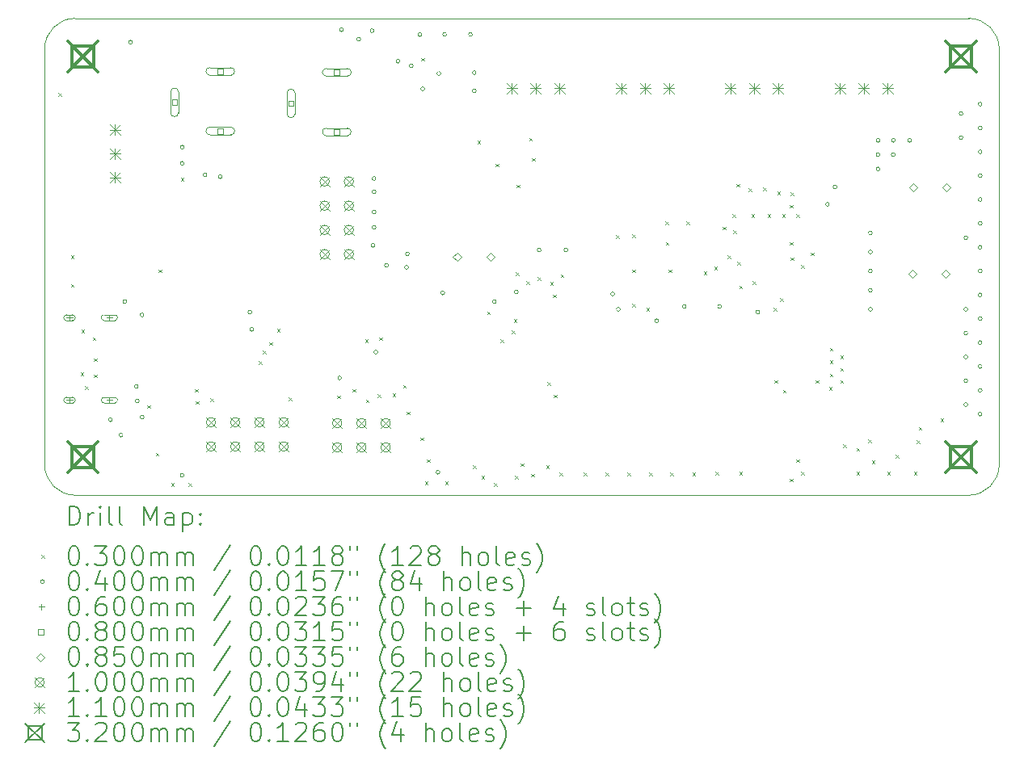
<source format=gbr>
%TF.GenerationSoftware,KiCad,Pcbnew,8.0.6*%
%TF.CreationDate,2026-01-05T17:21:44-08:00*%
%TF.ProjectId,USBPD_Board,55534250-445f-4426-9f61-72642e6b6963,A*%
%TF.SameCoordinates,Original*%
%TF.FileFunction,Drillmap*%
%TF.FilePolarity,Positive*%
%FSLAX45Y45*%
G04 Gerber Fmt 4.5, Leading zero omitted, Abs format (unit mm)*
G04 Created by KiCad (PCBNEW 8.0.6) date 2026-01-05 17:21:44*
%MOMM*%
%LPD*%
G01*
G04 APERTURE LIST*
%ADD10C,0.050000*%
%ADD11C,0.200000*%
%ADD12C,0.100000*%
%ADD13C,0.110000*%
%ADD14C,0.320000*%
G04 APERTURE END LIST*
D10*
X20000000Y-7320000D02*
X20000000Y-11680000D01*
X10000000Y-7320000D02*
X10000000Y-11680000D01*
X19680000Y-7000000D02*
X10320000Y-7000000D01*
X19680000Y-7000000D02*
G75*
G02*
X20000000Y-7320000I-10J-320010D01*
G01*
X20000000Y-11680000D02*
G75*
G02*
X19680000Y-12000000I-320000J0D01*
G01*
X10000000Y-7320000D02*
G75*
G02*
X10320000Y-7000000I320000J0D01*
G01*
X10320000Y-12000000D02*
G75*
G02*
X10000000Y-11680000I0J320000D01*
G01*
X10320000Y-12000000D02*
X19680000Y-12000000D01*
D11*
D12*
X10145000Y-7785000D02*
X10175000Y-7815000D01*
X10175000Y-7785000D02*
X10145000Y-7815000D01*
X10275000Y-9485000D02*
X10305000Y-9515000D01*
X10305000Y-9485000D02*
X10275000Y-9515000D01*
X10275000Y-9785000D02*
X10305000Y-9815000D01*
X10305000Y-9785000D02*
X10275000Y-9815000D01*
X10375000Y-10715000D02*
X10405000Y-10745000D01*
X10405000Y-10715000D02*
X10375000Y-10745000D01*
X10385000Y-10265000D02*
X10415000Y-10295000D01*
X10415000Y-10265000D02*
X10385000Y-10295000D01*
X10425000Y-10855000D02*
X10455000Y-10885000D01*
X10455000Y-10855000D02*
X10425000Y-10885000D01*
X10505000Y-10345000D02*
X10535000Y-10375000D01*
X10535000Y-10345000D02*
X10505000Y-10375000D01*
X10515000Y-10565000D02*
X10545000Y-10595000D01*
X10545000Y-10565000D02*
X10515000Y-10595000D01*
X10515000Y-10735000D02*
X10545000Y-10765000D01*
X10545000Y-10735000D02*
X10515000Y-10765000D01*
X11075000Y-11055000D02*
X11105000Y-11085000D01*
X11105000Y-11055000D02*
X11075000Y-11085000D01*
X11165000Y-11555000D02*
X11195000Y-11585000D01*
X11195000Y-11555000D02*
X11165000Y-11585000D01*
X11195000Y-9635000D02*
X11225000Y-9665000D01*
X11225000Y-9635000D02*
X11195000Y-9665000D01*
X11325000Y-11875000D02*
X11355000Y-11905000D01*
X11355000Y-11875000D02*
X11325000Y-11905000D01*
X11425000Y-8675000D02*
X11455000Y-8705000D01*
X11455000Y-8675000D02*
X11425000Y-8705000D01*
X11505000Y-11875000D02*
X11535000Y-11905000D01*
X11535000Y-11875000D02*
X11505000Y-11905000D01*
X11575000Y-10885000D02*
X11605000Y-10915000D01*
X11605000Y-10885000D02*
X11575000Y-10915000D01*
X11585000Y-11015000D02*
X11615000Y-11045000D01*
X11615000Y-11015000D02*
X11585000Y-11045000D01*
X11735000Y-10985000D02*
X11765000Y-11015000D01*
X11765000Y-10985000D02*
X11735000Y-11015000D01*
X12245000Y-10595000D02*
X12275000Y-10625000D01*
X12275000Y-10595000D02*
X12245000Y-10625000D01*
X12285000Y-10485000D02*
X12315000Y-10515000D01*
X12315000Y-10485000D02*
X12285000Y-10515000D01*
X12355000Y-10395000D02*
X12385000Y-10425000D01*
X12385000Y-10395000D02*
X12355000Y-10425000D01*
X12435000Y-10255000D02*
X12465000Y-10285000D01*
X12465000Y-10255000D02*
X12435000Y-10285000D01*
X12555000Y-10975000D02*
X12585000Y-11005000D01*
X12585000Y-10975000D02*
X12555000Y-11005000D01*
X13065000Y-10955000D02*
X13095000Y-10985000D01*
X13095000Y-10955000D02*
X13065000Y-10985000D01*
X13225000Y-10885000D02*
X13255000Y-10915000D01*
X13255000Y-10885000D02*
X13225000Y-10915000D01*
X13355000Y-10365000D02*
X13385000Y-10395000D01*
X13385000Y-10365000D02*
X13355000Y-10395000D01*
X13365000Y-10995000D02*
X13395000Y-11025000D01*
X13395000Y-10995000D02*
X13365000Y-11025000D01*
X13490000Y-10940000D02*
X13520000Y-10970000D01*
X13520000Y-10940000D02*
X13490000Y-10970000D01*
X13505000Y-10345000D02*
X13535000Y-10375000D01*
X13535000Y-10345000D02*
X13505000Y-10375000D01*
X13645000Y-10935000D02*
X13675000Y-10965000D01*
X13675000Y-10935000D02*
X13645000Y-10965000D01*
X13755000Y-10845000D02*
X13785000Y-10875000D01*
X13785000Y-10845000D02*
X13755000Y-10875000D01*
X13795000Y-11125000D02*
X13825000Y-11155000D01*
X13825000Y-11125000D02*
X13795000Y-11155000D01*
X13935000Y-11395000D02*
X13965000Y-11425000D01*
X13965000Y-11395000D02*
X13935000Y-11425000D01*
X13945000Y-7415000D02*
X13975000Y-7445000D01*
X13975000Y-7415000D02*
X13945000Y-7445000D01*
X13985000Y-11855000D02*
X14015000Y-11885000D01*
X14015000Y-11855000D02*
X13985000Y-11885000D01*
X14005000Y-11625000D02*
X14035000Y-11655000D01*
X14035000Y-11625000D02*
X14005000Y-11655000D01*
X14195000Y-11855000D02*
X14225000Y-11885000D01*
X14225000Y-11855000D02*
X14195000Y-11885000D01*
X14485000Y-11685000D02*
X14515000Y-11715000D01*
X14515000Y-11685000D02*
X14485000Y-11715000D01*
X14535000Y-8285000D02*
X14565000Y-8315000D01*
X14565000Y-8285000D02*
X14535000Y-8315000D01*
X14575000Y-11795000D02*
X14605000Y-11825000D01*
X14605000Y-11795000D02*
X14575000Y-11825000D01*
X14635000Y-10075000D02*
X14665000Y-10105000D01*
X14665000Y-10075000D02*
X14635000Y-10105000D01*
X14705000Y-11875000D02*
X14735000Y-11905000D01*
X14735000Y-11875000D02*
X14705000Y-11905000D01*
X14725000Y-8525000D02*
X14755000Y-8555000D01*
X14755000Y-8525000D02*
X14725000Y-8555000D01*
X14775000Y-10365000D02*
X14805000Y-10395000D01*
X14805000Y-10365000D02*
X14775000Y-10395000D01*
X14895000Y-10275000D02*
X14925000Y-10305000D01*
X14925000Y-10275000D02*
X14895000Y-10305000D01*
X14915000Y-10155000D02*
X14945000Y-10185000D01*
X14945000Y-10155000D02*
X14915000Y-10185000D01*
X14925000Y-11795000D02*
X14955000Y-11825000D01*
X14955000Y-11795000D02*
X14925000Y-11825000D01*
X14935000Y-9665000D02*
X14965000Y-9695000D01*
X14965000Y-9665000D02*
X14935000Y-9695000D01*
X14945000Y-8745000D02*
X14975000Y-8775000D01*
X14975000Y-8745000D02*
X14945000Y-8775000D01*
X14985000Y-11665000D02*
X15015000Y-11695000D01*
X15015000Y-11665000D02*
X14985000Y-11695000D01*
X15045000Y-9755000D02*
X15075000Y-9785000D01*
X15075000Y-9755000D02*
X15045000Y-9785000D01*
X15075000Y-8255000D02*
X15105000Y-8285000D01*
X15105000Y-8255000D02*
X15075000Y-8285000D01*
X15095000Y-11775000D02*
X15125000Y-11805000D01*
X15125000Y-11775000D02*
X15095000Y-11805000D01*
X15105000Y-8465000D02*
X15135000Y-8495000D01*
X15135000Y-8465000D02*
X15105000Y-8495000D01*
X15165000Y-9715000D02*
X15195000Y-9745000D01*
X15195000Y-9715000D02*
X15165000Y-9745000D01*
X15255000Y-11685000D02*
X15285000Y-11715000D01*
X15285000Y-11685000D02*
X15255000Y-11715000D01*
X15265000Y-10815000D02*
X15295000Y-10845000D01*
X15295000Y-10815000D02*
X15265000Y-10845000D01*
X15295000Y-9765000D02*
X15325000Y-9795000D01*
X15325000Y-9765000D02*
X15295000Y-9795000D01*
X15325000Y-9895000D02*
X15355000Y-9925000D01*
X15355000Y-9895000D02*
X15325000Y-9925000D01*
X15335000Y-10945000D02*
X15365000Y-10975000D01*
X15365000Y-10945000D02*
X15335000Y-10975000D01*
X15395000Y-11765000D02*
X15425000Y-11795000D01*
X15425000Y-11765000D02*
X15395000Y-11795000D01*
X15405000Y-9685000D02*
X15435000Y-9715000D01*
X15435000Y-9685000D02*
X15405000Y-9715000D01*
X15645000Y-11765000D02*
X15675000Y-11795000D01*
X15675000Y-11765000D02*
X15645000Y-11795000D01*
X15875000Y-11765000D02*
X15905000Y-11795000D01*
X15905000Y-11765000D02*
X15875000Y-11795000D01*
X15985000Y-9275000D02*
X16015000Y-9305000D01*
X16015000Y-9275000D02*
X15985000Y-9305000D01*
X16105000Y-11765000D02*
X16135000Y-11795000D01*
X16135000Y-11765000D02*
X16105000Y-11795000D01*
X16155000Y-9265000D02*
X16185000Y-9295000D01*
X16185000Y-9265000D02*
X16155000Y-9295000D01*
X16155000Y-9635000D02*
X16185000Y-9665000D01*
X16185000Y-9635000D02*
X16155000Y-9665000D01*
X16155000Y-9995000D02*
X16185000Y-10025000D01*
X16185000Y-9995000D02*
X16155000Y-10025000D01*
X16305000Y-10035000D02*
X16335000Y-10065000D01*
X16335000Y-10035000D02*
X16305000Y-10065000D01*
X16335000Y-11765000D02*
X16365000Y-11795000D01*
X16365000Y-11765000D02*
X16335000Y-11795000D01*
X16500000Y-9130000D02*
X16530000Y-9160000D01*
X16530000Y-9130000D02*
X16500000Y-9160000D01*
X16505000Y-9345000D02*
X16535000Y-9375000D01*
X16535000Y-9345000D02*
X16505000Y-9375000D01*
X16535000Y-9635000D02*
X16565000Y-9665000D01*
X16565000Y-9635000D02*
X16535000Y-9665000D01*
X16555000Y-11765000D02*
X16585000Y-11795000D01*
X16585000Y-11765000D02*
X16555000Y-11795000D01*
X16720000Y-9130000D02*
X16750000Y-9160000D01*
X16750000Y-9130000D02*
X16720000Y-9160000D01*
X16785000Y-11765000D02*
X16815000Y-11795000D01*
X16815000Y-11765000D02*
X16785000Y-11795000D01*
X16905000Y-9655000D02*
X16935000Y-9685000D01*
X16935000Y-9655000D02*
X16905000Y-9685000D01*
X17015000Y-9605000D02*
X17045000Y-9635000D01*
X17045000Y-9605000D02*
X17015000Y-9635000D01*
X17025000Y-11755000D02*
X17055000Y-11785000D01*
X17055000Y-11755000D02*
X17025000Y-11785000D01*
X17105000Y-9185000D02*
X17135000Y-9215000D01*
X17135000Y-9185000D02*
X17105000Y-9215000D01*
X17155000Y-9485000D02*
X17185000Y-9515000D01*
X17185000Y-9485000D02*
X17155000Y-9515000D01*
X17205000Y-9055000D02*
X17235000Y-9085000D01*
X17235000Y-9055000D02*
X17205000Y-9085000D01*
X17215000Y-9225000D02*
X17245000Y-9255000D01*
X17245000Y-9225000D02*
X17215000Y-9255000D01*
X17245000Y-8735000D02*
X17275000Y-8765000D01*
X17275000Y-8735000D02*
X17245000Y-8765000D01*
X17255000Y-9555000D02*
X17285000Y-9585000D01*
X17285000Y-9555000D02*
X17255000Y-9585000D01*
X17275000Y-9805000D02*
X17305000Y-9835000D01*
X17305000Y-9805000D02*
X17275000Y-9835000D01*
X17275000Y-11755000D02*
X17305000Y-11785000D01*
X17305000Y-11755000D02*
X17275000Y-11785000D01*
X17375000Y-8785000D02*
X17405000Y-8815000D01*
X17405000Y-8785000D02*
X17375000Y-8815000D01*
X17405000Y-9055000D02*
X17435000Y-9085000D01*
X17435000Y-9055000D02*
X17405000Y-9085000D01*
X17415000Y-9755000D02*
X17445000Y-9785000D01*
X17445000Y-9755000D02*
X17415000Y-9785000D01*
X17525000Y-8775000D02*
X17555000Y-8805000D01*
X17555000Y-8775000D02*
X17525000Y-8805000D01*
X17575000Y-9055000D02*
X17605000Y-9085000D01*
X17605000Y-9055000D02*
X17575000Y-9085000D01*
X17635000Y-10035000D02*
X17665000Y-10065000D01*
X17665000Y-10035000D02*
X17635000Y-10065000D01*
X17645000Y-10795000D02*
X17675000Y-10825000D01*
X17675000Y-10795000D02*
X17645000Y-10825000D01*
X17675000Y-8815000D02*
X17705000Y-8845000D01*
X17705000Y-8815000D02*
X17675000Y-8845000D01*
X17705000Y-9935000D02*
X17735000Y-9965000D01*
X17735000Y-9935000D02*
X17705000Y-9965000D01*
X17725000Y-9055000D02*
X17755000Y-9085000D01*
X17755000Y-9055000D02*
X17725000Y-9085000D01*
X17735000Y-10895000D02*
X17765000Y-10925000D01*
X17765000Y-10895000D02*
X17735000Y-10925000D01*
X17805000Y-8955000D02*
X17835000Y-8985000D01*
X17835000Y-8955000D02*
X17805000Y-8985000D01*
X17805000Y-9345000D02*
X17835000Y-9375000D01*
X17835000Y-9345000D02*
X17805000Y-9375000D01*
X17805000Y-11825000D02*
X17835000Y-11855000D01*
X17835000Y-11825000D02*
X17805000Y-11855000D01*
X17815000Y-8825000D02*
X17845000Y-8855000D01*
X17845000Y-8825000D02*
X17815000Y-8855000D01*
X17815000Y-9505000D02*
X17845000Y-9535000D01*
X17845000Y-9505000D02*
X17815000Y-9535000D01*
X17875000Y-9055000D02*
X17905000Y-9085000D01*
X17905000Y-9055000D02*
X17875000Y-9085000D01*
X17875000Y-11625000D02*
X17905000Y-11655000D01*
X17905000Y-11625000D02*
X17875000Y-11655000D01*
X17925000Y-9585000D02*
X17955000Y-9615000D01*
X17955000Y-9585000D02*
X17925000Y-9615000D01*
X17925000Y-11755000D02*
X17955000Y-11785000D01*
X17955000Y-11755000D02*
X17925000Y-11785000D01*
X18025000Y-9455000D02*
X18055000Y-9485000D01*
X18055000Y-9455000D02*
X18025000Y-9485000D01*
X18075000Y-10795000D02*
X18105000Y-10825000D01*
X18105000Y-10795000D02*
X18075000Y-10825000D01*
X18215000Y-10865000D02*
X18245000Y-10895000D01*
X18245000Y-10865000D02*
X18215000Y-10895000D01*
X18225000Y-10455000D02*
X18255000Y-10485000D01*
X18255000Y-10455000D02*
X18225000Y-10485000D01*
X18225000Y-10585000D02*
X18255000Y-10615000D01*
X18255000Y-10585000D02*
X18225000Y-10615000D01*
X18225000Y-10725000D02*
X18255000Y-10755000D01*
X18255000Y-10725000D02*
X18225000Y-10755000D01*
X18335000Y-10535000D02*
X18365000Y-10565000D01*
X18365000Y-10535000D02*
X18335000Y-10565000D01*
X18335000Y-10665000D02*
X18365000Y-10695000D01*
X18365000Y-10665000D02*
X18335000Y-10695000D01*
X18335000Y-10795000D02*
X18365000Y-10825000D01*
X18365000Y-10795000D02*
X18335000Y-10825000D01*
X18365000Y-11465000D02*
X18395000Y-11495000D01*
X18395000Y-11465000D02*
X18365000Y-11495000D01*
X18505000Y-11505000D02*
X18535000Y-11535000D01*
X18535000Y-11505000D02*
X18505000Y-11535000D01*
X18505000Y-11755000D02*
X18535000Y-11785000D01*
X18535000Y-11755000D02*
X18505000Y-11785000D01*
X18625000Y-11415000D02*
X18655000Y-11445000D01*
X18655000Y-11415000D02*
X18625000Y-11445000D01*
X18665000Y-11635000D02*
X18695000Y-11665000D01*
X18695000Y-11635000D02*
X18665000Y-11665000D01*
X18825000Y-11755000D02*
X18855000Y-11785000D01*
X18855000Y-11755000D02*
X18825000Y-11785000D01*
X18915000Y-11575000D02*
X18945000Y-11605000D01*
X18945000Y-11575000D02*
X18915000Y-11605000D01*
X19105000Y-11755000D02*
X19135000Y-11785000D01*
X19135000Y-11755000D02*
X19105000Y-11785000D01*
X19135000Y-11425000D02*
X19165000Y-11455000D01*
X19165000Y-11425000D02*
X19135000Y-11455000D01*
X19155000Y-11285000D02*
X19185000Y-11315000D01*
X19185000Y-11285000D02*
X19155000Y-11315000D01*
X19385000Y-11195000D02*
X19415000Y-11225000D01*
X19415000Y-11195000D02*
X19385000Y-11225000D01*
X10710000Y-11210000D02*
G75*
G02*
X10670000Y-11210000I-20000J0D01*
G01*
X10670000Y-11210000D02*
G75*
G02*
X10710000Y-11210000I20000J0D01*
G01*
X10820000Y-11370000D02*
G75*
G02*
X10780000Y-11370000I-20000J0D01*
G01*
X10780000Y-11370000D02*
G75*
G02*
X10820000Y-11370000I20000J0D01*
G01*
X10860000Y-9970000D02*
G75*
G02*
X10820000Y-9970000I-20000J0D01*
G01*
X10820000Y-9970000D02*
G75*
G02*
X10860000Y-9970000I20000J0D01*
G01*
X10920000Y-7250000D02*
G75*
G02*
X10880000Y-7250000I-20000J0D01*
G01*
X10880000Y-7250000D02*
G75*
G02*
X10920000Y-7250000I20000J0D01*
G01*
X10980000Y-10860000D02*
G75*
G02*
X10940000Y-10860000I-20000J0D01*
G01*
X10940000Y-10860000D02*
G75*
G02*
X10980000Y-10860000I20000J0D01*
G01*
X10990000Y-11010000D02*
G75*
G02*
X10950000Y-11010000I-20000J0D01*
G01*
X10950000Y-11010000D02*
G75*
G02*
X10990000Y-11010000I20000J0D01*
G01*
X11040000Y-10110000D02*
G75*
G02*
X11000000Y-10110000I-20000J0D01*
G01*
X11000000Y-10110000D02*
G75*
G02*
X11040000Y-10110000I20000J0D01*
G01*
X11040000Y-11180000D02*
G75*
G02*
X11000000Y-11180000I-20000J0D01*
G01*
X11000000Y-11180000D02*
G75*
G02*
X11040000Y-11180000I20000J0D01*
G01*
X11460000Y-8350000D02*
G75*
G02*
X11420000Y-8350000I-20000J0D01*
G01*
X11420000Y-8350000D02*
G75*
G02*
X11460000Y-8350000I20000J0D01*
G01*
X11460000Y-8520000D02*
G75*
G02*
X11420000Y-8520000I-20000J0D01*
G01*
X11420000Y-8520000D02*
G75*
G02*
X11460000Y-8520000I20000J0D01*
G01*
X11460000Y-11790000D02*
G75*
G02*
X11420000Y-11790000I-20000J0D01*
G01*
X11420000Y-11790000D02*
G75*
G02*
X11460000Y-11790000I20000J0D01*
G01*
X11700000Y-8640000D02*
G75*
G02*
X11660000Y-8640000I-20000J0D01*
G01*
X11660000Y-8640000D02*
G75*
G02*
X11700000Y-8640000I20000J0D01*
G01*
X11860000Y-8660000D02*
G75*
G02*
X11820000Y-8660000I-20000J0D01*
G01*
X11820000Y-8660000D02*
G75*
G02*
X11860000Y-8660000I20000J0D01*
G01*
X12170000Y-10080000D02*
G75*
G02*
X12130000Y-10080000I-20000J0D01*
G01*
X12130000Y-10080000D02*
G75*
G02*
X12170000Y-10080000I20000J0D01*
G01*
X12190000Y-10260000D02*
G75*
G02*
X12150000Y-10260000I-20000J0D01*
G01*
X12150000Y-10260000D02*
G75*
G02*
X12190000Y-10260000I20000J0D01*
G01*
X13110000Y-10770000D02*
G75*
G02*
X13070000Y-10770000I-20000J0D01*
G01*
X13070000Y-10770000D02*
G75*
G02*
X13110000Y-10770000I20000J0D01*
G01*
X13130000Y-7120000D02*
G75*
G02*
X13090000Y-7120000I-20000J0D01*
G01*
X13090000Y-7120000D02*
G75*
G02*
X13130000Y-7120000I20000J0D01*
G01*
X13310000Y-7220000D02*
G75*
G02*
X13270000Y-7220000I-20000J0D01*
G01*
X13270000Y-7220000D02*
G75*
G02*
X13310000Y-7220000I20000J0D01*
G01*
X13450000Y-7130000D02*
G75*
G02*
X13410000Y-7130000I-20000J0D01*
G01*
X13410000Y-7130000D02*
G75*
G02*
X13450000Y-7130000I20000J0D01*
G01*
X13460000Y-9380000D02*
G75*
G02*
X13420000Y-9380000I-20000J0D01*
G01*
X13420000Y-9380000D02*
G75*
G02*
X13460000Y-9380000I20000J0D01*
G01*
X13470000Y-8680000D02*
G75*
G02*
X13430000Y-8680000I-20000J0D01*
G01*
X13430000Y-8680000D02*
G75*
G02*
X13470000Y-8680000I20000J0D01*
G01*
X13470000Y-8820000D02*
G75*
G02*
X13430000Y-8820000I-20000J0D01*
G01*
X13430000Y-8820000D02*
G75*
G02*
X13470000Y-8820000I20000J0D01*
G01*
X13470000Y-9030000D02*
G75*
G02*
X13430000Y-9030000I-20000J0D01*
G01*
X13430000Y-9030000D02*
G75*
G02*
X13470000Y-9030000I20000J0D01*
G01*
X13470000Y-9190000D02*
G75*
G02*
X13430000Y-9190000I-20000J0D01*
G01*
X13430000Y-9190000D02*
G75*
G02*
X13470000Y-9190000I20000J0D01*
G01*
X13490000Y-10500000D02*
G75*
G02*
X13450000Y-10500000I-20000J0D01*
G01*
X13450000Y-10500000D02*
G75*
G02*
X13490000Y-10500000I20000J0D01*
G01*
X13600000Y-9590000D02*
G75*
G02*
X13560000Y-9590000I-20000J0D01*
G01*
X13560000Y-9590000D02*
G75*
G02*
X13600000Y-9590000I20000J0D01*
G01*
X13720000Y-7450000D02*
G75*
G02*
X13680000Y-7450000I-20000J0D01*
G01*
X13680000Y-7450000D02*
G75*
G02*
X13720000Y-7450000I20000J0D01*
G01*
X13810000Y-9610000D02*
G75*
G02*
X13770000Y-9610000I-20000J0D01*
G01*
X13770000Y-9610000D02*
G75*
G02*
X13810000Y-9610000I20000J0D01*
G01*
X13820000Y-9470000D02*
G75*
G02*
X13780000Y-9470000I-20000J0D01*
G01*
X13780000Y-9470000D02*
G75*
G02*
X13820000Y-9470000I20000J0D01*
G01*
X13860000Y-7500000D02*
G75*
G02*
X13820000Y-7500000I-20000J0D01*
G01*
X13820000Y-7500000D02*
G75*
G02*
X13860000Y-7500000I20000J0D01*
G01*
X13950000Y-7170000D02*
G75*
G02*
X13910000Y-7170000I-20000J0D01*
G01*
X13910000Y-7170000D02*
G75*
G02*
X13950000Y-7170000I20000J0D01*
G01*
X13980000Y-7740000D02*
G75*
G02*
X13940000Y-7740000I-20000J0D01*
G01*
X13940000Y-7740000D02*
G75*
G02*
X13980000Y-7740000I20000J0D01*
G01*
X14140000Y-11760000D02*
G75*
G02*
X14100000Y-11760000I-20000J0D01*
G01*
X14100000Y-11760000D02*
G75*
G02*
X14140000Y-11760000I20000J0D01*
G01*
X14150000Y-7580000D02*
G75*
G02*
X14110000Y-7580000I-20000J0D01*
G01*
X14110000Y-7580000D02*
G75*
G02*
X14150000Y-7580000I20000J0D01*
G01*
X14190000Y-9880000D02*
G75*
G02*
X14150000Y-9880000I-20000J0D01*
G01*
X14150000Y-9880000D02*
G75*
G02*
X14190000Y-9880000I20000J0D01*
G01*
X14210000Y-7170000D02*
G75*
G02*
X14170000Y-7170000I-20000J0D01*
G01*
X14170000Y-7170000D02*
G75*
G02*
X14210000Y-7170000I20000J0D01*
G01*
X14480000Y-7170000D02*
G75*
G02*
X14440000Y-7170000I-20000J0D01*
G01*
X14440000Y-7170000D02*
G75*
G02*
X14480000Y-7170000I20000J0D01*
G01*
X14520000Y-7570000D02*
G75*
G02*
X14480000Y-7570000I-20000J0D01*
G01*
X14480000Y-7570000D02*
G75*
G02*
X14520000Y-7570000I20000J0D01*
G01*
X14520000Y-7760000D02*
G75*
G02*
X14480000Y-7760000I-20000J0D01*
G01*
X14480000Y-7760000D02*
G75*
G02*
X14520000Y-7760000I20000J0D01*
G01*
X14730000Y-9970000D02*
G75*
G02*
X14690000Y-9970000I-20000J0D01*
G01*
X14690000Y-9970000D02*
G75*
G02*
X14730000Y-9970000I20000J0D01*
G01*
X14960000Y-9870000D02*
G75*
G02*
X14920000Y-9870000I-20000J0D01*
G01*
X14920000Y-9870000D02*
G75*
G02*
X14960000Y-9870000I20000J0D01*
G01*
X15200000Y-9430000D02*
G75*
G02*
X15160000Y-9430000I-20000J0D01*
G01*
X15160000Y-9430000D02*
G75*
G02*
X15200000Y-9430000I20000J0D01*
G01*
X15480000Y-9430000D02*
G75*
G02*
X15440000Y-9430000I-20000J0D01*
G01*
X15440000Y-9430000D02*
G75*
G02*
X15480000Y-9430000I20000J0D01*
G01*
X15970000Y-9890000D02*
G75*
G02*
X15930000Y-9890000I-20000J0D01*
G01*
X15930000Y-9890000D02*
G75*
G02*
X15970000Y-9890000I20000J0D01*
G01*
X16030000Y-10050000D02*
G75*
G02*
X15990000Y-10050000I-20000J0D01*
G01*
X15990000Y-10050000D02*
G75*
G02*
X16030000Y-10050000I20000J0D01*
G01*
X16430000Y-10170000D02*
G75*
G02*
X16390000Y-10170000I-20000J0D01*
G01*
X16390000Y-10170000D02*
G75*
G02*
X16430000Y-10170000I20000J0D01*
G01*
X16720000Y-10020000D02*
G75*
G02*
X16680000Y-10020000I-20000J0D01*
G01*
X16680000Y-10020000D02*
G75*
G02*
X16720000Y-10020000I20000J0D01*
G01*
X17090000Y-10020000D02*
G75*
G02*
X17050000Y-10020000I-20000J0D01*
G01*
X17050000Y-10020000D02*
G75*
G02*
X17090000Y-10020000I20000J0D01*
G01*
X17490000Y-10080000D02*
G75*
G02*
X17450000Y-10080000I-20000J0D01*
G01*
X17450000Y-10080000D02*
G75*
G02*
X17490000Y-10080000I20000J0D01*
G01*
X18220000Y-8950000D02*
G75*
G02*
X18180000Y-8950000I-20000J0D01*
G01*
X18180000Y-8950000D02*
G75*
G02*
X18220000Y-8950000I20000J0D01*
G01*
X18300000Y-8770000D02*
G75*
G02*
X18260000Y-8770000I-20000J0D01*
G01*
X18260000Y-8770000D02*
G75*
G02*
X18300000Y-8770000I20000J0D01*
G01*
X18670000Y-9250000D02*
G75*
G02*
X18630000Y-9250000I-20000J0D01*
G01*
X18630000Y-9250000D02*
G75*
G02*
X18670000Y-9250000I20000J0D01*
G01*
X18670000Y-9450000D02*
G75*
G02*
X18630000Y-9450000I-20000J0D01*
G01*
X18630000Y-9450000D02*
G75*
G02*
X18670000Y-9450000I20000J0D01*
G01*
X18670000Y-9650000D02*
G75*
G02*
X18630000Y-9650000I-20000J0D01*
G01*
X18630000Y-9650000D02*
G75*
G02*
X18670000Y-9650000I20000J0D01*
G01*
X18670000Y-9850000D02*
G75*
G02*
X18630000Y-9850000I-20000J0D01*
G01*
X18630000Y-9850000D02*
G75*
G02*
X18670000Y-9850000I20000J0D01*
G01*
X18670000Y-10050000D02*
G75*
G02*
X18630000Y-10050000I-20000J0D01*
G01*
X18630000Y-10050000D02*
G75*
G02*
X18670000Y-10050000I20000J0D01*
G01*
X18750000Y-8280000D02*
G75*
G02*
X18710000Y-8280000I-20000J0D01*
G01*
X18710000Y-8280000D02*
G75*
G02*
X18750000Y-8280000I20000J0D01*
G01*
X18750000Y-8430000D02*
G75*
G02*
X18710000Y-8430000I-20000J0D01*
G01*
X18710000Y-8430000D02*
G75*
G02*
X18750000Y-8430000I20000J0D01*
G01*
X18750000Y-8580000D02*
G75*
G02*
X18710000Y-8580000I-20000J0D01*
G01*
X18710000Y-8580000D02*
G75*
G02*
X18750000Y-8580000I20000J0D01*
G01*
X18910000Y-8280000D02*
G75*
G02*
X18870000Y-8280000I-20000J0D01*
G01*
X18870000Y-8280000D02*
G75*
G02*
X18910000Y-8280000I20000J0D01*
G01*
X18910000Y-8430000D02*
G75*
G02*
X18870000Y-8430000I-20000J0D01*
G01*
X18870000Y-8430000D02*
G75*
G02*
X18910000Y-8430000I20000J0D01*
G01*
X19080000Y-8280000D02*
G75*
G02*
X19040000Y-8280000I-20000J0D01*
G01*
X19040000Y-8280000D02*
G75*
G02*
X19080000Y-8280000I20000J0D01*
G01*
X19620000Y-8000000D02*
G75*
G02*
X19580000Y-8000000I-20000J0D01*
G01*
X19580000Y-8000000D02*
G75*
G02*
X19620000Y-8000000I20000J0D01*
G01*
X19620000Y-8250000D02*
G75*
G02*
X19580000Y-8250000I-20000J0D01*
G01*
X19580000Y-8250000D02*
G75*
G02*
X19620000Y-8250000I20000J0D01*
G01*
X19670000Y-9300000D02*
G75*
G02*
X19630000Y-9300000I-20000J0D01*
G01*
X19630000Y-9300000D02*
G75*
G02*
X19670000Y-9300000I20000J0D01*
G01*
X19670000Y-10050000D02*
G75*
G02*
X19630000Y-10050000I-20000J0D01*
G01*
X19630000Y-10050000D02*
G75*
G02*
X19670000Y-10050000I20000J0D01*
G01*
X19670000Y-10300000D02*
G75*
G02*
X19630000Y-10300000I-20000J0D01*
G01*
X19630000Y-10300000D02*
G75*
G02*
X19670000Y-10300000I20000J0D01*
G01*
X19670000Y-10550000D02*
G75*
G02*
X19630000Y-10550000I-20000J0D01*
G01*
X19630000Y-10550000D02*
G75*
G02*
X19670000Y-10550000I20000J0D01*
G01*
X19670000Y-10800000D02*
G75*
G02*
X19630000Y-10800000I-20000J0D01*
G01*
X19630000Y-10800000D02*
G75*
G02*
X19670000Y-10800000I20000J0D01*
G01*
X19670000Y-11050000D02*
G75*
G02*
X19630000Y-11050000I-20000J0D01*
G01*
X19630000Y-11050000D02*
G75*
G02*
X19670000Y-11050000I20000J0D01*
G01*
X19820000Y-7900000D02*
G75*
G02*
X19780000Y-7900000I-20000J0D01*
G01*
X19780000Y-7900000D02*
G75*
G02*
X19820000Y-7900000I20000J0D01*
G01*
X19820000Y-8150000D02*
G75*
G02*
X19780000Y-8150000I-20000J0D01*
G01*
X19780000Y-8150000D02*
G75*
G02*
X19820000Y-8150000I20000J0D01*
G01*
X19820000Y-8400000D02*
G75*
G02*
X19780000Y-8400000I-20000J0D01*
G01*
X19780000Y-8400000D02*
G75*
G02*
X19820000Y-8400000I20000J0D01*
G01*
X19820000Y-8650000D02*
G75*
G02*
X19780000Y-8650000I-20000J0D01*
G01*
X19780000Y-8650000D02*
G75*
G02*
X19820000Y-8650000I20000J0D01*
G01*
X19820000Y-8900000D02*
G75*
G02*
X19780000Y-8900000I-20000J0D01*
G01*
X19780000Y-8900000D02*
G75*
G02*
X19820000Y-8900000I20000J0D01*
G01*
X19820000Y-9150000D02*
G75*
G02*
X19780000Y-9150000I-20000J0D01*
G01*
X19780000Y-9150000D02*
G75*
G02*
X19820000Y-9150000I20000J0D01*
G01*
X19820000Y-9400000D02*
G75*
G02*
X19780000Y-9400000I-20000J0D01*
G01*
X19780000Y-9400000D02*
G75*
G02*
X19820000Y-9400000I20000J0D01*
G01*
X19820000Y-9650000D02*
G75*
G02*
X19780000Y-9650000I-20000J0D01*
G01*
X19780000Y-9650000D02*
G75*
G02*
X19820000Y-9650000I20000J0D01*
G01*
X19820000Y-9900000D02*
G75*
G02*
X19780000Y-9900000I-20000J0D01*
G01*
X19780000Y-9900000D02*
G75*
G02*
X19820000Y-9900000I20000J0D01*
G01*
X19820000Y-10150000D02*
G75*
G02*
X19780000Y-10150000I-20000J0D01*
G01*
X19780000Y-10150000D02*
G75*
G02*
X19820000Y-10150000I20000J0D01*
G01*
X19820000Y-10400000D02*
G75*
G02*
X19780000Y-10400000I-20000J0D01*
G01*
X19780000Y-10400000D02*
G75*
G02*
X19820000Y-10400000I20000J0D01*
G01*
X19820000Y-10650000D02*
G75*
G02*
X19780000Y-10650000I-20000J0D01*
G01*
X19780000Y-10650000D02*
G75*
G02*
X19820000Y-10650000I20000J0D01*
G01*
X19820000Y-10900000D02*
G75*
G02*
X19780000Y-10900000I-20000J0D01*
G01*
X19780000Y-10900000D02*
G75*
G02*
X19820000Y-10900000I20000J0D01*
G01*
X19820000Y-11150000D02*
G75*
G02*
X19780000Y-11150000I-20000J0D01*
G01*
X19780000Y-11150000D02*
G75*
G02*
X19820000Y-11150000I20000J0D01*
G01*
X10260000Y-10109000D02*
X10260000Y-10169000D01*
X10230000Y-10139000D02*
X10290000Y-10139000D01*
X10290000Y-10109000D02*
X10230000Y-10109000D01*
X10230000Y-10169000D02*
G75*
G02*
X10230000Y-10109000I0J30000D01*
G01*
X10230000Y-10169000D02*
X10290000Y-10169000D01*
X10290000Y-10169000D02*
G75*
G03*
X10290000Y-10109000I0J30000D01*
G01*
X10260000Y-10973000D02*
X10260000Y-11033000D01*
X10230000Y-11003000D02*
X10290000Y-11003000D01*
X10290000Y-10973000D02*
X10230000Y-10973000D01*
X10230000Y-11033000D02*
G75*
G02*
X10230000Y-10973000I0J30000D01*
G01*
X10230000Y-11033000D02*
X10290000Y-11033000D01*
X10290000Y-11033000D02*
G75*
G03*
X10290000Y-10973000I0J30000D01*
G01*
X10678000Y-10109000D02*
X10678000Y-10169000D01*
X10648000Y-10139000D02*
X10708000Y-10139000D01*
X10733000Y-10109000D02*
X10623000Y-10109000D01*
X10623000Y-10169000D02*
G75*
G02*
X10623000Y-10109000I0J30000D01*
G01*
X10623000Y-10169000D02*
X10733000Y-10169000D01*
X10733000Y-10169000D02*
G75*
G03*
X10733000Y-10109000I0J30000D01*
G01*
X10678000Y-10973000D02*
X10678000Y-11033000D01*
X10648000Y-11003000D02*
X10708000Y-11003000D01*
X10733000Y-10973000D02*
X10623000Y-10973000D01*
X10623000Y-11033000D02*
G75*
G02*
X10623000Y-10973000I0J30000D01*
G01*
X10623000Y-11033000D02*
X10733000Y-11033000D01*
X10733000Y-11033000D02*
G75*
G03*
X10733000Y-10973000I0J30000D01*
G01*
X11388284Y-7909534D02*
X11388284Y-7852965D01*
X11331715Y-7852965D01*
X11331715Y-7909534D01*
X11388284Y-7909534D01*
X11400000Y-7991250D02*
X11400000Y-7771250D01*
X11320000Y-7771250D02*
G75*
G02*
X11400000Y-7771250I40000J0D01*
G01*
X11320000Y-7771250D02*
X11320000Y-7991250D01*
X11320000Y-7991250D02*
G75*
G03*
X11400000Y-7991250I40000J0D01*
G01*
X11868284Y-7584534D02*
X11868284Y-7527965D01*
X11811715Y-7527965D01*
X11811715Y-7584534D01*
X11868284Y-7584534D01*
X11950000Y-7516250D02*
X11730000Y-7516250D01*
X11730000Y-7596250D02*
G75*
G02*
X11730000Y-7516250I0J40000D01*
G01*
X11730000Y-7596250D02*
X11950000Y-7596250D01*
X11950000Y-7596250D02*
G75*
G03*
X11950000Y-7516250I0J40000D01*
G01*
X11868284Y-8209534D02*
X11868284Y-8152965D01*
X11811715Y-8152965D01*
X11811715Y-8209534D01*
X11868284Y-8209534D01*
X11950000Y-8141250D02*
X11730000Y-8141250D01*
X11730000Y-8221250D02*
G75*
G02*
X11730000Y-8141250I0J40000D01*
G01*
X11730000Y-8221250D02*
X11950000Y-8221250D01*
X11950000Y-8221250D02*
G75*
G03*
X11950000Y-8141250I0J40000D01*
G01*
X12608284Y-7919534D02*
X12608284Y-7862965D01*
X12551715Y-7862965D01*
X12551715Y-7919534D01*
X12608284Y-7919534D01*
X12620000Y-8001250D02*
X12620000Y-7781250D01*
X12540000Y-7781250D02*
G75*
G02*
X12620000Y-7781250I40000J0D01*
G01*
X12540000Y-7781250D02*
X12540000Y-8001250D01*
X12540000Y-8001250D02*
G75*
G03*
X12620000Y-8001250I40000J0D01*
G01*
X13088284Y-7594534D02*
X13088284Y-7537965D01*
X13031715Y-7537965D01*
X13031715Y-7594534D01*
X13088284Y-7594534D01*
X13170000Y-7526250D02*
X12950000Y-7526250D01*
X12950000Y-7606250D02*
G75*
G02*
X12950000Y-7526250I0J40000D01*
G01*
X12950000Y-7606250D02*
X13170000Y-7606250D01*
X13170000Y-7606250D02*
G75*
G03*
X13170000Y-7526250I0J40000D01*
G01*
X13088284Y-8219534D02*
X13088284Y-8162965D01*
X13031715Y-8162965D01*
X13031715Y-8219534D01*
X13088284Y-8219534D01*
X13170000Y-8151250D02*
X12950000Y-8151250D01*
X12950000Y-8231250D02*
G75*
G02*
X12950000Y-8151250I0J40000D01*
G01*
X12950000Y-8231250D02*
X13170000Y-8231250D01*
X13170000Y-8231250D02*
G75*
G03*
X13170000Y-8151250I0J40000D01*
G01*
X14320000Y-9542500D02*
X14362500Y-9500000D01*
X14320000Y-9457500D01*
X14277500Y-9500000D01*
X14320000Y-9542500D01*
X14670000Y-9542500D02*
X14712500Y-9500000D01*
X14670000Y-9457500D01*
X14627500Y-9500000D01*
X14670000Y-9542500D01*
X19088750Y-9722500D02*
X19131250Y-9680000D01*
X19088750Y-9637500D01*
X19046250Y-9680000D01*
X19088750Y-9722500D01*
X19098750Y-8818750D02*
X19141250Y-8776250D01*
X19098750Y-8733750D01*
X19056250Y-8776250D01*
X19098750Y-8818750D01*
X19438750Y-9722500D02*
X19481250Y-9680000D01*
X19438750Y-9637500D01*
X19396250Y-9680000D01*
X19438750Y-9722500D01*
X19448750Y-8818750D02*
X19491250Y-8776250D01*
X19448750Y-8733750D01*
X19406250Y-8776250D01*
X19448750Y-8818750D01*
X11692000Y-11186000D02*
X11792000Y-11286000D01*
X11792000Y-11186000D02*
X11692000Y-11286000D01*
X11792000Y-11236000D02*
G75*
G02*
X11692000Y-11236000I-50000J0D01*
G01*
X11692000Y-11236000D02*
G75*
G02*
X11792000Y-11236000I50000J0D01*
G01*
X11692000Y-11440000D02*
X11792000Y-11540000D01*
X11792000Y-11440000D02*
X11692000Y-11540000D01*
X11792000Y-11490000D02*
G75*
G02*
X11692000Y-11490000I-50000J0D01*
G01*
X11692000Y-11490000D02*
G75*
G02*
X11792000Y-11490000I50000J0D01*
G01*
X11946000Y-11186000D02*
X12046000Y-11286000D01*
X12046000Y-11186000D02*
X11946000Y-11286000D01*
X12046000Y-11236000D02*
G75*
G02*
X11946000Y-11236000I-50000J0D01*
G01*
X11946000Y-11236000D02*
G75*
G02*
X12046000Y-11236000I50000J0D01*
G01*
X11946000Y-11440000D02*
X12046000Y-11540000D01*
X12046000Y-11440000D02*
X11946000Y-11540000D01*
X12046000Y-11490000D02*
G75*
G02*
X11946000Y-11490000I-50000J0D01*
G01*
X11946000Y-11490000D02*
G75*
G02*
X12046000Y-11490000I50000J0D01*
G01*
X12200000Y-11186000D02*
X12300000Y-11286000D01*
X12300000Y-11186000D02*
X12200000Y-11286000D01*
X12300000Y-11236000D02*
G75*
G02*
X12200000Y-11236000I-50000J0D01*
G01*
X12200000Y-11236000D02*
G75*
G02*
X12300000Y-11236000I50000J0D01*
G01*
X12200000Y-11440000D02*
X12300000Y-11540000D01*
X12300000Y-11440000D02*
X12200000Y-11540000D01*
X12300000Y-11490000D02*
G75*
G02*
X12200000Y-11490000I-50000J0D01*
G01*
X12200000Y-11490000D02*
G75*
G02*
X12300000Y-11490000I50000J0D01*
G01*
X12454000Y-11186000D02*
X12554000Y-11286000D01*
X12554000Y-11186000D02*
X12454000Y-11286000D01*
X12554000Y-11236000D02*
G75*
G02*
X12454000Y-11236000I-50000J0D01*
G01*
X12454000Y-11236000D02*
G75*
G02*
X12554000Y-11236000I50000J0D01*
G01*
X12454000Y-11440000D02*
X12554000Y-11540000D01*
X12554000Y-11440000D02*
X12454000Y-11540000D01*
X12554000Y-11490000D02*
G75*
G02*
X12454000Y-11490000I-50000J0D01*
G01*
X12454000Y-11490000D02*
G75*
G02*
X12554000Y-11490000I50000J0D01*
G01*
X12882500Y-8660000D02*
X12982500Y-8760000D01*
X12982500Y-8660000D02*
X12882500Y-8760000D01*
X12982500Y-8710000D02*
G75*
G02*
X12882500Y-8710000I-50000J0D01*
G01*
X12882500Y-8710000D02*
G75*
G02*
X12982500Y-8710000I50000J0D01*
G01*
X12882500Y-8914000D02*
X12982500Y-9014000D01*
X12982500Y-8914000D02*
X12882500Y-9014000D01*
X12982500Y-8964000D02*
G75*
G02*
X12882500Y-8964000I-50000J0D01*
G01*
X12882500Y-8964000D02*
G75*
G02*
X12982500Y-8964000I50000J0D01*
G01*
X12882500Y-9168000D02*
X12982500Y-9268000D01*
X12982500Y-9168000D02*
X12882500Y-9268000D01*
X12982500Y-9218000D02*
G75*
G02*
X12882500Y-9218000I-50000J0D01*
G01*
X12882500Y-9218000D02*
G75*
G02*
X12982500Y-9218000I50000J0D01*
G01*
X12882500Y-9422000D02*
X12982500Y-9522000D01*
X12982500Y-9422000D02*
X12882500Y-9522000D01*
X12982500Y-9472000D02*
G75*
G02*
X12882500Y-9472000I-50000J0D01*
G01*
X12882500Y-9472000D02*
G75*
G02*
X12982500Y-9472000I50000J0D01*
G01*
X13014500Y-11195000D02*
X13114500Y-11295000D01*
X13114500Y-11195000D02*
X13014500Y-11295000D01*
X13114500Y-11245000D02*
G75*
G02*
X13014500Y-11245000I-50000J0D01*
G01*
X13014500Y-11245000D02*
G75*
G02*
X13114500Y-11245000I50000J0D01*
G01*
X13014500Y-11449000D02*
X13114500Y-11549000D01*
X13114500Y-11449000D02*
X13014500Y-11549000D01*
X13114500Y-11499000D02*
G75*
G02*
X13014500Y-11499000I-50000J0D01*
G01*
X13014500Y-11499000D02*
G75*
G02*
X13114500Y-11499000I50000J0D01*
G01*
X13136500Y-8660000D02*
X13236500Y-8760000D01*
X13236500Y-8660000D02*
X13136500Y-8760000D01*
X13236500Y-8710000D02*
G75*
G02*
X13136500Y-8710000I-50000J0D01*
G01*
X13136500Y-8710000D02*
G75*
G02*
X13236500Y-8710000I50000J0D01*
G01*
X13136500Y-8914000D02*
X13236500Y-9014000D01*
X13236500Y-8914000D02*
X13136500Y-9014000D01*
X13236500Y-8964000D02*
G75*
G02*
X13136500Y-8964000I-50000J0D01*
G01*
X13136500Y-8964000D02*
G75*
G02*
X13236500Y-8964000I50000J0D01*
G01*
X13136500Y-9168000D02*
X13236500Y-9268000D01*
X13236500Y-9168000D02*
X13136500Y-9268000D01*
X13236500Y-9218000D02*
G75*
G02*
X13136500Y-9218000I-50000J0D01*
G01*
X13136500Y-9218000D02*
G75*
G02*
X13236500Y-9218000I50000J0D01*
G01*
X13136500Y-9422000D02*
X13236500Y-9522000D01*
X13236500Y-9422000D02*
X13136500Y-9522000D01*
X13236500Y-9472000D02*
G75*
G02*
X13136500Y-9472000I-50000J0D01*
G01*
X13136500Y-9472000D02*
G75*
G02*
X13236500Y-9472000I50000J0D01*
G01*
X13268500Y-11195000D02*
X13368500Y-11295000D01*
X13368500Y-11195000D02*
X13268500Y-11295000D01*
X13368500Y-11245000D02*
G75*
G02*
X13268500Y-11245000I-50000J0D01*
G01*
X13268500Y-11245000D02*
G75*
G02*
X13368500Y-11245000I50000J0D01*
G01*
X13268500Y-11449000D02*
X13368500Y-11549000D01*
X13368500Y-11449000D02*
X13268500Y-11549000D01*
X13368500Y-11499000D02*
G75*
G02*
X13268500Y-11499000I-50000J0D01*
G01*
X13268500Y-11499000D02*
G75*
G02*
X13368500Y-11499000I50000J0D01*
G01*
X13522500Y-11195000D02*
X13622500Y-11295000D01*
X13622500Y-11195000D02*
X13522500Y-11295000D01*
X13622500Y-11245000D02*
G75*
G02*
X13522500Y-11245000I-50000J0D01*
G01*
X13522500Y-11245000D02*
G75*
G02*
X13622500Y-11245000I50000J0D01*
G01*
X13522500Y-11449000D02*
X13622500Y-11549000D01*
X13622500Y-11449000D02*
X13522500Y-11549000D01*
X13622500Y-11499000D02*
G75*
G02*
X13522500Y-11499000I-50000J0D01*
G01*
X13522500Y-11499000D02*
G75*
G02*
X13622500Y-11499000I50000J0D01*
G01*
D13*
X10680000Y-8115000D02*
X10790000Y-8225000D01*
X10790000Y-8115000D02*
X10680000Y-8225000D01*
X10735000Y-8115000D02*
X10735000Y-8225000D01*
X10680000Y-8170000D02*
X10790000Y-8170000D01*
X10680000Y-8365000D02*
X10790000Y-8475000D01*
X10790000Y-8365000D02*
X10680000Y-8475000D01*
X10735000Y-8365000D02*
X10735000Y-8475000D01*
X10680000Y-8420000D02*
X10790000Y-8420000D01*
X10680000Y-8615000D02*
X10790000Y-8725000D01*
X10790000Y-8615000D02*
X10680000Y-8725000D01*
X10735000Y-8615000D02*
X10735000Y-8725000D01*
X10680000Y-8670000D02*
X10790000Y-8670000D01*
X14840000Y-7680000D02*
X14950000Y-7790000D01*
X14950000Y-7680000D02*
X14840000Y-7790000D01*
X14895000Y-7680000D02*
X14895000Y-7790000D01*
X14840000Y-7735000D02*
X14950000Y-7735000D01*
X15090000Y-7680000D02*
X15200000Y-7790000D01*
X15200000Y-7680000D02*
X15090000Y-7790000D01*
X15145000Y-7680000D02*
X15145000Y-7790000D01*
X15090000Y-7735000D02*
X15200000Y-7735000D01*
X15340000Y-7680000D02*
X15450000Y-7790000D01*
X15450000Y-7680000D02*
X15340000Y-7790000D01*
X15395000Y-7680000D02*
X15395000Y-7790000D01*
X15340000Y-7735000D02*
X15450000Y-7735000D01*
X15985000Y-7680000D02*
X16095000Y-7790000D01*
X16095000Y-7680000D02*
X15985000Y-7790000D01*
X16040000Y-7680000D02*
X16040000Y-7790000D01*
X15985000Y-7735000D02*
X16095000Y-7735000D01*
X16235000Y-7680000D02*
X16345000Y-7790000D01*
X16345000Y-7680000D02*
X16235000Y-7790000D01*
X16290000Y-7680000D02*
X16290000Y-7790000D01*
X16235000Y-7735000D02*
X16345000Y-7735000D01*
X16485000Y-7680000D02*
X16595000Y-7790000D01*
X16595000Y-7680000D02*
X16485000Y-7790000D01*
X16540000Y-7680000D02*
X16540000Y-7790000D01*
X16485000Y-7735000D02*
X16595000Y-7735000D01*
X17130000Y-7680000D02*
X17240000Y-7790000D01*
X17240000Y-7680000D02*
X17130000Y-7790000D01*
X17185000Y-7680000D02*
X17185000Y-7790000D01*
X17130000Y-7735000D02*
X17240000Y-7735000D01*
X17380000Y-7680000D02*
X17490000Y-7790000D01*
X17490000Y-7680000D02*
X17380000Y-7790000D01*
X17435000Y-7680000D02*
X17435000Y-7790000D01*
X17380000Y-7735000D02*
X17490000Y-7735000D01*
X17630000Y-7680000D02*
X17740000Y-7790000D01*
X17740000Y-7680000D02*
X17630000Y-7790000D01*
X17685000Y-7680000D02*
X17685000Y-7790000D01*
X17630000Y-7735000D02*
X17740000Y-7735000D01*
X18275000Y-7680000D02*
X18385000Y-7790000D01*
X18385000Y-7680000D02*
X18275000Y-7790000D01*
X18330000Y-7680000D02*
X18330000Y-7790000D01*
X18275000Y-7735000D02*
X18385000Y-7735000D01*
X18525000Y-7680000D02*
X18635000Y-7790000D01*
X18635000Y-7680000D02*
X18525000Y-7790000D01*
X18580000Y-7680000D02*
X18580000Y-7790000D01*
X18525000Y-7735000D02*
X18635000Y-7735000D01*
X18775000Y-7680000D02*
X18885000Y-7790000D01*
X18885000Y-7680000D02*
X18775000Y-7790000D01*
X18830000Y-7680000D02*
X18830000Y-7790000D01*
X18775000Y-7735000D02*
X18885000Y-7735000D01*
D14*
X10240000Y-7240000D02*
X10560000Y-7560000D01*
X10560000Y-7240000D02*
X10240000Y-7560000D01*
X10513138Y-7513138D02*
X10513138Y-7286862D01*
X10286862Y-7286862D01*
X10286862Y-7513138D01*
X10513138Y-7513138D01*
X10240000Y-11440000D02*
X10560000Y-11760000D01*
X10560000Y-11440000D02*
X10240000Y-11760000D01*
X10513138Y-11713138D02*
X10513138Y-11486862D01*
X10286862Y-11486862D01*
X10286862Y-11713138D01*
X10513138Y-11713138D01*
X19440000Y-7240000D02*
X19760000Y-7560000D01*
X19760000Y-7240000D02*
X19440000Y-7560000D01*
X19713138Y-7513138D02*
X19713138Y-7286862D01*
X19486862Y-7286862D01*
X19486862Y-7513138D01*
X19713138Y-7513138D01*
X19440000Y-11440000D02*
X19760000Y-11760000D01*
X19760000Y-11440000D02*
X19440000Y-11760000D01*
X19713138Y-11713138D02*
X19713138Y-11486862D01*
X19486862Y-11486862D01*
X19486862Y-11713138D01*
X19713138Y-11713138D01*
D11*
X10258277Y-12313984D02*
X10258277Y-12113984D01*
X10258277Y-12113984D02*
X10305896Y-12113984D01*
X10305896Y-12113984D02*
X10334467Y-12123508D01*
X10334467Y-12123508D02*
X10353515Y-12142555D01*
X10353515Y-12142555D02*
X10363039Y-12161603D01*
X10363039Y-12161603D02*
X10372563Y-12199698D01*
X10372563Y-12199698D02*
X10372563Y-12228269D01*
X10372563Y-12228269D02*
X10363039Y-12266365D01*
X10363039Y-12266365D02*
X10353515Y-12285412D01*
X10353515Y-12285412D02*
X10334467Y-12304460D01*
X10334467Y-12304460D02*
X10305896Y-12313984D01*
X10305896Y-12313984D02*
X10258277Y-12313984D01*
X10458277Y-12313984D02*
X10458277Y-12180650D01*
X10458277Y-12218746D02*
X10467801Y-12199698D01*
X10467801Y-12199698D02*
X10477324Y-12190174D01*
X10477324Y-12190174D02*
X10496372Y-12180650D01*
X10496372Y-12180650D02*
X10515420Y-12180650D01*
X10582086Y-12313984D02*
X10582086Y-12180650D01*
X10582086Y-12113984D02*
X10572563Y-12123508D01*
X10572563Y-12123508D02*
X10582086Y-12133031D01*
X10582086Y-12133031D02*
X10591610Y-12123508D01*
X10591610Y-12123508D02*
X10582086Y-12113984D01*
X10582086Y-12113984D02*
X10582086Y-12133031D01*
X10705896Y-12313984D02*
X10686848Y-12304460D01*
X10686848Y-12304460D02*
X10677324Y-12285412D01*
X10677324Y-12285412D02*
X10677324Y-12113984D01*
X10810658Y-12313984D02*
X10791610Y-12304460D01*
X10791610Y-12304460D02*
X10782086Y-12285412D01*
X10782086Y-12285412D02*
X10782086Y-12113984D01*
X11039229Y-12313984D02*
X11039229Y-12113984D01*
X11039229Y-12113984D02*
X11105896Y-12256841D01*
X11105896Y-12256841D02*
X11172563Y-12113984D01*
X11172563Y-12113984D02*
X11172563Y-12313984D01*
X11353515Y-12313984D02*
X11353515Y-12209222D01*
X11353515Y-12209222D02*
X11343991Y-12190174D01*
X11343991Y-12190174D02*
X11324943Y-12180650D01*
X11324943Y-12180650D02*
X11286848Y-12180650D01*
X11286848Y-12180650D02*
X11267801Y-12190174D01*
X11353515Y-12304460D02*
X11334467Y-12313984D01*
X11334467Y-12313984D02*
X11286848Y-12313984D01*
X11286848Y-12313984D02*
X11267801Y-12304460D01*
X11267801Y-12304460D02*
X11258277Y-12285412D01*
X11258277Y-12285412D02*
X11258277Y-12266365D01*
X11258277Y-12266365D02*
X11267801Y-12247317D01*
X11267801Y-12247317D02*
X11286848Y-12237793D01*
X11286848Y-12237793D02*
X11334467Y-12237793D01*
X11334467Y-12237793D02*
X11353515Y-12228269D01*
X11448753Y-12180650D02*
X11448753Y-12380650D01*
X11448753Y-12190174D02*
X11467801Y-12180650D01*
X11467801Y-12180650D02*
X11505896Y-12180650D01*
X11505896Y-12180650D02*
X11524943Y-12190174D01*
X11524943Y-12190174D02*
X11534467Y-12199698D01*
X11534467Y-12199698D02*
X11543991Y-12218746D01*
X11543991Y-12218746D02*
X11543991Y-12275888D01*
X11543991Y-12275888D02*
X11534467Y-12294936D01*
X11534467Y-12294936D02*
X11524943Y-12304460D01*
X11524943Y-12304460D02*
X11505896Y-12313984D01*
X11505896Y-12313984D02*
X11467801Y-12313984D01*
X11467801Y-12313984D02*
X11448753Y-12304460D01*
X11629705Y-12294936D02*
X11639229Y-12304460D01*
X11639229Y-12304460D02*
X11629705Y-12313984D01*
X11629705Y-12313984D02*
X11620182Y-12304460D01*
X11620182Y-12304460D02*
X11629705Y-12294936D01*
X11629705Y-12294936D02*
X11629705Y-12313984D01*
X11629705Y-12190174D02*
X11639229Y-12199698D01*
X11639229Y-12199698D02*
X11629705Y-12209222D01*
X11629705Y-12209222D02*
X11620182Y-12199698D01*
X11620182Y-12199698D02*
X11629705Y-12190174D01*
X11629705Y-12190174D02*
X11629705Y-12209222D01*
D12*
X9967500Y-12627500D02*
X9997500Y-12657500D01*
X9997500Y-12627500D02*
X9967500Y-12657500D01*
D11*
X10296372Y-12533984D02*
X10315420Y-12533984D01*
X10315420Y-12533984D02*
X10334467Y-12543508D01*
X10334467Y-12543508D02*
X10343991Y-12553031D01*
X10343991Y-12553031D02*
X10353515Y-12572079D01*
X10353515Y-12572079D02*
X10363039Y-12610174D01*
X10363039Y-12610174D02*
X10363039Y-12657793D01*
X10363039Y-12657793D02*
X10353515Y-12695888D01*
X10353515Y-12695888D02*
X10343991Y-12714936D01*
X10343991Y-12714936D02*
X10334467Y-12724460D01*
X10334467Y-12724460D02*
X10315420Y-12733984D01*
X10315420Y-12733984D02*
X10296372Y-12733984D01*
X10296372Y-12733984D02*
X10277324Y-12724460D01*
X10277324Y-12724460D02*
X10267801Y-12714936D01*
X10267801Y-12714936D02*
X10258277Y-12695888D01*
X10258277Y-12695888D02*
X10248753Y-12657793D01*
X10248753Y-12657793D02*
X10248753Y-12610174D01*
X10248753Y-12610174D02*
X10258277Y-12572079D01*
X10258277Y-12572079D02*
X10267801Y-12553031D01*
X10267801Y-12553031D02*
X10277324Y-12543508D01*
X10277324Y-12543508D02*
X10296372Y-12533984D01*
X10448753Y-12714936D02*
X10458277Y-12724460D01*
X10458277Y-12724460D02*
X10448753Y-12733984D01*
X10448753Y-12733984D02*
X10439229Y-12724460D01*
X10439229Y-12724460D02*
X10448753Y-12714936D01*
X10448753Y-12714936D02*
X10448753Y-12733984D01*
X10524944Y-12533984D02*
X10648753Y-12533984D01*
X10648753Y-12533984D02*
X10582086Y-12610174D01*
X10582086Y-12610174D02*
X10610658Y-12610174D01*
X10610658Y-12610174D02*
X10629705Y-12619698D01*
X10629705Y-12619698D02*
X10639229Y-12629222D01*
X10639229Y-12629222D02*
X10648753Y-12648269D01*
X10648753Y-12648269D02*
X10648753Y-12695888D01*
X10648753Y-12695888D02*
X10639229Y-12714936D01*
X10639229Y-12714936D02*
X10629705Y-12724460D01*
X10629705Y-12724460D02*
X10610658Y-12733984D01*
X10610658Y-12733984D02*
X10553515Y-12733984D01*
X10553515Y-12733984D02*
X10534467Y-12724460D01*
X10534467Y-12724460D02*
X10524944Y-12714936D01*
X10772563Y-12533984D02*
X10791610Y-12533984D01*
X10791610Y-12533984D02*
X10810658Y-12543508D01*
X10810658Y-12543508D02*
X10820182Y-12553031D01*
X10820182Y-12553031D02*
X10829705Y-12572079D01*
X10829705Y-12572079D02*
X10839229Y-12610174D01*
X10839229Y-12610174D02*
X10839229Y-12657793D01*
X10839229Y-12657793D02*
X10829705Y-12695888D01*
X10829705Y-12695888D02*
X10820182Y-12714936D01*
X10820182Y-12714936D02*
X10810658Y-12724460D01*
X10810658Y-12724460D02*
X10791610Y-12733984D01*
X10791610Y-12733984D02*
X10772563Y-12733984D01*
X10772563Y-12733984D02*
X10753515Y-12724460D01*
X10753515Y-12724460D02*
X10743991Y-12714936D01*
X10743991Y-12714936D02*
X10734467Y-12695888D01*
X10734467Y-12695888D02*
X10724944Y-12657793D01*
X10724944Y-12657793D02*
X10724944Y-12610174D01*
X10724944Y-12610174D02*
X10734467Y-12572079D01*
X10734467Y-12572079D02*
X10743991Y-12553031D01*
X10743991Y-12553031D02*
X10753515Y-12543508D01*
X10753515Y-12543508D02*
X10772563Y-12533984D01*
X10963039Y-12533984D02*
X10982086Y-12533984D01*
X10982086Y-12533984D02*
X11001134Y-12543508D01*
X11001134Y-12543508D02*
X11010658Y-12553031D01*
X11010658Y-12553031D02*
X11020182Y-12572079D01*
X11020182Y-12572079D02*
X11029705Y-12610174D01*
X11029705Y-12610174D02*
X11029705Y-12657793D01*
X11029705Y-12657793D02*
X11020182Y-12695888D01*
X11020182Y-12695888D02*
X11010658Y-12714936D01*
X11010658Y-12714936D02*
X11001134Y-12724460D01*
X11001134Y-12724460D02*
X10982086Y-12733984D01*
X10982086Y-12733984D02*
X10963039Y-12733984D01*
X10963039Y-12733984D02*
X10943991Y-12724460D01*
X10943991Y-12724460D02*
X10934467Y-12714936D01*
X10934467Y-12714936D02*
X10924944Y-12695888D01*
X10924944Y-12695888D02*
X10915420Y-12657793D01*
X10915420Y-12657793D02*
X10915420Y-12610174D01*
X10915420Y-12610174D02*
X10924944Y-12572079D01*
X10924944Y-12572079D02*
X10934467Y-12553031D01*
X10934467Y-12553031D02*
X10943991Y-12543508D01*
X10943991Y-12543508D02*
X10963039Y-12533984D01*
X11115420Y-12733984D02*
X11115420Y-12600650D01*
X11115420Y-12619698D02*
X11124944Y-12610174D01*
X11124944Y-12610174D02*
X11143991Y-12600650D01*
X11143991Y-12600650D02*
X11172563Y-12600650D01*
X11172563Y-12600650D02*
X11191610Y-12610174D01*
X11191610Y-12610174D02*
X11201134Y-12629222D01*
X11201134Y-12629222D02*
X11201134Y-12733984D01*
X11201134Y-12629222D02*
X11210658Y-12610174D01*
X11210658Y-12610174D02*
X11229705Y-12600650D01*
X11229705Y-12600650D02*
X11258277Y-12600650D01*
X11258277Y-12600650D02*
X11277324Y-12610174D01*
X11277324Y-12610174D02*
X11286848Y-12629222D01*
X11286848Y-12629222D02*
X11286848Y-12733984D01*
X11382086Y-12733984D02*
X11382086Y-12600650D01*
X11382086Y-12619698D02*
X11391610Y-12610174D01*
X11391610Y-12610174D02*
X11410658Y-12600650D01*
X11410658Y-12600650D02*
X11439229Y-12600650D01*
X11439229Y-12600650D02*
X11458277Y-12610174D01*
X11458277Y-12610174D02*
X11467801Y-12629222D01*
X11467801Y-12629222D02*
X11467801Y-12733984D01*
X11467801Y-12629222D02*
X11477324Y-12610174D01*
X11477324Y-12610174D02*
X11496372Y-12600650D01*
X11496372Y-12600650D02*
X11524943Y-12600650D01*
X11524943Y-12600650D02*
X11543991Y-12610174D01*
X11543991Y-12610174D02*
X11553515Y-12629222D01*
X11553515Y-12629222D02*
X11553515Y-12733984D01*
X11943991Y-12524460D02*
X11772563Y-12781603D01*
X12201134Y-12533984D02*
X12220182Y-12533984D01*
X12220182Y-12533984D02*
X12239229Y-12543508D01*
X12239229Y-12543508D02*
X12248753Y-12553031D01*
X12248753Y-12553031D02*
X12258277Y-12572079D01*
X12258277Y-12572079D02*
X12267801Y-12610174D01*
X12267801Y-12610174D02*
X12267801Y-12657793D01*
X12267801Y-12657793D02*
X12258277Y-12695888D01*
X12258277Y-12695888D02*
X12248753Y-12714936D01*
X12248753Y-12714936D02*
X12239229Y-12724460D01*
X12239229Y-12724460D02*
X12220182Y-12733984D01*
X12220182Y-12733984D02*
X12201134Y-12733984D01*
X12201134Y-12733984D02*
X12182086Y-12724460D01*
X12182086Y-12724460D02*
X12172563Y-12714936D01*
X12172563Y-12714936D02*
X12163039Y-12695888D01*
X12163039Y-12695888D02*
X12153515Y-12657793D01*
X12153515Y-12657793D02*
X12153515Y-12610174D01*
X12153515Y-12610174D02*
X12163039Y-12572079D01*
X12163039Y-12572079D02*
X12172563Y-12553031D01*
X12172563Y-12553031D02*
X12182086Y-12543508D01*
X12182086Y-12543508D02*
X12201134Y-12533984D01*
X12353515Y-12714936D02*
X12363039Y-12724460D01*
X12363039Y-12724460D02*
X12353515Y-12733984D01*
X12353515Y-12733984D02*
X12343991Y-12724460D01*
X12343991Y-12724460D02*
X12353515Y-12714936D01*
X12353515Y-12714936D02*
X12353515Y-12733984D01*
X12486848Y-12533984D02*
X12505896Y-12533984D01*
X12505896Y-12533984D02*
X12524944Y-12543508D01*
X12524944Y-12543508D02*
X12534467Y-12553031D01*
X12534467Y-12553031D02*
X12543991Y-12572079D01*
X12543991Y-12572079D02*
X12553515Y-12610174D01*
X12553515Y-12610174D02*
X12553515Y-12657793D01*
X12553515Y-12657793D02*
X12543991Y-12695888D01*
X12543991Y-12695888D02*
X12534467Y-12714936D01*
X12534467Y-12714936D02*
X12524944Y-12724460D01*
X12524944Y-12724460D02*
X12505896Y-12733984D01*
X12505896Y-12733984D02*
X12486848Y-12733984D01*
X12486848Y-12733984D02*
X12467801Y-12724460D01*
X12467801Y-12724460D02*
X12458277Y-12714936D01*
X12458277Y-12714936D02*
X12448753Y-12695888D01*
X12448753Y-12695888D02*
X12439229Y-12657793D01*
X12439229Y-12657793D02*
X12439229Y-12610174D01*
X12439229Y-12610174D02*
X12448753Y-12572079D01*
X12448753Y-12572079D02*
X12458277Y-12553031D01*
X12458277Y-12553031D02*
X12467801Y-12543508D01*
X12467801Y-12543508D02*
X12486848Y-12533984D01*
X12743991Y-12733984D02*
X12629706Y-12733984D01*
X12686848Y-12733984D02*
X12686848Y-12533984D01*
X12686848Y-12533984D02*
X12667801Y-12562555D01*
X12667801Y-12562555D02*
X12648753Y-12581603D01*
X12648753Y-12581603D02*
X12629706Y-12591127D01*
X12934467Y-12733984D02*
X12820182Y-12733984D01*
X12877325Y-12733984D02*
X12877325Y-12533984D01*
X12877325Y-12533984D02*
X12858277Y-12562555D01*
X12858277Y-12562555D02*
X12839229Y-12581603D01*
X12839229Y-12581603D02*
X12820182Y-12591127D01*
X13048753Y-12619698D02*
X13029706Y-12610174D01*
X13029706Y-12610174D02*
X13020182Y-12600650D01*
X13020182Y-12600650D02*
X13010658Y-12581603D01*
X13010658Y-12581603D02*
X13010658Y-12572079D01*
X13010658Y-12572079D02*
X13020182Y-12553031D01*
X13020182Y-12553031D02*
X13029706Y-12543508D01*
X13029706Y-12543508D02*
X13048753Y-12533984D01*
X13048753Y-12533984D02*
X13086848Y-12533984D01*
X13086848Y-12533984D02*
X13105896Y-12543508D01*
X13105896Y-12543508D02*
X13115420Y-12553031D01*
X13115420Y-12553031D02*
X13124944Y-12572079D01*
X13124944Y-12572079D02*
X13124944Y-12581603D01*
X13124944Y-12581603D02*
X13115420Y-12600650D01*
X13115420Y-12600650D02*
X13105896Y-12610174D01*
X13105896Y-12610174D02*
X13086848Y-12619698D01*
X13086848Y-12619698D02*
X13048753Y-12619698D01*
X13048753Y-12619698D02*
X13029706Y-12629222D01*
X13029706Y-12629222D02*
X13020182Y-12638746D01*
X13020182Y-12638746D02*
X13010658Y-12657793D01*
X13010658Y-12657793D02*
X13010658Y-12695888D01*
X13010658Y-12695888D02*
X13020182Y-12714936D01*
X13020182Y-12714936D02*
X13029706Y-12724460D01*
X13029706Y-12724460D02*
X13048753Y-12733984D01*
X13048753Y-12733984D02*
X13086848Y-12733984D01*
X13086848Y-12733984D02*
X13105896Y-12724460D01*
X13105896Y-12724460D02*
X13115420Y-12714936D01*
X13115420Y-12714936D02*
X13124944Y-12695888D01*
X13124944Y-12695888D02*
X13124944Y-12657793D01*
X13124944Y-12657793D02*
X13115420Y-12638746D01*
X13115420Y-12638746D02*
X13105896Y-12629222D01*
X13105896Y-12629222D02*
X13086848Y-12619698D01*
X13201134Y-12533984D02*
X13201134Y-12572079D01*
X13277325Y-12533984D02*
X13277325Y-12572079D01*
X13572563Y-12810174D02*
X13563039Y-12800650D01*
X13563039Y-12800650D02*
X13543991Y-12772079D01*
X13543991Y-12772079D02*
X13534468Y-12753031D01*
X13534468Y-12753031D02*
X13524944Y-12724460D01*
X13524944Y-12724460D02*
X13515420Y-12676841D01*
X13515420Y-12676841D02*
X13515420Y-12638746D01*
X13515420Y-12638746D02*
X13524944Y-12591127D01*
X13524944Y-12591127D02*
X13534468Y-12562555D01*
X13534468Y-12562555D02*
X13543991Y-12543508D01*
X13543991Y-12543508D02*
X13563039Y-12514936D01*
X13563039Y-12514936D02*
X13572563Y-12505412D01*
X13753515Y-12733984D02*
X13639229Y-12733984D01*
X13696372Y-12733984D02*
X13696372Y-12533984D01*
X13696372Y-12533984D02*
X13677325Y-12562555D01*
X13677325Y-12562555D02*
X13658277Y-12581603D01*
X13658277Y-12581603D02*
X13639229Y-12591127D01*
X13829706Y-12553031D02*
X13839229Y-12543508D01*
X13839229Y-12543508D02*
X13858277Y-12533984D01*
X13858277Y-12533984D02*
X13905896Y-12533984D01*
X13905896Y-12533984D02*
X13924944Y-12543508D01*
X13924944Y-12543508D02*
X13934468Y-12553031D01*
X13934468Y-12553031D02*
X13943991Y-12572079D01*
X13943991Y-12572079D02*
X13943991Y-12591127D01*
X13943991Y-12591127D02*
X13934468Y-12619698D01*
X13934468Y-12619698D02*
X13820182Y-12733984D01*
X13820182Y-12733984D02*
X13943991Y-12733984D01*
X14058277Y-12619698D02*
X14039229Y-12610174D01*
X14039229Y-12610174D02*
X14029706Y-12600650D01*
X14029706Y-12600650D02*
X14020182Y-12581603D01*
X14020182Y-12581603D02*
X14020182Y-12572079D01*
X14020182Y-12572079D02*
X14029706Y-12553031D01*
X14029706Y-12553031D02*
X14039229Y-12543508D01*
X14039229Y-12543508D02*
X14058277Y-12533984D01*
X14058277Y-12533984D02*
X14096372Y-12533984D01*
X14096372Y-12533984D02*
X14115420Y-12543508D01*
X14115420Y-12543508D02*
X14124944Y-12553031D01*
X14124944Y-12553031D02*
X14134468Y-12572079D01*
X14134468Y-12572079D02*
X14134468Y-12581603D01*
X14134468Y-12581603D02*
X14124944Y-12600650D01*
X14124944Y-12600650D02*
X14115420Y-12610174D01*
X14115420Y-12610174D02*
X14096372Y-12619698D01*
X14096372Y-12619698D02*
X14058277Y-12619698D01*
X14058277Y-12619698D02*
X14039229Y-12629222D01*
X14039229Y-12629222D02*
X14029706Y-12638746D01*
X14029706Y-12638746D02*
X14020182Y-12657793D01*
X14020182Y-12657793D02*
X14020182Y-12695888D01*
X14020182Y-12695888D02*
X14029706Y-12714936D01*
X14029706Y-12714936D02*
X14039229Y-12724460D01*
X14039229Y-12724460D02*
X14058277Y-12733984D01*
X14058277Y-12733984D02*
X14096372Y-12733984D01*
X14096372Y-12733984D02*
X14115420Y-12724460D01*
X14115420Y-12724460D02*
X14124944Y-12714936D01*
X14124944Y-12714936D02*
X14134468Y-12695888D01*
X14134468Y-12695888D02*
X14134468Y-12657793D01*
X14134468Y-12657793D02*
X14124944Y-12638746D01*
X14124944Y-12638746D02*
X14115420Y-12629222D01*
X14115420Y-12629222D02*
X14096372Y-12619698D01*
X14372563Y-12733984D02*
X14372563Y-12533984D01*
X14458277Y-12733984D02*
X14458277Y-12629222D01*
X14458277Y-12629222D02*
X14448753Y-12610174D01*
X14448753Y-12610174D02*
X14429706Y-12600650D01*
X14429706Y-12600650D02*
X14401134Y-12600650D01*
X14401134Y-12600650D02*
X14382087Y-12610174D01*
X14382087Y-12610174D02*
X14372563Y-12619698D01*
X14582087Y-12733984D02*
X14563039Y-12724460D01*
X14563039Y-12724460D02*
X14553515Y-12714936D01*
X14553515Y-12714936D02*
X14543991Y-12695888D01*
X14543991Y-12695888D02*
X14543991Y-12638746D01*
X14543991Y-12638746D02*
X14553515Y-12619698D01*
X14553515Y-12619698D02*
X14563039Y-12610174D01*
X14563039Y-12610174D02*
X14582087Y-12600650D01*
X14582087Y-12600650D02*
X14610658Y-12600650D01*
X14610658Y-12600650D02*
X14629706Y-12610174D01*
X14629706Y-12610174D02*
X14639230Y-12619698D01*
X14639230Y-12619698D02*
X14648753Y-12638746D01*
X14648753Y-12638746D02*
X14648753Y-12695888D01*
X14648753Y-12695888D02*
X14639230Y-12714936D01*
X14639230Y-12714936D02*
X14629706Y-12724460D01*
X14629706Y-12724460D02*
X14610658Y-12733984D01*
X14610658Y-12733984D02*
X14582087Y-12733984D01*
X14763039Y-12733984D02*
X14743991Y-12724460D01*
X14743991Y-12724460D02*
X14734468Y-12705412D01*
X14734468Y-12705412D02*
X14734468Y-12533984D01*
X14915420Y-12724460D02*
X14896372Y-12733984D01*
X14896372Y-12733984D02*
X14858277Y-12733984D01*
X14858277Y-12733984D02*
X14839230Y-12724460D01*
X14839230Y-12724460D02*
X14829706Y-12705412D01*
X14829706Y-12705412D02*
X14829706Y-12629222D01*
X14829706Y-12629222D02*
X14839230Y-12610174D01*
X14839230Y-12610174D02*
X14858277Y-12600650D01*
X14858277Y-12600650D02*
X14896372Y-12600650D01*
X14896372Y-12600650D02*
X14915420Y-12610174D01*
X14915420Y-12610174D02*
X14924944Y-12629222D01*
X14924944Y-12629222D02*
X14924944Y-12648269D01*
X14924944Y-12648269D02*
X14829706Y-12667317D01*
X15001134Y-12724460D02*
X15020182Y-12733984D01*
X15020182Y-12733984D02*
X15058277Y-12733984D01*
X15058277Y-12733984D02*
X15077325Y-12724460D01*
X15077325Y-12724460D02*
X15086849Y-12705412D01*
X15086849Y-12705412D02*
X15086849Y-12695888D01*
X15086849Y-12695888D02*
X15077325Y-12676841D01*
X15077325Y-12676841D02*
X15058277Y-12667317D01*
X15058277Y-12667317D02*
X15029706Y-12667317D01*
X15029706Y-12667317D02*
X15010658Y-12657793D01*
X15010658Y-12657793D02*
X15001134Y-12638746D01*
X15001134Y-12638746D02*
X15001134Y-12629222D01*
X15001134Y-12629222D02*
X15010658Y-12610174D01*
X15010658Y-12610174D02*
X15029706Y-12600650D01*
X15029706Y-12600650D02*
X15058277Y-12600650D01*
X15058277Y-12600650D02*
X15077325Y-12610174D01*
X15153515Y-12810174D02*
X15163039Y-12800650D01*
X15163039Y-12800650D02*
X15182087Y-12772079D01*
X15182087Y-12772079D02*
X15191611Y-12753031D01*
X15191611Y-12753031D02*
X15201134Y-12724460D01*
X15201134Y-12724460D02*
X15210658Y-12676841D01*
X15210658Y-12676841D02*
X15210658Y-12638746D01*
X15210658Y-12638746D02*
X15201134Y-12591127D01*
X15201134Y-12591127D02*
X15191611Y-12562555D01*
X15191611Y-12562555D02*
X15182087Y-12543508D01*
X15182087Y-12543508D02*
X15163039Y-12514936D01*
X15163039Y-12514936D02*
X15153515Y-12505412D01*
D12*
X9997500Y-12906500D02*
G75*
G02*
X9957500Y-12906500I-20000J0D01*
G01*
X9957500Y-12906500D02*
G75*
G02*
X9997500Y-12906500I20000J0D01*
G01*
D11*
X10296372Y-12797984D02*
X10315420Y-12797984D01*
X10315420Y-12797984D02*
X10334467Y-12807508D01*
X10334467Y-12807508D02*
X10343991Y-12817031D01*
X10343991Y-12817031D02*
X10353515Y-12836079D01*
X10353515Y-12836079D02*
X10363039Y-12874174D01*
X10363039Y-12874174D02*
X10363039Y-12921793D01*
X10363039Y-12921793D02*
X10353515Y-12959888D01*
X10353515Y-12959888D02*
X10343991Y-12978936D01*
X10343991Y-12978936D02*
X10334467Y-12988460D01*
X10334467Y-12988460D02*
X10315420Y-12997984D01*
X10315420Y-12997984D02*
X10296372Y-12997984D01*
X10296372Y-12997984D02*
X10277324Y-12988460D01*
X10277324Y-12988460D02*
X10267801Y-12978936D01*
X10267801Y-12978936D02*
X10258277Y-12959888D01*
X10258277Y-12959888D02*
X10248753Y-12921793D01*
X10248753Y-12921793D02*
X10248753Y-12874174D01*
X10248753Y-12874174D02*
X10258277Y-12836079D01*
X10258277Y-12836079D02*
X10267801Y-12817031D01*
X10267801Y-12817031D02*
X10277324Y-12807508D01*
X10277324Y-12807508D02*
X10296372Y-12797984D01*
X10448753Y-12978936D02*
X10458277Y-12988460D01*
X10458277Y-12988460D02*
X10448753Y-12997984D01*
X10448753Y-12997984D02*
X10439229Y-12988460D01*
X10439229Y-12988460D02*
X10448753Y-12978936D01*
X10448753Y-12978936D02*
X10448753Y-12997984D01*
X10629705Y-12864650D02*
X10629705Y-12997984D01*
X10582086Y-12788460D02*
X10534467Y-12931317D01*
X10534467Y-12931317D02*
X10658277Y-12931317D01*
X10772563Y-12797984D02*
X10791610Y-12797984D01*
X10791610Y-12797984D02*
X10810658Y-12807508D01*
X10810658Y-12807508D02*
X10820182Y-12817031D01*
X10820182Y-12817031D02*
X10829705Y-12836079D01*
X10829705Y-12836079D02*
X10839229Y-12874174D01*
X10839229Y-12874174D02*
X10839229Y-12921793D01*
X10839229Y-12921793D02*
X10829705Y-12959888D01*
X10829705Y-12959888D02*
X10820182Y-12978936D01*
X10820182Y-12978936D02*
X10810658Y-12988460D01*
X10810658Y-12988460D02*
X10791610Y-12997984D01*
X10791610Y-12997984D02*
X10772563Y-12997984D01*
X10772563Y-12997984D02*
X10753515Y-12988460D01*
X10753515Y-12988460D02*
X10743991Y-12978936D01*
X10743991Y-12978936D02*
X10734467Y-12959888D01*
X10734467Y-12959888D02*
X10724944Y-12921793D01*
X10724944Y-12921793D02*
X10724944Y-12874174D01*
X10724944Y-12874174D02*
X10734467Y-12836079D01*
X10734467Y-12836079D02*
X10743991Y-12817031D01*
X10743991Y-12817031D02*
X10753515Y-12807508D01*
X10753515Y-12807508D02*
X10772563Y-12797984D01*
X10963039Y-12797984D02*
X10982086Y-12797984D01*
X10982086Y-12797984D02*
X11001134Y-12807508D01*
X11001134Y-12807508D02*
X11010658Y-12817031D01*
X11010658Y-12817031D02*
X11020182Y-12836079D01*
X11020182Y-12836079D02*
X11029705Y-12874174D01*
X11029705Y-12874174D02*
X11029705Y-12921793D01*
X11029705Y-12921793D02*
X11020182Y-12959888D01*
X11020182Y-12959888D02*
X11010658Y-12978936D01*
X11010658Y-12978936D02*
X11001134Y-12988460D01*
X11001134Y-12988460D02*
X10982086Y-12997984D01*
X10982086Y-12997984D02*
X10963039Y-12997984D01*
X10963039Y-12997984D02*
X10943991Y-12988460D01*
X10943991Y-12988460D02*
X10934467Y-12978936D01*
X10934467Y-12978936D02*
X10924944Y-12959888D01*
X10924944Y-12959888D02*
X10915420Y-12921793D01*
X10915420Y-12921793D02*
X10915420Y-12874174D01*
X10915420Y-12874174D02*
X10924944Y-12836079D01*
X10924944Y-12836079D02*
X10934467Y-12817031D01*
X10934467Y-12817031D02*
X10943991Y-12807508D01*
X10943991Y-12807508D02*
X10963039Y-12797984D01*
X11115420Y-12997984D02*
X11115420Y-12864650D01*
X11115420Y-12883698D02*
X11124944Y-12874174D01*
X11124944Y-12874174D02*
X11143991Y-12864650D01*
X11143991Y-12864650D02*
X11172563Y-12864650D01*
X11172563Y-12864650D02*
X11191610Y-12874174D01*
X11191610Y-12874174D02*
X11201134Y-12893222D01*
X11201134Y-12893222D02*
X11201134Y-12997984D01*
X11201134Y-12893222D02*
X11210658Y-12874174D01*
X11210658Y-12874174D02*
X11229705Y-12864650D01*
X11229705Y-12864650D02*
X11258277Y-12864650D01*
X11258277Y-12864650D02*
X11277324Y-12874174D01*
X11277324Y-12874174D02*
X11286848Y-12893222D01*
X11286848Y-12893222D02*
X11286848Y-12997984D01*
X11382086Y-12997984D02*
X11382086Y-12864650D01*
X11382086Y-12883698D02*
X11391610Y-12874174D01*
X11391610Y-12874174D02*
X11410658Y-12864650D01*
X11410658Y-12864650D02*
X11439229Y-12864650D01*
X11439229Y-12864650D02*
X11458277Y-12874174D01*
X11458277Y-12874174D02*
X11467801Y-12893222D01*
X11467801Y-12893222D02*
X11467801Y-12997984D01*
X11467801Y-12893222D02*
X11477324Y-12874174D01*
X11477324Y-12874174D02*
X11496372Y-12864650D01*
X11496372Y-12864650D02*
X11524943Y-12864650D01*
X11524943Y-12864650D02*
X11543991Y-12874174D01*
X11543991Y-12874174D02*
X11553515Y-12893222D01*
X11553515Y-12893222D02*
X11553515Y-12997984D01*
X11943991Y-12788460D02*
X11772563Y-13045603D01*
X12201134Y-12797984D02*
X12220182Y-12797984D01*
X12220182Y-12797984D02*
X12239229Y-12807508D01*
X12239229Y-12807508D02*
X12248753Y-12817031D01*
X12248753Y-12817031D02*
X12258277Y-12836079D01*
X12258277Y-12836079D02*
X12267801Y-12874174D01*
X12267801Y-12874174D02*
X12267801Y-12921793D01*
X12267801Y-12921793D02*
X12258277Y-12959888D01*
X12258277Y-12959888D02*
X12248753Y-12978936D01*
X12248753Y-12978936D02*
X12239229Y-12988460D01*
X12239229Y-12988460D02*
X12220182Y-12997984D01*
X12220182Y-12997984D02*
X12201134Y-12997984D01*
X12201134Y-12997984D02*
X12182086Y-12988460D01*
X12182086Y-12988460D02*
X12172563Y-12978936D01*
X12172563Y-12978936D02*
X12163039Y-12959888D01*
X12163039Y-12959888D02*
X12153515Y-12921793D01*
X12153515Y-12921793D02*
X12153515Y-12874174D01*
X12153515Y-12874174D02*
X12163039Y-12836079D01*
X12163039Y-12836079D02*
X12172563Y-12817031D01*
X12172563Y-12817031D02*
X12182086Y-12807508D01*
X12182086Y-12807508D02*
X12201134Y-12797984D01*
X12353515Y-12978936D02*
X12363039Y-12988460D01*
X12363039Y-12988460D02*
X12353515Y-12997984D01*
X12353515Y-12997984D02*
X12343991Y-12988460D01*
X12343991Y-12988460D02*
X12353515Y-12978936D01*
X12353515Y-12978936D02*
X12353515Y-12997984D01*
X12486848Y-12797984D02*
X12505896Y-12797984D01*
X12505896Y-12797984D02*
X12524944Y-12807508D01*
X12524944Y-12807508D02*
X12534467Y-12817031D01*
X12534467Y-12817031D02*
X12543991Y-12836079D01*
X12543991Y-12836079D02*
X12553515Y-12874174D01*
X12553515Y-12874174D02*
X12553515Y-12921793D01*
X12553515Y-12921793D02*
X12543991Y-12959888D01*
X12543991Y-12959888D02*
X12534467Y-12978936D01*
X12534467Y-12978936D02*
X12524944Y-12988460D01*
X12524944Y-12988460D02*
X12505896Y-12997984D01*
X12505896Y-12997984D02*
X12486848Y-12997984D01*
X12486848Y-12997984D02*
X12467801Y-12988460D01*
X12467801Y-12988460D02*
X12458277Y-12978936D01*
X12458277Y-12978936D02*
X12448753Y-12959888D01*
X12448753Y-12959888D02*
X12439229Y-12921793D01*
X12439229Y-12921793D02*
X12439229Y-12874174D01*
X12439229Y-12874174D02*
X12448753Y-12836079D01*
X12448753Y-12836079D02*
X12458277Y-12817031D01*
X12458277Y-12817031D02*
X12467801Y-12807508D01*
X12467801Y-12807508D02*
X12486848Y-12797984D01*
X12743991Y-12997984D02*
X12629706Y-12997984D01*
X12686848Y-12997984D02*
X12686848Y-12797984D01*
X12686848Y-12797984D02*
X12667801Y-12826555D01*
X12667801Y-12826555D02*
X12648753Y-12845603D01*
X12648753Y-12845603D02*
X12629706Y-12855127D01*
X12924944Y-12797984D02*
X12829706Y-12797984D01*
X12829706Y-12797984D02*
X12820182Y-12893222D01*
X12820182Y-12893222D02*
X12829706Y-12883698D01*
X12829706Y-12883698D02*
X12848753Y-12874174D01*
X12848753Y-12874174D02*
X12896372Y-12874174D01*
X12896372Y-12874174D02*
X12915420Y-12883698D01*
X12915420Y-12883698D02*
X12924944Y-12893222D01*
X12924944Y-12893222D02*
X12934467Y-12912269D01*
X12934467Y-12912269D02*
X12934467Y-12959888D01*
X12934467Y-12959888D02*
X12924944Y-12978936D01*
X12924944Y-12978936D02*
X12915420Y-12988460D01*
X12915420Y-12988460D02*
X12896372Y-12997984D01*
X12896372Y-12997984D02*
X12848753Y-12997984D01*
X12848753Y-12997984D02*
X12829706Y-12988460D01*
X12829706Y-12988460D02*
X12820182Y-12978936D01*
X13001134Y-12797984D02*
X13134467Y-12797984D01*
X13134467Y-12797984D02*
X13048753Y-12997984D01*
X13201134Y-12797984D02*
X13201134Y-12836079D01*
X13277325Y-12797984D02*
X13277325Y-12836079D01*
X13572563Y-13074174D02*
X13563039Y-13064650D01*
X13563039Y-13064650D02*
X13543991Y-13036079D01*
X13543991Y-13036079D02*
X13534468Y-13017031D01*
X13534468Y-13017031D02*
X13524944Y-12988460D01*
X13524944Y-12988460D02*
X13515420Y-12940841D01*
X13515420Y-12940841D02*
X13515420Y-12902746D01*
X13515420Y-12902746D02*
X13524944Y-12855127D01*
X13524944Y-12855127D02*
X13534468Y-12826555D01*
X13534468Y-12826555D02*
X13543991Y-12807508D01*
X13543991Y-12807508D02*
X13563039Y-12778936D01*
X13563039Y-12778936D02*
X13572563Y-12769412D01*
X13677325Y-12883698D02*
X13658277Y-12874174D01*
X13658277Y-12874174D02*
X13648753Y-12864650D01*
X13648753Y-12864650D02*
X13639229Y-12845603D01*
X13639229Y-12845603D02*
X13639229Y-12836079D01*
X13639229Y-12836079D02*
X13648753Y-12817031D01*
X13648753Y-12817031D02*
X13658277Y-12807508D01*
X13658277Y-12807508D02*
X13677325Y-12797984D01*
X13677325Y-12797984D02*
X13715420Y-12797984D01*
X13715420Y-12797984D02*
X13734468Y-12807508D01*
X13734468Y-12807508D02*
X13743991Y-12817031D01*
X13743991Y-12817031D02*
X13753515Y-12836079D01*
X13753515Y-12836079D02*
X13753515Y-12845603D01*
X13753515Y-12845603D02*
X13743991Y-12864650D01*
X13743991Y-12864650D02*
X13734468Y-12874174D01*
X13734468Y-12874174D02*
X13715420Y-12883698D01*
X13715420Y-12883698D02*
X13677325Y-12883698D01*
X13677325Y-12883698D02*
X13658277Y-12893222D01*
X13658277Y-12893222D02*
X13648753Y-12902746D01*
X13648753Y-12902746D02*
X13639229Y-12921793D01*
X13639229Y-12921793D02*
X13639229Y-12959888D01*
X13639229Y-12959888D02*
X13648753Y-12978936D01*
X13648753Y-12978936D02*
X13658277Y-12988460D01*
X13658277Y-12988460D02*
X13677325Y-12997984D01*
X13677325Y-12997984D02*
X13715420Y-12997984D01*
X13715420Y-12997984D02*
X13734468Y-12988460D01*
X13734468Y-12988460D02*
X13743991Y-12978936D01*
X13743991Y-12978936D02*
X13753515Y-12959888D01*
X13753515Y-12959888D02*
X13753515Y-12921793D01*
X13753515Y-12921793D02*
X13743991Y-12902746D01*
X13743991Y-12902746D02*
X13734468Y-12893222D01*
X13734468Y-12893222D02*
X13715420Y-12883698D01*
X13924944Y-12864650D02*
X13924944Y-12997984D01*
X13877325Y-12788460D02*
X13829706Y-12931317D01*
X13829706Y-12931317D02*
X13953515Y-12931317D01*
X14182087Y-12997984D02*
X14182087Y-12797984D01*
X14267801Y-12997984D02*
X14267801Y-12893222D01*
X14267801Y-12893222D02*
X14258277Y-12874174D01*
X14258277Y-12874174D02*
X14239230Y-12864650D01*
X14239230Y-12864650D02*
X14210658Y-12864650D01*
X14210658Y-12864650D02*
X14191610Y-12874174D01*
X14191610Y-12874174D02*
X14182087Y-12883698D01*
X14391610Y-12997984D02*
X14372563Y-12988460D01*
X14372563Y-12988460D02*
X14363039Y-12978936D01*
X14363039Y-12978936D02*
X14353515Y-12959888D01*
X14353515Y-12959888D02*
X14353515Y-12902746D01*
X14353515Y-12902746D02*
X14363039Y-12883698D01*
X14363039Y-12883698D02*
X14372563Y-12874174D01*
X14372563Y-12874174D02*
X14391610Y-12864650D01*
X14391610Y-12864650D02*
X14420182Y-12864650D01*
X14420182Y-12864650D02*
X14439230Y-12874174D01*
X14439230Y-12874174D02*
X14448753Y-12883698D01*
X14448753Y-12883698D02*
X14458277Y-12902746D01*
X14458277Y-12902746D02*
X14458277Y-12959888D01*
X14458277Y-12959888D02*
X14448753Y-12978936D01*
X14448753Y-12978936D02*
X14439230Y-12988460D01*
X14439230Y-12988460D02*
X14420182Y-12997984D01*
X14420182Y-12997984D02*
X14391610Y-12997984D01*
X14572563Y-12997984D02*
X14553515Y-12988460D01*
X14553515Y-12988460D02*
X14543991Y-12969412D01*
X14543991Y-12969412D02*
X14543991Y-12797984D01*
X14724944Y-12988460D02*
X14705896Y-12997984D01*
X14705896Y-12997984D02*
X14667801Y-12997984D01*
X14667801Y-12997984D02*
X14648753Y-12988460D01*
X14648753Y-12988460D02*
X14639230Y-12969412D01*
X14639230Y-12969412D02*
X14639230Y-12893222D01*
X14639230Y-12893222D02*
X14648753Y-12874174D01*
X14648753Y-12874174D02*
X14667801Y-12864650D01*
X14667801Y-12864650D02*
X14705896Y-12864650D01*
X14705896Y-12864650D02*
X14724944Y-12874174D01*
X14724944Y-12874174D02*
X14734468Y-12893222D01*
X14734468Y-12893222D02*
X14734468Y-12912269D01*
X14734468Y-12912269D02*
X14639230Y-12931317D01*
X14810658Y-12988460D02*
X14829706Y-12997984D01*
X14829706Y-12997984D02*
X14867801Y-12997984D01*
X14867801Y-12997984D02*
X14886849Y-12988460D01*
X14886849Y-12988460D02*
X14896372Y-12969412D01*
X14896372Y-12969412D02*
X14896372Y-12959888D01*
X14896372Y-12959888D02*
X14886849Y-12940841D01*
X14886849Y-12940841D02*
X14867801Y-12931317D01*
X14867801Y-12931317D02*
X14839230Y-12931317D01*
X14839230Y-12931317D02*
X14820182Y-12921793D01*
X14820182Y-12921793D02*
X14810658Y-12902746D01*
X14810658Y-12902746D02*
X14810658Y-12893222D01*
X14810658Y-12893222D02*
X14820182Y-12874174D01*
X14820182Y-12874174D02*
X14839230Y-12864650D01*
X14839230Y-12864650D02*
X14867801Y-12864650D01*
X14867801Y-12864650D02*
X14886849Y-12874174D01*
X14963039Y-13074174D02*
X14972563Y-13064650D01*
X14972563Y-13064650D02*
X14991611Y-13036079D01*
X14991611Y-13036079D02*
X15001134Y-13017031D01*
X15001134Y-13017031D02*
X15010658Y-12988460D01*
X15010658Y-12988460D02*
X15020182Y-12940841D01*
X15020182Y-12940841D02*
X15020182Y-12902746D01*
X15020182Y-12902746D02*
X15010658Y-12855127D01*
X15010658Y-12855127D02*
X15001134Y-12826555D01*
X15001134Y-12826555D02*
X14991611Y-12807508D01*
X14991611Y-12807508D02*
X14972563Y-12778936D01*
X14972563Y-12778936D02*
X14963039Y-12769412D01*
D12*
X9967500Y-13140500D02*
X9967500Y-13200500D01*
X9937500Y-13170500D02*
X9997500Y-13170500D01*
D11*
X10296372Y-13061984D02*
X10315420Y-13061984D01*
X10315420Y-13061984D02*
X10334467Y-13071508D01*
X10334467Y-13071508D02*
X10343991Y-13081031D01*
X10343991Y-13081031D02*
X10353515Y-13100079D01*
X10353515Y-13100079D02*
X10363039Y-13138174D01*
X10363039Y-13138174D02*
X10363039Y-13185793D01*
X10363039Y-13185793D02*
X10353515Y-13223888D01*
X10353515Y-13223888D02*
X10343991Y-13242936D01*
X10343991Y-13242936D02*
X10334467Y-13252460D01*
X10334467Y-13252460D02*
X10315420Y-13261984D01*
X10315420Y-13261984D02*
X10296372Y-13261984D01*
X10296372Y-13261984D02*
X10277324Y-13252460D01*
X10277324Y-13252460D02*
X10267801Y-13242936D01*
X10267801Y-13242936D02*
X10258277Y-13223888D01*
X10258277Y-13223888D02*
X10248753Y-13185793D01*
X10248753Y-13185793D02*
X10248753Y-13138174D01*
X10248753Y-13138174D02*
X10258277Y-13100079D01*
X10258277Y-13100079D02*
X10267801Y-13081031D01*
X10267801Y-13081031D02*
X10277324Y-13071508D01*
X10277324Y-13071508D02*
X10296372Y-13061984D01*
X10448753Y-13242936D02*
X10458277Y-13252460D01*
X10458277Y-13252460D02*
X10448753Y-13261984D01*
X10448753Y-13261984D02*
X10439229Y-13252460D01*
X10439229Y-13252460D02*
X10448753Y-13242936D01*
X10448753Y-13242936D02*
X10448753Y-13261984D01*
X10629705Y-13061984D02*
X10591610Y-13061984D01*
X10591610Y-13061984D02*
X10572563Y-13071508D01*
X10572563Y-13071508D02*
X10563039Y-13081031D01*
X10563039Y-13081031D02*
X10543991Y-13109603D01*
X10543991Y-13109603D02*
X10534467Y-13147698D01*
X10534467Y-13147698D02*
X10534467Y-13223888D01*
X10534467Y-13223888D02*
X10543991Y-13242936D01*
X10543991Y-13242936D02*
X10553515Y-13252460D01*
X10553515Y-13252460D02*
X10572563Y-13261984D01*
X10572563Y-13261984D02*
X10610658Y-13261984D01*
X10610658Y-13261984D02*
X10629705Y-13252460D01*
X10629705Y-13252460D02*
X10639229Y-13242936D01*
X10639229Y-13242936D02*
X10648753Y-13223888D01*
X10648753Y-13223888D02*
X10648753Y-13176269D01*
X10648753Y-13176269D02*
X10639229Y-13157222D01*
X10639229Y-13157222D02*
X10629705Y-13147698D01*
X10629705Y-13147698D02*
X10610658Y-13138174D01*
X10610658Y-13138174D02*
X10572563Y-13138174D01*
X10572563Y-13138174D02*
X10553515Y-13147698D01*
X10553515Y-13147698D02*
X10543991Y-13157222D01*
X10543991Y-13157222D02*
X10534467Y-13176269D01*
X10772563Y-13061984D02*
X10791610Y-13061984D01*
X10791610Y-13061984D02*
X10810658Y-13071508D01*
X10810658Y-13071508D02*
X10820182Y-13081031D01*
X10820182Y-13081031D02*
X10829705Y-13100079D01*
X10829705Y-13100079D02*
X10839229Y-13138174D01*
X10839229Y-13138174D02*
X10839229Y-13185793D01*
X10839229Y-13185793D02*
X10829705Y-13223888D01*
X10829705Y-13223888D02*
X10820182Y-13242936D01*
X10820182Y-13242936D02*
X10810658Y-13252460D01*
X10810658Y-13252460D02*
X10791610Y-13261984D01*
X10791610Y-13261984D02*
X10772563Y-13261984D01*
X10772563Y-13261984D02*
X10753515Y-13252460D01*
X10753515Y-13252460D02*
X10743991Y-13242936D01*
X10743991Y-13242936D02*
X10734467Y-13223888D01*
X10734467Y-13223888D02*
X10724944Y-13185793D01*
X10724944Y-13185793D02*
X10724944Y-13138174D01*
X10724944Y-13138174D02*
X10734467Y-13100079D01*
X10734467Y-13100079D02*
X10743991Y-13081031D01*
X10743991Y-13081031D02*
X10753515Y-13071508D01*
X10753515Y-13071508D02*
X10772563Y-13061984D01*
X10963039Y-13061984D02*
X10982086Y-13061984D01*
X10982086Y-13061984D02*
X11001134Y-13071508D01*
X11001134Y-13071508D02*
X11010658Y-13081031D01*
X11010658Y-13081031D02*
X11020182Y-13100079D01*
X11020182Y-13100079D02*
X11029705Y-13138174D01*
X11029705Y-13138174D02*
X11029705Y-13185793D01*
X11029705Y-13185793D02*
X11020182Y-13223888D01*
X11020182Y-13223888D02*
X11010658Y-13242936D01*
X11010658Y-13242936D02*
X11001134Y-13252460D01*
X11001134Y-13252460D02*
X10982086Y-13261984D01*
X10982086Y-13261984D02*
X10963039Y-13261984D01*
X10963039Y-13261984D02*
X10943991Y-13252460D01*
X10943991Y-13252460D02*
X10934467Y-13242936D01*
X10934467Y-13242936D02*
X10924944Y-13223888D01*
X10924944Y-13223888D02*
X10915420Y-13185793D01*
X10915420Y-13185793D02*
X10915420Y-13138174D01*
X10915420Y-13138174D02*
X10924944Y-13100079D01*
X10924944Y-13100079D02*
X10934467Y-13081031D01*
X10934467Y-13081031D02*
X10943991Y-13071508D01*
X10943991Y-13071508D02*
X10963039Y-13061984D01*
X11115420Y-13261984D02*
X11115420Y-13128650D01*
X11115420Y-13147698D02*
X11124944Y-13138174D01*
X11124944Y-13138174D02*
X11143991Y-13128650D01*
X11143991Y-13128650D02*
X11172563Y-13128650D01*
X11172563Y-13128650D02*
X11191610Y-13138174D01*
X11191610Y-13138174D02*
X11201134Y-13157222D01*
X11201134Y-13157222D02*
X11201134Y-13261984D01*
X11201134Y-13157222D02*
X11210658Y-13138174D01*
X11210658Y-13138174D02*
X11229705Y-13128650D01*
X11229705Y-13128650D02*
X11258277Y-13128650D01*
X11258277Y-13128650D02*
X11277324Y-13138174D01*
X11277324Y-13138174D02*
X11286848Y-13157222D01*
X11286848Y-13157222D02*
X11286848Y-13261984D01*
X11382086Y-13261984D02*
X11382086Y-13128650D01*
X11382086Y-13147698D02*
X11391610Y-13138174D01*
X11391610Y-13138174D02*
X11410658Y-13128650D01*
X11410658Y-13128650D02*
X11439229Y-13128650D01*
X11439229Y-13128650D02*
X11458277Y-13138174D01*
X11458277Y-13138174D02*
X11467801Y-13157222D01*
X11467801Y-13157222D02*
X11467801Y-13261984D01*
X11467801Y-13157222D02*
X11477324Y-13138174D01*
X11477324Y-13138174D02*
X11496372Y-13128650D01*
X11496372Y-13128650D02*
X11524943Y-13128650D01*
X11524943Y-13128650D02*
X11543991Y-13138174D01*
X11543991Y-13138174D02*
X11553515Y-13157222D01*
X11553515Y-13157222D02*
X11553515Y-13261984D01*
X11943991Y-13052460D02*
X11772563Y-13309603D01*
X12201134Y-13061984D02*
X12220182Y-13061984D01*
X12220182Y-13061984D02*
X12239229Y-13071508D01*
X12239229Y-13071508D02*
X12248753Y-13081031D01*
X12248753Y-13081031D02*
X12258277Y-13100079D01*
X12258277Y-13100079D02*
X12267801Y-13138174D01*
X12267801Y-13138174D02*
X12267801Y-13185793D01*
X12267801Y-13185793D02*
X12258277Y-13223888D01*
X12258277Y-13223888D02*
X12248753Y-13242936D01*
X12248753Y-13242936D02*
X12239229Y-13252460D01*
X12239229Y-13252460D02*
X12220182Y-13261984D01*
X12220182Y-13261984D02*
X12201134Y-13261984D01*
X12201134Y-13261984D02*
X12182086Y-13252460D01*
X12182086Y-13252460D02*
X12172563Y-13242936D01*
X12172563Y-13242936D02*
X12163039Y-13223888D01*
X12163039Y-13223888D02*
X12153515Y-13185793D01*
X12153515Y-13185793D02*
X12153515Y-13138174D01*
X12153515Y-13138174D02*
X12163039Y-13100079D01*
X12163039Y-13100079D02*
X12172563Y-13081031D01*
X12172563Y-13081031D02*
X12182086Y-13071508D01*
X12182086Y-13071508D02*
X12201134Y-13061984D01*
X12353515Y-13242936D02*
X12363039Y-13252460D01*
X12363039Y-13252460D02*
X12353515Y-13261984D01*
X12353515Y-13261984D02*
X12343991Y-13252460D01*
X12343991Y-13252460D02*
X12353515Y-13242936D01*
X12353515Y-13242936D02*
X12353515Y-13261984D01*
X12486848Y-13061984D02*
X12505896Y-13061984D01*
X12505896Y-13061984D02*
X12524944Y-13071508D01*
X12524944Y-13071508D02*
X12534467Y-13081031D01*
X12534467Y-13081031D02*
X12543991Y-13100079D01*
X12543991Y-13100079D02*
X12553515Y-13138174D01*
X12553515Y-13138174D02*
X12553515Y-13185793D01*
X12553515Y-13185793D02*
X12543991Y-13223888D01*
X12543991Y-13223888D02*
X12534467Y-13242936D01*
X12534467Y-13242936D02*
X12524944Y-13252460D01*
X12524944Y-13252460D02*
X12505896Y-13261984D01*
X12505896Y-13261984D02*
X12486848Y-13261984D01*
X12486848Y-13261984D02*
X12467801Y-13252460D01*
X12467801Y-13252460D02*
X12458277Y-13242936D01*
X12458277Y-13242936D02*
X12448753Y-13223888D01*
X12448753Y-13223888D02*
X12439229Y-13185793D01*
X12439229Y-13185793D02*
X12439229Y-13138174D01*
X12439229Y-13138174D02*
X12448753Y-13100079D01*
X12448753Y-13100079D02*
X12458277Y-13081031D01*
X12458277Y-13081031D02*
X12467801Y-13071508D01*
X12467801Y-13071508D02*
X12486848Y-13061984D01*
X12629706Y-13081031D02*
X12639229Y-13071508D01*
X12639229Y-13071508D02*
X12658277Y-13061984D01*
X12658277Y-13061984D02*
X12705896Y-13061984D01*
X12705896Y-13061984D02*
X12724944Y-13071508D01*
X12724944Y-13071508D02*
X12734467Y-13081031D01*
X12734467Y-13081031D02*
X12743991Y-13100079D01*
X12743991Y-13100079D02*
X12743991Y-13119127D01*
X12743991Y-13119127D02*
X12734467Y-13147698D01*
X12734467Y-13147698D02*
X12620182Y-13261984D01*
X12620182Y-13261984D02*
X12743991Y-13261984D01*
X12810658Y-13061984D02*
X12934467Y-13061984D01*
X12934467Y-13061984D02*
X12867801Y-13138174D01*
X12867801Y-13138174D02*
X12896372Y-13138174D01*
X12896372Y-13138174D02*
X12915420Y-13147698D01*
X12915420Y-13147698D02*
X12924944Y-13157222D01*
X12924944Y-13157222D02*
X12934467Y-13176269D01*
X12934467Y-13176269D02*
X12934467Y-13223888D01*
X12934467Y-13223888D02*
X12924944Y-13242936D01*
X12924944Y-13242936D02*
X12915420Y-13252460D01*
X12915420Y-13252460D02*
X12896372Y-13261984D01*
X12896372Y-13261984D02*
X12839229Y-13261984D01*
X12839229Y-13261984D02*
X12820182Y-13252460D01*
X12820182Y-13252460D02*
X12810658Y-13242936D01*
X13105896Y-13061984D02*
X13067801Y-13061984D01*
X13067801Y-13061984D02*
X13048753Y-13071508D01*
X13048753Y-13071508D02*
X13039229Y-13081031D01*
X13039229Y-13081031D02*
X13020182Y-13109603D01*
X13020182Y-13109603D02*
X13010658Y-13147698D01*
X13010658Y-13147698D02*
X13010658Y-13223888D01*
X13010658Y-13223888D02*
X13020182Y-13242936D01*
X13020182Y-13242936D02*
X13029706Y-13252460D01*
X13029706Y-13252460D02*
X13048753Y-13261984D01*
X13048753Y-13261984D02*
X13086848Y-13261984D01*
X13086848Y-13261984D02*
X13105896Y-13252460D01*
X13105896Y-13252460D02*
X13115420Y-13242936D01*
X13115420Y-13242936D02*
X13124944Y-13223888D01*
X13124944Y-13223888D02*
X13124944Y-13176269D01*
X13124944Y-13176269D02*
X13115420Y-13157222D01*
X13115420Y-13157222D02*
X13105896Y-13147698D01*
X13105896Y-13147698D02*
X13086848Y-13138174D01*
X13086848Y-13138174D02*
X13048753Y-13138174D01*
X13048753Y-13138174D02*
X13029706Y-13147698D01*
X13029706Y-13147698D02*
X13020182Y-13157222D01*
X13020182Y-13157222D02*
X13010658Y-13176269D01*
X13201134Y-13061984D02*
X13201134Y-13100079D01*
X13277325Y-13061984D02*
X13277325Y-13100079D01*
X13572563Y-13338174D02*
X13563039Y-13328650D01*
X13563039Y-13328650D02*
X13543991Y-13300079D01*
X13543991Y-13300079D02*
X13534468Y-13281031D01*
X13534468Y-13281031D02*
X13524944Y-13252460D01*
X13524944Y-13252460D02*
X13515420Y-13204841D01*
X13515420Y-13204841D02*
X13515420Y-13166746D01*
X13515420Y-13166746D02*
X13524944Y-13119127D01*
X13524944Y-13119127D02*
X13534468Y-13090555D01*
X13534468Y-13090555D02*
X13543991Y-13071508D01*
X13543991Y-13071508D02*
X13563039Y-13042936D01*
X13563039Y-13042936D02*
X13572563Y-13033412D01*
X13686848Y-13061984D02*
X13705896Y-13061984D01*
X13705896Y-13061984D02*
X13724944Y-13071508D01*
X13724944Y-13071508D02*
X13734468Y-13081031D01*
X13734468Y-13081031D02*
X13743991Y-13100079D01*
X13743991Y-13100079D02*
X13753515Y-13138174D01*
X13753515Y-13138174D02*
X13753515Y-13185793D01*
X13753515Y-13185793D02*
X13743991Y-13223888D01*
X13743991Y-13223888D02*
X13734468Y-13242936D01*
X13734468Y-13242936D02*
X13724944Y-13252460D01*
X13724944Y-13252460D02*
X13705896Y-13261984D01*
X13705896Y-13261984D02*
X13686848Y-13261984D01*
X13686848Y-13261984D02*
X13667801Y-13252460D01*
X13667801Y-13252460D02*
X13658277Y-13242936D01*
X13658277Y-13242936D02*
X13648753Y-13223888D01*
X13648753Y-13223888D02*
X13639229Y-13185793D01*
X13639229Y-13185793D02*
X13639229Y-13138174D01*
X13639229Y-13138174D02*
X13648753Y-13100079D01*
X13648753Y-13100079D02*
X13658277Y-13081031D01*
X13658277Y-13081031D02*
X13667801Y-13071508D01*
X13667801Y-13071508D02*
X13686848Y-13061984D01*
X13991610Y-13261984D02*
X13991610Y-13061984D01*
X14077325Y-13261984D02*
X14077325Y-13157222D01*
X14077325Y-13157222D02*
X14067801Y-13138174D01*
X14067801Y-13138174D02*
X14048753Y-13128650D01*
X14048753Y-13128650D02*
X14020182Y-13128650D01*
X14020182Y-13128650D02*
X14001134Y-13138174D01*
X14001134Y-13138174D02*
X13991610Y-13147698D01*
X14201134Y-13261984D02*
X14182087Y-13252460D01*
X14182087Y-13252460D02*
X14172563Y-13242936D01*
X14172563Y-13242936D02*
X14163039Y-13223888D01*
X14163039Y-13223888D02*
X14163039Y-13166746D01*
X14163039Y-13166746D02*
X14172563Y-13147698D01*
X14172563Y-13147698D02*
X14182087Y-13138174D01*
X14182087Y-13138174D02*
X14201134Y-13128650D01*
X14201134Y-13128650D02*
X14229706Y-13128650D01*
X14229706Y-13128650D02*
X14248753Y-13138174D01*
X14248753Y-13138174D02*
X14258277Y-13147698D01*
X14258277Y-13147698D02*
X14267801Y-13166746D01*
X14267801Y-13166746D02*
X14267801Y-13223888D01*
X14267801Y-13223888D02*
X14258277Y-13242936D01*
X14258277Y-13242936D02*
X14248753Y-13252460D01*
X14248753Y-13252460D02*
X14229706Y-13261984D01*
X14229706Y-13261984D02*
X14201134Y-13261984D01*
X14382087Y-13261984D02*
X14363039Y-13252460D01*
X14363039Y-13252460D02*
X14353515Y-13233412D01*
X14353515Y-13233412D02*
X14353515Y-13061984D01*
X14534468Y-13252460D02*
X14515420Y-13261984D01*
X14515420Y-13261984D02*
X14477325Y-13261984D01*
X14477325Y-13261984D02*
X14458277Y-13252460D01*
X14458277Y-13252460D02*
X14448753Y-13233412D01*
X14448753Y-13233412D02*
X14448753Y-13157222D01*
X14448753Y-13157222D02*
X14458277Y-13138174D01*
X14458277Y-13138174D02*
X14477325Y-13128650D01*
X14477325Y-13128650D02*
X14515420Y-13128650D01*
X14515420Y-13128650D02*
X14534468Y-13138174D01*
X14534468Y-13138174D02*
X14543991Y-13157222D01*
X14543991Y-13157222D02*
X14543991Y-13176269D01*
X14543991Y-13176269D02*
X14448753Y-13195317D01*
X14620182Y-13252460D02*
X14639230Y-13261984D01*
X14639230Y-13261984D02*
X14677325Y-13261984D01*
X14677325Y-13261984D02*
X14696372Y-13252460D01*
X14696372Y-13252460D02*
X14705896Y-13233412D01*
X14705896Y-13233412D02*
X14705896Y-13223888D01*
X14705896Y-13223888D02*
X14696372Y-13204841D01*
X14696372Y-13204841D02*
X14677325Y-13195317D01*
X14677325Y-13195317D02*
X14648753Y-13195317D01*
X14648753Y-13195317D02*
X14629706Y-13185793D01*
X14629706Y-13185793D02*
X14620182Y-13166746D01*
X14620182Y-13166746D02*
X14620182Y-13157222D01*
X14620182Y-13157222D02*
X14629706Y-13138174D01*
X14629706Y-13138174D02*
X14648753Y-13128650D01*
X14648753Y-13128650D02*
X14677325Y-13128650D01*
X14677325Y-13128650D02*
X14696372Y-13138174D01*
X14943992Y-13185793D02*
X15096373Y-13185793D01*
X15020182Y-13261984D02*
X15020182Y-13109603D01*
X15429706Y-13128650D02*
X15429706Y-13261984D01*
X15382087Y-13052460D02*
X15334468Y-13195317D01*
X15334468Y-13195317D02*
X15458277Y-13195317D01*
X15677325Y-13252460D02*
X15696373Y-13261984D01*
X15696373Y-13261984D02*
X15734468Y-13261984D01*
X15734468Y-13261984D02*
X15753515Y-13252460D01*
X15753515Y-13252460D02*
X15763039Y-13233412D01*
X15763039Y-13233412D02*
X15763039Y-13223888D01*
X15763039Y-13223888D02*
X15753515Y-13204841D01*
X15753515Y-13204841D02*
X15734468Y-13195317D01*
X15734468Y-13195317D02*
X15705896Y-13195317D01*
X15705896Y-13195317D02*
X15686849Y-13185793D01*
X15686849Y-13185793D02*
X15677325Y-13166746D01*
X15677325Y-13166746D02*
X15677325Y-13157222D01*
X15677325Y-13157222D02*
X15686849Y-13138174D01*
X15686849Y-13138174D02*
X15705896Y-13128650D01*
X15705896Y-13128650D02*
X15734468Y-13128650D01*
X15734468Y-13128650D02*
X15753515Y-13138174D01*
X15877325Y-13261984D02*
X15858277Y-13252460D01*
X15858277Y-13252460D02*
X15848754Y-13233412D01*
X15848754Y-13233412D02*
X15848754Y-13061984D01*
X15982087Y-13261984D02*
X15963039Y-13252460D01*
X15963039Y-13252460D02*
X15953515Y-13242936D01*
X15953515Y-13242936D02*
X15943992Y-13223888D01*
X15943992Y-13223888D02*
X15943992Y-13166746D01*
X15943992Y-13166746D02*
X15953515Y-13147698D01*
X15953515Y-13147698D02*
X15963039Y-13138174D01*
X15963039Y-13138174D02*
X15982087Y-13128650D01*
X15982087Y-13128650D02*
X16010658Y-13128650D01*
X16010658Y-13128650D02*
X16029706Y-13138174D01*
X16029706Y-13138174D02*
X16039230Y-13147698D01*
X16039230Y-13147698D02*
X16048754Y-13166746D01*
X16048754Y-13166746D02*
X16048754Y-13223888D01*
X16048754Y-13223888D02*
X16039230Y-13242936D01*
X16039230Y-13242936D02*
X16029706Y-13252460D01*
X16029706Y-13252460D02*
X16010658Y-13261984D01*
X16010658Y-13261984D02*
X15982087Y-13261984D01*
X16105896Y-13128650D02*
X16182087Y-13128650D01*
X16134468Y-13061984D02*
X16134468Y-13233412D01*
X16134468Y-13233412D02*
X16143992Y-13252460D01*
X16143992Y-13252460D02*
X16163039Y-13261984D01*
X16163039Y-13261984D02*
X16182087Y-13261984D01*
X16239230Y-13252460D02*
X16258277Y-13261984D01*
X16258277Y-13261984D02*
X16296373Y-13261984D01*
X16296373Y-13261984D02*
X16315420Y-13252460D01*
X16315420Y-13252460D02*
X16324944Y-13233412D01*
X16324944Y-13233412D02*
X16324944Y-13223888D01*
X16324944Y-13223888D02*
X16315420Y-13204841D01*
X16315420Y-13204841D02*
X16296373Y-13195317D01*
X16296373Y-13195317D02*
X16267801Y-13195317D01*
X16267801Y-13195317D02*
X16248754Y-13185793D01*
X16248754Y-13185793D02*
X16239230Y-13166746D01*
X16239230Y-13166746D02*
X16239230Y-13157222D01*
X16239230Y-13157222D02*
X16248754Y-13138174D01*
X16248754Y-13138174D02*
X16267801Y-13128650D01*
X16267801Y-13128650D02*
X16296373Y-13128650D01*
X16296373Y-13128650D02*
X16315420Y-13138174D01*
X16391611Y-13338174D02*
X16401135Y-13328650D01*
X16401135Y-13328650D02*
X16420182Y-13300079D01*
X16420182Y-13300079D02*
X16429706Y-13281031D01*
X16429706Y-13281031D02*
X16439230Y-13252460D01*
X16439230Y-13252460D02*
X16448754Y-13204841D01*
X16448754Y-13204841D02*
X16448754Y-13166746D01*
X16448754Y-13166746D02*
X16439230Y-13119127D01*
X16439230Y-13119127D02*
X16429706Y-13090555D01*
X16429706Y-13090555D02*
X16420182Y-13071508D01*
X16420182Y-13071508D02*
X16401135Y-13042936D01*
X16401135Y-13042936D02*
X16391611Y-13033412D01*
D12*
X9985785Y-13462784D02*
X9985785Y-13406215D01*
X9929216Y-13406215D01*
X9929216Y-13462784D01*
X9985785Y-13462784D01*
D11*
X10296372Y-13325984D02*
X10315420Y-13325984D01*
X10315420Y-13325984D02*
X10334467Y-13335508D01*
X10334467Y-13335508D02*
X10343991Y-13345031D01*
X10343991Y-13345031D02*
X10353515Y-13364079D01*
X10353515Y-13364079D02*
X10363039Y-13402174D01*
X10363039Y-13402174D02*
X10363039Y-13449793D01*
X10363039Y-13449793D02*
X10353515Y-13487888D01*
X10353515Y-13487888D02*
X10343991Y-13506936D01*
X10343991Y-13506936D02*
X10334467Y-13516460D01*
X10334467Y-13516460D02*
X10315420Y-13525984D01*
X10315420Y-13525984D02*
X10296372Y-13525984D01*
X10296372Y-13525984D02*
X10277324Y-13516460D01*
X10277324Y-13516460D02*
X10267801Y-13506936D01*
X10267801Y-13506936D02*
X10258277Y-13487888D01*
X10258277Y-13487888D02*
X10248753Y-13449793D01*
X10248753Y-13449793D02*
X10248753Y-13402174D01*
X10248753Y-13402174D02*
X10258277Y-13364079D01*
X10258277Y-13364079D02*
X10267801Y-13345031D01*
X10267801Y-13345031D02*
X10277324Y-13335508D01*
X10277324Y-13335508D02*
X10296372Y-13325984D01*
X10448753Y-13506936D02*
X10458277Y-13516460D01*
X10458277Y-13516460D02*
X10448753Y-13525984D01*
X10448753Y-13525984D02*
X10439229Y-13516460D01*
X10439229Y-13516460D02*
X10448753Y-13506936D01*
X10448753Y-13506936D02*
X10448753Y-13525984D01*
X10572563Y-13411698D02*
X10553515Y-13402174D01*
X10553515Y-13402174D02*
X10543991Y-13392650D01*
X10543991Y-13392650D02*
X10534467Y-13373603D01*
X10534467Y-13373603D02*
X10534467Y-13364079D01*
X10534467Y-13364079D02*
X10543991Y-13345031D01*
X10543991Y-13345031D02*
X10553515Y-13335508D01*
X10553515Y-13335508D02*
X10572563Y-13325984D01*
X10572563Y-13325984D02*
X10610658Y-13325984D01*
X10610658Y-13325984D02*
X10629705Y-13335508D01*
X10629705Y-13335508D02*
X10639229Y-13345031D01*
X10639229Y-13345031D02*
X10648753Y-13364079D01*
X10648753Y-13364079D02*
X10648753Y-13373603D01*
X10648753Y-13373603D02*
X10639229Y-13392650D01*
X10639229Y-13392650D02*
X10629705Y-13402174D01*
X10629705Y-13402174D02*
X10610658Y-13411698D01*
X10610658Y-13411698D02*
X10572563Y-13411698D01*
X10572563Y-13411698D02*
X10553515Y-13421222D01*
X10553515Y-13421222D02*
X10543991Y-13430746D01*
X10543991Y-13430746D02*
X10534467Y-13449793D01*
X10534467Y-13449793D02*
X10534467Y-13487888D01*
X10534467Y-13487888D02*
X10543991Y-13506936D01*
X10543991Y-13506936D02*
X10553515Y-13516460D01*
X10553515Y-13516460D02*
X10572563Y-13525984D01*
X10572563Y-13525984D02*
X10610658Y-13525984D01*
X10610658Y-13525984D02*
X10629705Y-13516460D01*
X10629705Y-13516460D02*
X10639229Y-13506936D01*
X10639229Y-13506936D02*
X10648753Y-13487888D01*
X10648753Y-13487888D02*
X10648753Y-13449793D01*
X10648753Y-13449793D02*
X10639229Y-13430746D01*
X10639229Y-13430746D02*
X10629705Y-13421222D01*
X10629705Y-13421222D02*
X10610658Y-13411698D01*
X10772563Y-13325984D02*
X10791610Y-13325984D01*
X10791610Y-13325984D02*
X10810658Y-13335508D01*
X10810658Y-13335508D02*
X10820182Y-13345031D01*
X10820182Y-13345031D02*
X10829705Y-13364079D01*
X10829705Y-13364079D02*
X10839229Y-13402174D01*
X10839229Y-13402174D02*
X10839229Y-13449793D01*
X10839229Y-13449793D02*
X10829705Y-13487888D01*
X10829705Y-13487888D02*
X10820182Y-13506936D01*
X10820182Y-13506936D02*
X10810658Y-13516460D01*
X10810658Y-13516460D02*
X10791610Y-13525984D01*
X10791610Y-13525984D02*
X10772563Y-13525984D01*
X10772563Y-13525984D02*
X10753515Y-13516460D01*
X10753515Y-13516460D02*
X10743991Y-13506936D01*
X10743991Y-13506936D02*
X10734467Y-13487888D01*
X10734467Y-13487888D02*
X10724944Y-13449793D01*
X10724944Y-13449793D02*
X10724944Y-13402174D01*
X10724944Y-13402174D02*
X10734467Y-13364079D01*
X10734467Y-13364079D02*
X10743991Y-13345031D01*
X10743991Y-13345031D02*
X10753515Y-13335508D01*
X10753515Y-13335508D02*
X10772563Y-13325984D01*
X10963039Y-13325984D02*
X10982086Y-13325984D01*
X10982086Y-13325984D02*
X11001134Y-13335508D01*
X11001134Y-13335508D02*
X11010658Y-13345031D01*
X11010658Y-13345031D02*
X11020182Y-13364079D01*
X11020182Y-13364079D02*
X11029705Y-13402174D01*
X11029705Y-13402174D02*
X11029705Y-13449793D01*
X11029705Y-13449793D02*
X11020182Y-13487888D01*
X11020182Y-13487888D02*
X11010658Y-13506936D01*
X11010658Y-13506936D02*
X11001134Y-13516460D01*
X11001134Y-13516460D02*
X10982086Y-13525984D01*
X10982086Y-13525984D02*
X10963039Y-13525984D01*
X10963039Y-13525984D02*
X10943991Y-13516460D01*
X10943991Y-13516460D02*
X10934467Y-13506936D01*
X10934467Y-13506936D02*
X10924944Y-13487888D01*
X10924944Y-13487888D02*
X10915420Y-13449793D01*
X10915420Y-13449793D02*
X10915420Y-13402174D01*
X10915420Y-13402174D02*
X10924944Y-13364079D01*
X10924944Y-13364079D02*
X10934467Y-13345031D01*
X10934467Y-13345031D02*
X10943991Y-13335508D01*
X10943991Y-13335508D02*
X10963039Y-13325984D01*
X11115420Y-13525984D02*
X11115420Y-13392650D01*
X11115420Y-13411698D02*
X11124944Y-13402174D01*
X11124944Y-13402174D02*
X11143991Y-13392650D01*
X11143991Y-13392650D02*
X11172563Y-13392650D01*
X11172563Y-13392650D02*
X11191610Y-13402174D01*
X11191610Y-13402174D02*
X11201134Y-13421222D01*
X11201134Y-13421222D02*
X11201134Y-13525984D01*
X11201134Y-13421222D02*
X11210658Y-13402174D01*
X11210658Y-13402174D02*
X11229705Y-13392650D01*
X11229705Y-13392650D02*
X11258277Y-13392650D01*
X11258277Y-13392650D02*
X11277324Y-13402174D01*
X11277324Y-13402174D02*
X11286848Y-13421222D01*
X11286848Y-13421222D02*
X11286848Y-13525984D01*
X11382086Y-13525984D02*
X11382086Y-13392650D01*
X11382086Y-13411698D02*
X11391610Y-13402174D01*
X11391610Y-13402174D02*
X11410658Y-13392650D01*
X11410658Y-13392650D02*
X11439229Y-13392650D01*
X11439229Y-13392650D02*
X11458277Y-13402174D01*
X11458277Y-13402174D02*
X11467801Y-13421222D01*
X11467801Y-13421222D02*
X11467801Y-13525984D01*
X11467801Y-13421222D02*
X11477324Y-13402174D01*
X11477324Y-13402174D02*
X11496372Y-13392650D01*
X11496372Y-13392650D02*
X11524943Y-13392650D01*
X11524943Y-13392650D02*
X11543991Y-13402174D01*
X11543991Y-13402174D02*
X11553515Y-13421222D01*
X11553515Y-13421222D02*
X11553515Y-13525984D01*
X11943991Y-13316460D02*
X11772563Y-13573603D01*
X12201134Y-13325984D02*
X12220182Y-13325984D01*
X12220182Y-13325984D02*
X12239229Y-13335508D01*
X12239229Y-13335508D02*
X12248753Y-13345031D01*
X12248753Y-13345031D02*
X12258277Y-13364079D01*
X12258277Y-13364079D02*
X12267801Y-13402174D01*
X12267801Y-13402174D02*
X12267801Y-13449793D01*
X12267801Y-13449793D02*
X12258277Y-13487888D01*
X12258277Y-13487888D02*
X12248753Y-13506936D01*
X12248753Y-13506936D02*
X12239229Y-13516460D01*
X12239229Y-13516460D02*
X12220182Y-13525984D01*
X12220182Y-13525984D02*
X12201134Y-13525984D01*
X12201134Y-13525984D02*
X12182086Y-13516460D01*
X12182086Y-13516460D02*
X12172563Y-13506936D01*
X12172563Y-13506936D02*
X12163039Y-13487888D01*
X12163039Y-13487888D02*
X12153515Y-13449793D01*
X12153515Y-13449793D02*
X12153515Y-13402174D01*
X12153515Y-13402174D02*
X12163039Y-13364079D01*
X12163039Y-13364079D02*
X12172563Y-13345031D01*
X12172563Y-13345031D02*
X12182086Y-13335508D01*
X12182086Y-13335508D02*
X12201134Y-13325984D01*
X12353515Y-13506936D02*
X12363039Y-13516460D01*
X12363039Y-13516460D02*
X12353515Y-13525984D01*
X12353515Y-13525984D02*
X12343991Y-13516460D01*
X12343991Y-13516460D02*
X12353515Y-13506936D01*
X12353515Y-13506936D02*
X12353515Y-13525984D01*
X12486848Y-13325984D02*
X12505896Y-13325984D01*
X12505896Y-13325984D02*
X12524944Y-13335508D01*
X12524944Y-13335508D02*
X12534467Y-13345031D01*
X12534467Y-13345031D02*
X12543991Y-13364079D01*
X12543991Y-13364079D02*
X12553515Y-13402174D01*
X12553515Y-13402174D02*
X12553515Y-13449793D01*
X12553515Y-13449793D02*
X12543991Y-13487888D01*
X12543991Y-13487888D02*
X12534467Y-13506936D01*
X12534467Y-13506936D02*
X12524944Y-13516460D01*
X12524944Y-13516460D02*
X12505896Y-13525984D01*
X12505896Y-13525984D02*
X12486848Y-13525984D01*
X12486848Y-13525984D02*
X12467801Y-13516460D01*
X12467801Y-13516460D02*
X12458277Y-13506936D01*
X12458277Y-13506936D02*
X12448753Y-13487888D01*
X12448753Y-13487888D02*
X12439229Y-13449793D01*
X12439229Y-13449793D02*
X12439229Y-13402174D01*
X12439229Y-13402174D02*
X12448753Y-13364079D01*
X12448753Y-13364079D02*
X12458277Y-13345031D01*
X12458277Y-13345031D02*
X12467801Y-13335508D01*
X12467801Y-13335508D02*
X12486848Y-13325984D01*
X12620182Y-13325984D02*
X12743991Y-13325984D01*
X12743991Y-13325984D02*
X12677325Y-13402174D01*
X12677325Y-13402174D02*
X12705896Y-13402174D01*
X12705896Y-13402174D02*
X12724944Y-13411698D01*
X12724944Y-13411698D02*
X12734467Y-13421222D01*
X12734467Y-13421222D02*
X12743991Y-13440269D01*
X12743991Y-13440269D02*
X12743991Y-13487888D01*
X12743991Y-13487888D02*
X12734467Y-13506936D01*
X12734467Y-13506936D02*
X12724944Y-13516460D01*
X12724944Y-13516460D02*
X12705896Y-13525984D01*
X12705896Y-13525984D02*
X12648753Y-13525984D01*
X12648753Y-13525984D02*
X12629706Y-13516460D01*
X12629706Y-13516460D02*
X12620182Y-13506936D01*
X12934467Y-13525984D02*
X12820182Y-13525984D01*
X12877325Y-13525984D02*
X12877325Y-13325984D01*
X12877325Y-13325984D02*
X12858277Y-13354555D01*
X12858277Y-13354555D02*
X12839229Y-13373603D01*
X12839229Y-13373603D02*
X12820182Y-13383127D01*
X13115420Y-13325984D02*
X13020182Y-13325984D01*
X13020182Y-13325984D02*
X13010658Y-13421222D01*
X13010658Y-13421222D02*
X13020182Y-13411698D01*
X13020182Y-13411698D02*
X13039229Y-13402174D01*
X13039229Y-13402174D02*
X13086848Y-13402174D01*
X13086848Y-13402174D02*
X13105896Y-13411698D01*
X13105896Y-13411698D02*
X13115420Y-13421222D01*
X13115420Y-13421222D02*
X13124944Y-13440269D01*
X13124944Y-13440269D02*
X13124944Y-13487888D01*
X13124944Y-13487888D02*
X13115420Y-13506936D01*
X13115420Y-13506936D02*
X13105896Y-13516460D01*
X13105896Y-13516460D02*
X13086848Y-13525984D01*
X13086848Y-13525984D02*
X13039229Y-13525984D01*
X13039229Y-13525984D02*
X13020182Y-13516460D01*
X13020182Y-13516460D02*
X13010658Y-13506936D01*
X13201134Y-13325984D02*
X13201134Y-13364079D01*
X13277325Y-13325984D02*
X13277325Y-13364079D01*
X13572563Y-13602174D02*
X13563039Y-13592650D01*
X13563039Y-13592650D02*
X13543991Y-13564079D01*
X13543991Y-13564079D02*
X13534468Y-13545031D01*
X13534468Y-13545031D02*
X13524944Y-13516460D01*
X13524944Y-13516460D02*
X13515420Y-13468841D01*
X13515420Y-13468841D02*
X13515420Y-13430746D01*
X13515420Y-13430746D02*
X13524944Y-13383127D01*
X13524944Y-13383127D02*
X13534468Y-13354555D01*
X13534468Y-13354555D02*
X13543991Y-13335508D01*
X13543991Y-13335508D02*
X13563039Y-13306936D01*
X13563039Y-13306936D02*
X13572563Y-13297412D01*
X13686848Y-13325984D02*
X13705896Y-13325984D01*
X13705896Y-13325984D02*
X13724944Y-13335508D01*
X13724944Y-13335508D02*
X13734468Y-13345031D01*
X13734468Y-13345031D02*
X13743991Y-13364079D01*
X13743991Y-13364079D02*
X13753515Y-13402174D01*
X13753515Y-13402174D02*
X13753515Y-13449793D01*
X13753515Y-13449793D02*
X13743991Y-13487888D01*
X13743991Y-13487888D02*
X13734468Y-13506936D01*
X13734468Y-13506936D02*
X13724944Y-13516460D01*
X13724944Y-13516460D02*
X13705896Y-13525984D01*
X13705896Y-13525984D02*
X13686848Y-13525984D01*
X13686848Y-13525984D02*
X13667801Y-13516460D01*
X13667801Y-13516460D02*
X13658277Y-13506936D01*
X13658277Y-13506936D02*
X13648753Y-13487888D01*
X13648753Y-13487888D02*
X13639229Y-13449793D01*
X13639229Y-13449793D02*
X13639229Y-13402174D01*
X13639229Y-13402174D02*
X13648753Y-13364079D01*
X13648753Y-13364079D02*
X13658277Y-13345031D01*
X13658277Y-13345031D02*
X13667801Y-13335508D01*
X13667801Y-13335508D02*
X13686848Y-13325984D01*
X13991610Y-13525984D02*
X13991610Y-13325984D01*
X14077325Y-13525984D02*
X14077325Y-13421222D01*
X14077325Y-13421222D02*
X14067801Y-13402174D01*
X14067801Y-13402174D02*
X14048753Y-13392650D01*
X14048753Y-13392650D02*
X14020182Y-13392650D01*
X14020182Y-13392650D02*
X14001134Y-13402174D01*
X14001134Y-13402174D02*
X13991610Y-13411698D01*
X14201134Y-13525984D02*
X14182087Y-13516460D01*
X14182087Y-13516460D02*
X14172563Y-13506936D01*
X14172563Y-13506936D02*
X14163039Y-13487888D01*
X14163039Y-13487888D02*
X14163039Y-13430746D01*
X14163039Y-13430746D02*
X14172563Y-13411698D01*
X14172563Y-13411698D02*
X14182087Y-13402174D01*
X14182087Y-13402174D02*
X14201134Y-13392650D01*
X14201134Y-13392650D02*
X14229706Y-13392650D01*
X14229706Y-13392650D02*
X14248753Y-13402174D01*
X14248753Y-13402174D02*
X14258277Y-13411698D01*
X14258277Y-13411698D02*
X14267801Y-13430746D01*
X14267801Y-13430746D02*
X14267801Y-13487888D01*
X14267801Y-13487888D02*
X14258277Y-13506936D01*
X14258277Y-13506936D02*
X14248753Y-13516460D01*
X14248753Y-13516460D02*
X14229706Y-13525984D01*
X14229706Y-13525984D02*
X14201134Y-13525984D01*
X14382087Y-13525984D02*
X14363039Y-13516460D01*
X14363039Y-13516460D02*
X14353515Y-13497412D01*
X14353515Y-13497412D02*
X14353515Y-13325984D01*
X14534468Y-13516460D02*
X14515420Y-13525984D01*
X14515420Y-13525984D02*
X14477325Y-13525984D01*
X14477325Y-13525984D02*
X14458277Y-13516460D01*
X14458277Y-13516460D02*
X14448753Y-13497412D01*
X14448753Y-13497412D02*
X14448753Y-13421222D01*
X14448753Y-13421222D02*
X14458277Y-13402174D01*
X14458277Y-13402174D02*
X14477325Y-13392650D01*
X14477325Y-13392650D02*
X14515420Y-13392650D01*
X14515420Y-13392650D02*
X14534468Y-13402174D01*
X14534468Y-13402174D02*
X14543991Y-13421222D01*
X14543991Y-13421222D02*
X14543991Y-13440269D01*
X14543991Y-13440269D02*
X14448753Y-13459317D01*
X14620182Y-13516460D02*
X14639230Y-13525984D01*
X14639230Y-13525984D02*
X14677325Y-13525984D01*
X14677325Y-13525984D02*
X14696372Y-13516460D01*
X14696372Y-13516460D02*
X14705896Y-13497412D01*
X14705896Y-13497412D02*
X14705896Y-13487888D01*
X14705896Y-13487888D02*
X14696372Y-13468841D01*
X14696372Y-13468841D02*
X14677325Y-13459317D01*
X14677325Y-13459317D02*
X14648753Y-13459317D01*
X14648753Y-13459317D02*
X14629706Y-13449793D01*
X14629706Y-13449793D02*
X14620182Y-13430746D01*
X14620182Y-13430746D02*
X14620182Y-13421222D01*
X14620182Y-13421222D02*
X14629706Y-13402174D01*
X14629706Y-13402174D02*
X14648753Y-13392650D01*
X14648753Y-13392650D02*
X14677325Y-13392650D01*
X14677325Y-13392650D02*
X14696372Y-13402174D01*
X14943992Y-13449793D02*
X15096373Y-13449793D01*
X15020182Y-13525984D02*
X15020182Y-13373603D01*
X15429706Y-13325984D02*
X15391611Y-13325984D01*
X15391611Y-13325984D02*
X15372563Y-13335508D01*
X15372563Y-13335508D02*
X15363039Y-13345031D01*
X15363039Y-13345031D02*
X15343992Y-13373603D01*
X15343992Y-13373603D02*
X15334468Y-13411698D01*
X15334468Y-13411698D02*
X15334468Y-13487888D01*
X15334468Y-13487888D02*
X15343992Y-13506936D01*
X15343992Y-13506936D02*
X15353515Y-13516460D01*
X15353515Y-13516460D02*
X15372563Y-13525984D01*
X15372563Y-13525984D02*
X15410658Y-13525984D01*
X15410658Y-13525984D02*
X15429706Y-13516460D01*
X15429706Y-13516460D02*
X15439230Y-13506936D01*
X15439230Y-13506936D02*
X15448753Y-13487888D01*
X15448753Y-13487888D02*
X15448753Y-13440269D01*
X15448753Y-13440269D02*
X15439230Y-13421222D01*
X15439230Y-13421222D02*
X15429706Y-13411698D01*
X15429706Y-13411698D02*
X15410658Y-13402174D01*
X15410658Y-13402174D02*
X15372563Y-13402174D01*
X15372563Y-13402174D02*
X15353515Y-13411698D01*
X15353515Y-13411698D02*
X15343992Y-13421222D01*
X15343992Y-13421222D02*
X15334468Y-13440269D01*
X15677325Y-13516460D02*
X15696373Y-13525984D01*
X15696373Y-13525984D02*
X15734468Y-13525984D01*
X15734468Y-13525984D02*
X15753515Y-13516460D01*
X15753515Y-13516460D02*
X15763039Y-13497412D01*
X15763039Y-13497412D02*
X15763039Y-13487888D01*
X15763039Y-13487888D02*
X15753515Y-13468841D01*
X15753515Y-13468841D02*
X15734468Y-13459317D01*
X15734468Y-13459317D02*
X15705896Y-13459317D01*
X15705896Y-13459317D02*
X15686849Y-13449793D01*
X15686849Y-13449793D02*
X15677325Y-13430746D01*
X15677325Y-13430746D02*
X15677325Y-13421222D01*
X15677325Y-13421222D02*
X15686849Y-13402174D01*
X15686849Y-13402174D02*
X15705896Y-13392650D01*
X15705896Y-13392650D02*
X15734468Y-13392650D01*
X15734468Y-13392650D02*
X15753515Y-13402174D01*
X15877325Y-13525984D02*
X15858277Y-13516460D01*
X15858277Y-13516460D02*
X15848754Y-13497412D01*
X15848754Y-13497412D02*
X15848754Y-13325984D01*
X15982087Y-13525984D02*
X15963039Y-13516460D01*
X15963039Y-13516460D02*
X15953515Y-13506936D01*
X15953515Y-13506936D02*
X15943992Y-13487888D01*
X15943992Y-13487888D02*
X15943992Y-13430746D01*
X15943992Y-13430746D02*
X15953515Y-13411698D01*
X15953515Y-13411698D02*
X15963039Y-13402174D01*
X15963039Y-13402174D02*
X15982087Y-13392650D01*
X15982087Y-13392650D02*
X16010658Y-13392650D01*
X16010658Y-13392650D02*
X16029706Y-13402174D01*
X16029706Y-13402174D02*
X16039230Y-13411698D01*
X16039230Y-13411698D02*
X16048754Y-13430746D01*
X16048754Y-13430746D02*
X16048754Y-13487888D01*
X16048754Y-13487888D02*
X16039230Y-13506936D01*
X16039230Y-13506936D02*
X16029706Y-13516460D01*
X16029706Y-13516460D02*
X16010658Y-13525984D01*
X16010658Y-13525984D02*
X15982087Y-13525984D01*
X16105896Y-13392650D02*
X16182087Y-13392650D01*
X16134468Y-13325984D02*
X16134468Y-13497412D01*
X16134468Y-13497412D02*
X16143992Y-13516460D01*
X16143992Y-13516460D02*
X16163039Y-13525984D01*
X16163039Y-13525984D02*
X16182087Y-13525984D01*
X16239230Y-13516460D02*
X16258277Y-13525984D01*
X16258277Y-13525984D02*
X16296373Y-13525984D01*
X16296373Y-13525984D02*
X16315420Y-13516460D01*
X16315420Y-13516460D02*
X16324944Y-13497412D01*
X16324944Y-13497412D02*
X16324944Y-13487888D01*
X16324944Y-13487888D02*
X16315420Y-13468841D01*
X16315420Y-13468841D02*
X16296373Y-13459317D01*
X16296373Y-13459317D02*
X16267801Y-13459317D01*
X16267801Y-13459317D02*
X16248754Y-13449793D01*
X16248754Y-13449793D02*
X16239230Y-13430746D01*
X16239230Y-13430746D02*
X16239230Y-13421222D01*
X16239230Y-13421222D02*
X16248754Y-13402174D01*
X16248754Y-13402174D02*
X16267801Y-13392650D01*
X16267801Y-13392650D02*
X16296373Y-13392650D01*
X16296373Y-13392650D02*
X16315420Y-13402174D01*
X16391611Y-13602174D02*
X16401135Y-13592650D01*
X16401135Y-13592650D02*
X16420182Y-13564079D01*
X16420182Y-13564079D02*
X16429706Y-13545031D01*
X16429706Y-13545031D02*
X16439230Y-13516460D01*
X16439230Y-13516460D02*
X16448754Y-13468841D01*
X16448754Y-13468841D02*
X16448754Y-13430746D01*
X16448754Y-13430746D02*
X16439230Y-13383127D01*
X16439230Y-13383127D02*
X16429706Y-13354555D01*
X16429706Y-13354555D02*
X16420182Y-13335508D01*
X16420182Y-13335508D02*
X16401135Y-13306936D01*
X16401135Y-13306936D02*
X16391611Y-13297412D01*
D12*
X9955000Y-13741000D02*
X9997500Y-13698500D01*
X9955000Y-13656000D01*
X9912500Y-13698500D01*
X9955000Y-13741000D01*
D11*
X10296372Y-13589984D02*
X10315420Y-13589984D01*
X10315420Y-13589984D02*
X10334467Y-13599508D01*
X10334467Y-13599508D02*
X10343991Y-13609031D01*
X10343991Y-13609031D02*
X10353515Y-13628079D01*
X10353515Y-13628079D02*
X10363039Y-13666174D01*
X10363039Y-13666174D02*
X10363039Y-13713793D01*
X10363039Y-13713793D02*
X10353515Y-13751888D01*
X10353515Y-13751888D02*
X10343991Y-13770936D01*
X10343991Y-13770936D02*
X10334467Y-13780460D01*
X10334467Y-13780460D02*
X10315420Y-13789984D01*
X10315420Y-13789984D02*
X10296372Y-13789984D01*
X10296372Y-13789984D02*
X10277324Y-13780460D01*
X10277324Y-13780460D02*
X10267801Y-13770936D01*
X10267801Y-13770936D02*
X10258277Y-13751888D01*
X10258277Y-13751888D02*
X10248753Y-13713793D01*
X10248753Y-13713793D02*
X10248753Y-13666174D01*
X10248753Y-13666174D02*
X10258277Y-13628079D01*
X10258277Y-13628079D02*
X10267801Y-13609031D01*
X10267801Y-13609031D02*
X10277324Y-13599508D01*
X10277324Y-13599508D02*
X10296372Y-13589984D01*
X10448753Y-13770936D02*
X10458277Y-13780460D01*
X10458277Y-13780460D02*
X10448753Y-13789984D01*
X10448753Y-13789984D02*
X10439229Y-13780460D01*
X10439229Y-13780460D02*
X10448753Y-13770936D01*
X10448753Y-13770936D02*
X10448753Y-13789984D01*
X10572563Y-13675698D02*
X10553515Y-13666174D01*
X10553515Y-13666174D02*
X10543991Y-13656650D01*
X10543991Y-13656650D02*
X10534467Y-13637603D01*
X10534467Y-13637603D02*
X10534467Y-13628079D01*
X10534467Y-13628079D02*
X10543991Y-13609031D01*
X10543991Y-13609031D02*
X10553515Y-13599508D01*
X10553515Y-13599508D02*
X10572563Y-13589984D01*
X10572563Y-13589984D02*
X10610658Y-13589984D01*
X10610658Y-13589984D02*
X10629705Y-13599508D01*
X10629705Y-13599508D02*
X10639229Y-13609031D01*
X10639229Y-13609031D02*
X10648753Y-13628079D01*
X10648753Y-13628079D02*
X10648753Y-13637603D01*
X10648753Y-13637603D02*
X10639229Y-13656650D01*
X10639229Y-13656650D02*
X10629705Y-13666174D01*
X10629705Y-13666174D02*
X10610658Y-13675698D01*
X10610658Y-13675698D02*
X10572563Y-13675698D01*
X10572563Y-13675698D02*
X10553515Y-13685222D01*
X10553515Y-13685222D02*
X10543991Y-13694746D01*
X10543991Y-13694746D02*
X10534467Y-13713793D01*
X10534467Y-13713793D02*
X10534467Y-13751888D01*
X10534467Y-13751888D02*
X10543991Y-13770936D01*
X10543991Y-13770936D02*
X10553515Y-13780460D01*
X10553515Y-13780460D02*
X10572563Y-13789984D01*
X10572563Y-13789984D02*
X10610658Y-13789984D01*
X10610658Y-13789984D02*
X10629705Y-13780460D01*
X10629705Y-13780460D02*
X10639229Y-13770936D01*
X10639229Y-13770936D02*
X10648753Y-13751888D01*
X10648753Y-13751888D02*
X10648753Y-13713793D01*
X10648753Y-13713793D02*
X10639229Y-13694746D01*
X10639229Y-13694746D02*
X10629705Y-13685222D01*
X10629705Y-13685222D02*
X10610658Y-13675698D01*
X10829705Y-13589984D02*
X10734467Y-13589984D01*
X10734467Y-13589984D02*
X10724944Y-13685222D01*
X10724944Y-13685222D02*
X10734467Y-13675698D01*
X10734467Y-13675698D02*
X10753515Y-13666174D01*
X10753515Y-13666174D02*
X10801134Y-13666174D01*
X10801134Y-13666174D02*
X10820182Y-13675698D01*
X10820182Y-13675698D02*
X10829705Y-13685222D01*
X10829705Y-13685222D02*
X10839229Y-13704269D01*
X10839229Y-13704269D02*
X10839229Y-13751888D01*
X10839229Y-13751888D02*
X10829705Y-13770936D01*
X10829705Y-13770936D02*
X10820182Y-13780460D01*
X10820182Y-13780460D02*
X10801134Y-13789984D01*
X10801134Y-13789984D02*
X10753515Y-13789984D01*
X10753515Y-13789984D02*
X10734467Y-13780460D01*
X10734467Y-13780460D02*
X10724944Y-13770936D01*
X10963039Y-13589984D02*
X10982086Y-13589984D01*
X10982086Y-13589984D02*
X11001134Y-13599508D01*
X11001134Y-13599508D02*
X11010658Y-13609031D01*
X11010658Y-13609031D02*
X11020182Y-13628079D01*
X11020182Y-13628079D02*
X11029705Y-13666174D01*
X11029705Y-13666174D02*
X11029705Y-13713793D01*
X11029705Y-13713793D02*
X11020182Y-13751888D01*
X11020182Y-13751888D02*
X11010658Y-13770936D01*
X11010658Y-13770936D02*
X11001134Y-13780460D01*
X11001134Y-13780460D02*
X10982086Y-13789984D01*
X10982086Y-13789984D02*
X10963039Y-13789984D01*
X10963039Y-13789984D02*
X10943991Y-13780460D01*
X10943991Y-13780460D02*
X10934467Y-13770936D01*
X10934467Y-13770936D02*
X10924944Y-13751888D01*
X10924944Y-13751888D02*
X10915420Y-13713793D01*
X10915420Y-13713793D02*
X10915420Y-13666174D01*
X10915420Y-13666174D02*
X10924944Y-13628079D01*
X10924944Y-13628079D02*
X10934467Y-13609031D01*
X10934467Y-13609031D02*
X10943991Y-13599508D01*
X10943991Y-13599508D02*
X10963039Y-13589984D01*
X11115420Y-13789984D02*
X11115420Y-13656650D01*
X11115420Y-13675698D02*
X11124944Y-13666174D01*
X11124944Y-13666174D02*
X11143991Y-13656650D01*
X11143991Y-13656650D02*
X11172563Y-13656650D01*
X11172563Y-13656650D02*
X11191610Y-13666174D01*
X11191610Y-13666174D02*
X11201134Y-13685222D01*
X11201134Y-13685222D02*
X11201134Y-13789984D01*
X11201134Y-13685222D02*
X11210658Y-13666174D01*
X11210658Y-13666174D02*
X11229705Y-13656650D01*
X11229705Y-13656650D02*
X11258277Y-13656650D01*
X11258277Y-13656650D02*
X11277324Y-13666174D01*
X11277324Y-13666174D02*
X11286848Y-13685222D01*
X11286848Y-13685222D02*
X11286848Y-13789984D01*
X11382086Y-13789984D02*
X11382086Y-13656650D01*
X11382086Y-13675698D02*
X11391610Y-13666174D01*
X11391610Y-13666174D02*
X11410658Y-13656650D01*
X11410658Y-13656650D02*
X11439229Y-13656650D01*
X11439229Y-13656650D02*
X11458277Y-13666174D01*
X11458277Y-13666174D02*
X11467801Y-13685222D01*
X11467801Y-13685222D02*
X11467801Y-13789984D01*
X11467801Y-13685222D02*
X11477324Y-13666174D01*
X11477324Y-13666174D02*
X11496372Y-13656650D01*
X11496372Y-13656650D02*
X11524943Y-13656650D01*
X11524943Y-13656650D02*
X11543991Y-13666174D01*
X11543991Y-13666174D02*
X11553515Y-13685222D01*
X11553515Y-13685222D02*
X11553515Y-13789984D01*
X11943991Y-13580460D02*
X11772563Y-13837603D01*
X12201134Y-13589984D02*
X12220182Y-13589984D01*
X12220182Y-13589984D02*
X12239229Y-13599508D01*
X12239229Y-13599508D02*
X12248753Y-13609031D01*
X12248753Y-13609031D02*
X12258277Y-13628079D01*
X12258277Y-13628079D02*
X12267801Y-13666174D01*
X12267801Y-13666174D02*
X12267801Y-13713793D01*
X12267801Y-13713793D02*
X12258277Y-13751888D01*
X12258277Y-13751888D02*
X12248753Y-13770936D01*
X12248753Y-13770936D02*
X12239229Y-13780460D01*
X12239229Y-13780460D02*
X12220182Y-13789984D01*
X12220182Y-13789984D02*
X12201134Y-13789984D01*
X12201134Y-13789984D02*
X12182086Y-13780460D01*
X12182086Y-13780460D02*
X12172563Y-13770936D01*
X12172563Y-13770936D02*
X12163039Y-13751888D01*
X12163039Y-13751888D02*
X12153515Y-13713793D01*
X12153515Y-13713793D02*
X12153515Y-13666174D01*
X12153515Y-13666174D02*
X12163039Y-13628079D01*
X12163039Y-13628079D02*
X12172563Y-13609031D01*
X12172563Y-13609031D02*
X12182086Y-13599508D01*
X12182086Y-13599508D02*
X12201134Y-13589984D01*
X12353515Y-13770936D02*
X12363039Y-13780460D01*
X12363039Y-13780460D02*
X12353515Y-13789984D01*
X12353515Y-13789984D02*
X12343991Y-13780460D01*
X12343991Y-13780460D02*
X12353515Y-13770936D01*
X12353515Y-13770936D02*
X12353515Y-13789984D01*
X12486848Y-13589984D02*
X12505896Y-13589984D01*
X12505896Y-13589984D02*
X12524944Y-13599508D01*
X12524944Y-13599508D02*
X12534467Y-13609031D01*
X12534467Y-13609031D02*
X12543991Y-13628079D01*
X12543991Y-13628079D02*
X12553515Y-13666174D01*
X12553515Y-13666174D02*
X12553515Y-13713793D01*
X12553515Y-13713793D02*
X12543991Y-13751888D01*
X12543991Y-13751888D02*
X12534467Y-13770936D01*
X12534467Y-13770936D02*
X12524944Y-13780460D01*
X12524944Y-13780460D02*
X12505896Y-13789984D01*
X12505896Y-13789984D02*
X12486848Y-13789984D01*
X12486848Y-13789984D02*
X12467801Y-13780460D01*
X12467801Y-13780460D02*
X12458277Y-13770936D01*
X12458277Y-13770936D02*
X12448753Y-13751888D01*
X12448753Y-13751888D02*
X12439229Y-13713793D01*
X12439229Y-13713793D02*
X12439229Y-13666174D01*
X12439229Y-13666174D02*
X12448753Y-13628079D01*
X12448753Y-13628079D02*
X12458277Y-13609031D01*
X12458277Y-13609031D02*
X12467801Y-13599508D01*
X12467801Y-13599508D02*
X12486848Y-13589984D01*
X12620182Y-13589984D02*
X12743991Y-13589984D01*
X12743991Y-13589984D02*
X12677325Y-13666174D01*
X12677325Y-13666174D02*
X12705896Y-13666174D01*
X12705896Y-13666174D02*
X12724944Y-13675698D01*
X12724944Y-13675698D02*
X12734467Y-13685222D01*
X12734467Y-13685222D02*
X12743991Y-13704269D01*
X12743991Y-13704269D02*
X12743991Y-13751888D01*
X12743991Y-13751888D02*
X12734467Y-13770936D01*
X12734467Y-13770936D02*
X12724944Y-13780460D01*
X12724944Y-13780460D02*
X12705896Y-13789984D01*
X12705896Y-13789984D02*
X12648753Y-13789984D01*
X12648753Y-13789984D02*
X12629706Y-13780460D01*
X12629706Y-13780460D02*
X12620182Y-13770936D01*
X12810658Y-13589984D02*
X12934467Y-13589984D01*
X12934467Y-13589984D02*
X12867801Y-13666174D01*
X12867801Y-13666174D02*
X12896372Y-13666174D01*
X12896372Y-13666174D02*
X12915420Y-13675698D01*
X12915420Y-13675698D02*
X12924944Y-13685222D01*
X12924944Y-13685222D02*
X12934467Y-13704269D01*
X12934467Y-13704269D02*
X12934467Y-13751888D01*
X12934467Y-13751888D02*
X12924944Y-13770936D01*
X12924944Y-13770936D02*
X12915420Y-13780460D01*
X12915420Y-13780460D02*
X12896372Y-13789984D01*
X12896372Y-13789984D02*
X12839229Y-13789984D01*
X12839229Y-13789984D02*
X12820182Y-13780460D01*
X12820182Y-13780460D02*
X12810658Y-13770936D01*
X13115420Y-13589984D02*
X13020182Y-13589984D01*
X13020182Y-13589984D02*
X13010658Y-13685222D01*
X13010658Y-13685222D02*
X13020182Y-13675698D01*
X13020182Y-13675698D02*
X13039229Y-13666174D01*
X13039229Y-13666174D02*
X13086848Y-13666174D01*
X13086848Y-13666174D02*
X13105896Y-13675698D01*
X13105896Y-13675698D02*
X13115420Y-13685222D01*
X13115420Y-13685222D02*
X13124944Y-13704269D01*
X13124944Y-13704269D02*
X13124944Y-13751888D01*
X13124944Y-13751888D02*
X13115420Y-13770936D01*
X13115420Y-13770936D02*
X13105896Y-13780460D01*
X13105896Y-13780460D02*
X13086848Y-13789984D01*
X13086848Y-13789984D02*
X13039229Y-13789984D01*
X13039229Y-13789984D02*
X13020182Y-13780460D01*
X13020182Y-13780460D02*
X13010658Y-13770936D01*
X13201134Y-13589984D02*
X13201134Y-13628079D01*
X13277325Y-13589984D02*
X13277325Y-13628079D01*
X13572563Y-13866174D02*
X13563039Y-13856650D01*
X13563039Y-13856650D02*
X13543991Y-13828079D01*
X13543991Y-13828079D02*
X13534468Y-13809031D01*
X13534468Y-13809031D02*
X13524944Y-13780460D01*
X13524944Y-13780460D02*
X13515420Y-13732841D01*
X13515420Y-13732841D02*
X13515420Y-13694746D01*
X13515420Y-13694746D02*
X13524944Y-13647127D01*
X13524944Y-13647127D02*
X13534468Y-13618555D01*
X13534468Y-13618555D02*
X13543991Y-13599508D01*
X13543991Y-13599508D02*
X13563039Y-13570936D01*
X13563039Y-13570936D02*
X13572563Y-13561412D01*
X13734468Y-13589984D02*
X13696372Y-13589984D01*
X13696372Y-13589984D02*
X13677325Y-13599508D01*
X13677325Y-13599508D02*
X13667801Y-13609031D01*
X13667801Y-13609031D02*
X13648753Y-13637603D01*
X13648753Y-13637603D02*
X13639229Y-13675698D01*
X13639229Y-13675698D02*
X13639229Y-13751888D01*
X13639229Y-13751888D02*
X13648753Y-13770936D01*
X13648753Y-13770936D02*
X13658277Y-13780460D01*
X13658277Y-13780460D02*
X13677325Y-13789984D01*
X13677325Y-13789984D02*
X13715420Y-13789984D01*
X13715420Y-13789984D02*
X13734468Y-13780460D01*
X13734468Y-13780460D02*
X13743991Y-13770936D01*
X13743991Y-13770936D02*
X13753515Y-13751888D01*
X13753515Y-13751888D02*
X13753515Y-13704269D01*
X13753515Y-13704269D02*
X13743991Y-13685222D01*
X13743991Y-13685222D02*
X13734468Y-13675698D01*
X13734468Y-13675698D02*
X13715420Y-13666174D01*
X13715420Y-13666174D02*
X13677325Y-13666174D01*
X13677325Y-13666174D02*
X13658277Y-13675698D01*
X13658277Y-13675698D02*
X13648753Y-13685222D01*
X13648753Y-13685222D02*
X13639229Y-13704269D01*
X13991610Y-13789984D02*
X13991610Y-13589984D01*
X14077325Y-13789984D02*
X14077325Y-13685222D01*
X14077325Y-13685222D02*
X14067801Y-13666174D01*
X14067801Y-13666174D02*
X14048753Y-13656650D01*
X14048753Y-13656650D02*
X14020182Y-13656650D01*
X14020182Y-13656650D02*
X14001134Y-13666174D01*
X14001134Y-13666174D02*
X13991610Y-13675698D01*
X14201134Y-13789984D02*
X14182087Y-13780460D01*
X14182087Y-13780460D02*
X14172563Y-13770936D01*
X14172563Y-13770936D02*
X14163039Y-13751888D01*
X14163039Y-13751888D02*
X14163039Y-13694746D01*
X14163039Y-13694746D02*
X14172563Y-13675698D01*
X14172563Y-13675698D02*
X14182087Y-13666174D01*
X14182087Y-13666174D02*
X14201134Y-13656650D01*
X14201134Y-13656650D02*
X14229706Y-13656650D01*
X14229706Y-13656650D02*
X14248753Y-13666174D01*
X14248753Y-13666174D02*
X14258277Y-13675698D01*
X14258277Y-13675698D02*
X14267801Y-13694746D01*
X14267801Y-13694746D02*
X14267801Y-13751888D01*
X14267801Y-13751888D02*
X14258277Y-13770936D01*
X14258277Y-13770936D02*
X14248753Y-13780460D01*
X14248753Y-13780460D02*
X14229706Y-13789984D01*
X14229706Y-13789984D02*
X14201134Y-13789984D01*
X14382087Y-13789984D02*
X14363039Y-13780460D01*
X14363039Y-13780460D02*
X14353515Y-13761412D01*
X14353515Y-13761412D02*
X14353515Y-13589984D01*
X14534468Y-13780460D02*
X14515420Y-13789984D01*
X14515420Y-13789984D02*
X14477325Y-13789984D01*
X14477325Y-13789984D02*
X14458277Y-13780460D01*
X14458277Y-13780460D02*
X14448753Y-13761412D01*
X14448753Y-13761412D02*
X14448753Y-13685222D01*
X14448753Y-13685222D02*
X14458277Y-13666174D01*
X14458277Y-13666174D02*
X14477325Y-13656650D01*
X14477325Y-13656650D02*
X14515420Y-13656650D01*
X14515420Y-13656650D02*
X14534468Y-13666174D01*
X14534468Y-13666174D02*
X14543991Y-13685222D01*
X14543991Y-13685222D02*
X14543991Y-13704269D01*
X14543991Y-13704269D02*
X14448753Y-13723317D01*
X14620182Y-13780460D02*
X14639230Y-13789984D01*
X14639230Y-13789984D02*
X14677325Y-13789984D01*
X14677325Y-13789984D02*
X14696372Y-13780460D01*
X14696372Y-13780460D02*
X14705896Y-13761412D01*
X14705896Y-13761412D02*
X14705896Y-13751888D01*
X14705896Y-13751888D02*
X14696372Y-13732841D01*
X14696372Y-13732841D02*
X14677325Y-13723317D01*
X14677325Y-13723317D02*
X14648753Y-13723317D01*
X14648753Y-13723317D02*
X14629706Y-13713793D01*
X14629706Y-13713793D02*
X14620182Y-13694746D01*
X14620182Y-13694746D02*
X14620182Y-13685222D01*
X14620182Y-13685222D02*
X14629706Y-13666174D01*
X14629706Y-13666174D02*
X14648753Y-13656650D01*
X14648753Y-13656650D02*
X14677325Y-13656650D01*
X14677325Y-13656650D02*
X14696372Y-13666174D01*
X14772563Y-13866174D02*
X14782087Y-13856650D01*
X14782087Y-13856650D02*
X14801134Y-13828079D01*
X14801134Y-13828079D02*
X14810658Y-13809031D01*
X14810658Y-13809031D02*
X14820182Y-13780460D01*
X14820182Y-13780460D02*
X14829706Y-13732841D01*
X14829706Y-13732841D02*
X14829706Y-13694746D01*
X14829706Y-13694746D02*
X14820182Y-13647127D01*
X14820182Y-13647127D02*
X14810658Y-13618555D01*
X14810658Y-13618555D02*
X14801134Y-13599508D01*
X14801134Y-13599508D02*
X14782087Y-13570936D01*
X14782087Y-13570936D02*
X14772563Y-13561412D01*
D12*
X9897500Y-13912500D02*
X9997500Y-14012500D01*
X9997500Y-13912500D02*
X9897500Y-14012500D01*
X9997500Y-13962500D02*
G75*
G02*
X9897500Y-13962500I-50000J0D01*
G01*
X9897500Y-13962500D02*
G75*
G02*
X9997500Y-13962500I50000J0D01*
G01*
D11*
X10363039Y-14053984D02*
X10248753Y-14053984D01*
X10305896Y-14053984D02*
X10305896Y-13853984D01*
X10305896Y-13853984D02*
X10286848Y-13882555D01*
X10286848Y-13882555D02*
X10267801Y-13901603D01*
X10267801Y-13901603D02*
X10248753Y-13911127D01*
X10448753Y-14034936D02*
X10458277Y-14044460D01*
X10458277Y-14044460D02*
X10448753Y-14053984D01*
X10448753Y-14053984D02*
X10439229Y-14044460D01*
X10439229Y-14044460D02*
X10448753Y-14034936D01*
X10448753Y-14034936D02*
X10448753Y-14053984D01*
X10582086Y-13853984D02*
X10601134Y-13853984D01*
X10601134Y-13853984D02*
X10620182Y-13863508D01*
X10620182Y-13863508D02*
X10629705Y-13873031D01*
X10629705Y-13873031D02*
X10639229Y-13892079D01*
X10639229Y-13892079D02*
X10648753Y-13930174D01*
X10648753Y-13930174D02*
X10648753Y-13977793D01*
X10648753Y-13977793D02*
X10639229Y-14015888D01*
X10639229Y-14015888D02*
X10629705Y-14034936D01*
X10629705Y-14034936D02*
X10620182Y-14044460D01*
X10620182Y-14044460D02*
X10601134Y-14053984D01*
X10601134Y-14053984D02*
X10582086Y-14053984D01*
X10582086Y-14053984D02*
X10563039Y-14044460D01*
X10563039Y-14044460D02*
X10553515Y-14034936D01*
X10553515Y-14034936D02*
X10543991Y-14015888D01*
X10543991Y-14015888D02*
X10534467Y-13977793D01*
X10534467Y-13977793D02*
X10534467Y-13930174D01*
X10534467Y-13930174D02*
X10543991Y-13892079D01*
X10543991Y-13892079D02*
X10553515Y-13873031D01*
X10553515Y-13873031D02*
X10563039Y-13863508D01*
X10563039Y-13863508D02*
X10582086Y-13853984D01*
X10772563Y-13853984D02*
X10791610Y-13853984D01*
X10791610Y-13853984D02*
X10810658Y-13863508D01*
X10810658Y-13863508D02*
X10820182Y-13873031D01*
X10820182Y-13873031D02*
X10829705Y-13892079D01*
X10829705Y-13892079D02*
X10839229Y-13930174D01*
X10839229Y-13930174D02*
X10839229Y-13977793D01*
X10839229Y-13977793D02*
X10829705Y-14015888D01*
X10829705Y-14015888D02*
X10820182Y-14034936D01*
X10820182Y-14034936D02*
X10810658Y-14044460D01*
X10810658Y-14044460D02*
X10791610Y-14053984D01*
X10791610Y-14053984D02*
X10772563Y-14053984D01*
X10772563Y-14053984D02*
X10753515Y-14044460D01*
X10753515Y-14044460D02*
X10743991Y-14034936D01*
X10743991Y-14034936D02*
X10734467Y-14015888D01*
X10734467Y-14015888D02*
X10724944Y-13977793D01*
X10724944Y-13977793D02*
X10724944Y-13930174D01*
X10724944Y-13930174D02*
X10734467Y-13892079D01*
X10734467Y-13892079D02*
X10743991Y-13873031D01*
X10743991Y-13873031D02*
X10753515Y-13863508D01*
X10753515Y-13863508D02*
X10772563Y-13853984D01*
X10963039Y-13853984D02*
X10982086Y-13853984D01*
X10982086Y-13853984D02*
X11001134Y-13863508D01*
X11001134Y-13863508D02*
X11010658Y-13873031D01*
X11010658Y-13873031D02*
X11020182Y-13892079D01*
X11020182Y-13892079D02*
X11029705Y-13930174D01*
X11029705Y-13930174D02*
X11029705Y-13977793D01*
X11029705Y-13977793D02*
X11020182Y-14015888D01*
X11020182Y-14015888D02*
X11010658Y-14034936D01*
X11010658Y-14034936D02*
X11001134Y-14044460D01*
X11001134Y-14044460D02*
X10982086Y-14053984D01*
X10982086Y-14053984D02*
X10963039Y-14053984D01*
X10963039Y-14053984D02*
X10943991Y-14044460D01*
X10943991Y-14044460D02*
X10934467Y-14034936D01*
X10934467Y-14034936D02*
X10924944Y-14015888D01*
X10924944Y-14015888D02*
X10915420Y-13977793D01*
X10915420Y-13977793D02*
X10915420Y-13930174D01*
X10915420Y-13930174D02*
X10924944Y-13892079D01*
X10924944Y-13892079D02*
X10934467Y-13873031D01*
X10934467Y-13873031D02*
X10943991Y-13863508D01*
X10943991Y-13863508D02*
X10963039Y-13853984D01*
X11115420Y-14053984D02*
X11115420Y-13920650D01*
X11115420Y-13939698D02*
X11124944Y-13930174D01*
X11124944Y-13930174D02*
X11143991Y-13920650D01*
X11143991Y-13920650D02*
X11172563Y-13920650D01*
X11172563Y-13920650D02*
X11191610Y-13930174D01*
X11191610Y-13930174D02*
X11201134Y-13949222D01*
X11201134Y-13949222D02*
X11201134Y-14053984D01*
X11201134Y-13949222D02*
X11210658Y-13930174D01*
X11210658Y-13930174D02*
X11229705Y-13920650D01*
X11229705Y-13920650D02*
X11258277Y-13920650D01*
X11258277Y-13920650D02*
X11277324Y-13930174D01*
X11277324Y-13930174D02*
X11286848Y-13949222D01*
X11286848Y-13949222D02*
X11286848Y-14053984D01*
X11382086Y-14053984D02*
X11382086Y-13920650D01*
X11382086Y-13939698D02*
X11391610Y-13930174D01*
X11391610Y-13930174D02*
X11410658Y-13920650D01*
X11410658Y-13920650D02*
X11439229Y-13920650D01*
X11439229Y-13920650D02*
X11458277Y-13930174D01*
X11458277Y-13930174D02*
X11467801Y-13949222D01*
X11467801Y-13949222D02*
X11467801Y-14053984D01*
X11467801Y-13949222D02*
X11477324Y-13930174D01*
X11477324Y-13930174D02*
X11496372Y-13920650D01*
X11496372Y-13920650D02*
X11524943Y-13920650D01*
X11524943Y-13920650D02*
X11543991Y-13930174D01*
X11543991Y-13930174D02*
X11553515Y-13949222D01*
X11553515Y-13949222D02*
X11553515Y-14053984D01*
X11943991Y-13844460D02*
X11772563Y-14101603D01*
X12201134Y-13853984D02*
X12220182Y-13853984D01*
X12220182Y-13853984D02*
X12239229Y-13863508D01*
X12239229Y-13863508D02*
X12248753Y-13873031D01*
X12248753Y-13873031D02*
X12258277Y-13892079D01*
X12258277Y-13892079D02*
X12267801Y-13930174D01*
X12267801Y-13930174D02*
X12267801Y-13977793D01*
X12267801Y-13977793D02*
X12258277Y-14015888D01*
X12258277Y-14015888D02*
X12248753Y-14034936D01*
X12248753Y-14034936D02*
X12239229Y-14044460D01*
X12239229Y-14044460D02*
X12220182Y-14053984D01*
X12220182Y-14053984D02*
X12201134Y-14053984D01*
X12201134Y-14053984D02*
X12182086Y-14044460D01*
X12182086Y-14044460D02*
X12172563Y-14034936D01*
X12172563Y-14034936D02*
X12163039Y-14015888D01*
X12163039Y-14015888D02*
X12153515Y-13977793D01*
X12153515Y-13977793D02*
X12153515Y-13930174D01*
X12153515Y-13930174D02*
X12163039Y-13892079D01*
X12163039Y-13892079D02*
X12172563Y-13873031D01*
X12172563Y-13873031D02*
X12182086Y-13863508D01*
X12182086Y-13863508D02*
X12201134Y-13853984D01*
X12353515Y-14034936D02*
X12363039Y-14044460D01*
X12363039Y-14044460D02*
X12353515Y-14053984D01*
X12353515Y-14053984D02*
X12343991Y-14044460D01*
X12343991Y-14044460D02*
X12353515Y-14034936D01*
X12353515Y-14034936D02*
X12353515Y-14053984D01*
X12486848Y-13853984D02*
X12505896Y-13853984D01*
X12505896Y-13853984D02*
X12524944Y-13863508D01*
X12524944Y-13863508D02*
X12534467Y-13873031D01*
X12534467Y-13873031D02*
X12543991Y-13892079D01*
X12543991Y-13892079D02*
X12553515Y-13930174D01*
X12553515Y-13930174D02*
X12553515Y-13977793D01*
X12553515Y-13977793D02*
X12543991Y-14015888D01*
X12543991Y-14015888D02*
X12534467Y-14034936D01*
X12534467Y-14034936D02*
X12524944Y-14044460D01*
X12524944Y-14044460D02*
X12505896Y-14053984D01*
X12505896Y-14053984D02*
X12486848Y-14053984D01*
X12486848Y-14053984D02*
X12467801Y-14044460D01*
X12467801Y-14044460D02*
X12458277Y-14034936D01*
X12458277Y-14034936D02*
X12448753Y-14015888D01*
X12448753Y-14015888D02*
X12439229Y-13977793D01*
X12439229Y-13977793D02*
X12439229Y-13930174D01*
X12439229Y-13930174D02*
X12448753Y-13892079D01*
X12448753Y-13892079D02*
X12458277Y-13873031D01*
X12458277Y-13873031D02*
X12467801Y-13863508D01*
X12467801Y-13863508D02*
X12486848Y-13853984D01*
X12620182Y-13853984D02*
X12743991Y-13853984D01*
X12743991Y-13853984D02*
X12677325Y-13930174D01*
X12677325Y-13930174D02*
X12705896Y-13930174D01*
X12705896Y-13930174D02*
X12724944Y-13939698D01*
X12724944Y-13939698D02*
X12734467Y-13949222D01*
X12734467Y-13949222D02*
X12743991Y-13968269D01*
X12743991Y-13968269D02*
X12743991Y-14015888D01*
X12743991Y-14015888D02*
X12734467Y-14034936D01*
X12734467Y-14034936D02*
X12724944Y-14044460D01*
X12724944Y-14044460D02*
X12705896Y-14053984D01*
X12705896Y-14053984D02*
X12648753Y-14053984D01*
X12648753Y-14053984D02*
X12629706Y-14044460D01*
X12629706Y-14044460D02*
X12620182Y-14034936D01*
X12839229Y-14053984D02*
X12877325Y-14053984D01*
X12877325Y-14053984D02*
X12896372Y-14044460D01*
X12896372Y-14044460D02*
X12905896Y-14034936D01*
X12905896Y-14034936D02*
X12924944Y-14006365D01*
X12924944Y-14006365D02*
X12934467Y-13968269D01*
X12934467Y-13968269D02*
X12934467Y-13892079D01*
X12934467Y-13892079D02*
X12924944Y-13873031D01*
X12924944Y-13873031D02*
X12915420Y-13863508D01*
X12915420Y-13863508D02*
X12896372Y-13853984D01*
X12896372Y-13853984D02*
X12858277Y-13853984D01*
X12858277Y-13853984D02*
X12839229Y-13863508D01*
X12839229Y-13863508D02*
X12829706Y-13873031D01*
X12829706Y-13873031D02*
X12820182Y-13892079D01*
X12820182Y-13892079D02*
X12820182Y-13939698D01*
X12820182Y-13939698D02*
X12829706Y-13958746D01*
X12829706Y-13958746D02*
X12839229Y-13968269D01*
X12839229Y-13968269D02*
X12858277Y-13977793D01*
X12858277Y-13977793D02*
X12896372Y-13977793D01*
X12896372Y-13977793D02*
X12915420Y-13968269D01*
X12915420Y-13968269D02*
X12924944Y-13958746D01*
X12924944Y-13958746D02*
X12934467Y-13939698D01*
X13105896Y-13920650D02*
X13105896Y-14053984D01*
X13058277Y-13844460D02*
X13010658Y-13987317D01*
X13010658Y-13987317D02*
X13134467Y-13987317D01*
X13201134Y-13853984D02*
X13201134Y-13892079D01*
X13277325Y-13853984D02*
X13277325Y-13892079D01*
X13572563Y-14130174D02*
X13563039Y-14120650D01*
X13563039Y-14120650D02*
X13543991Y-14092079D01*
X13543991Y-14092079D02*
X13534468Y-14073031D01*
X13534468Y-14073031D02*
X13524944Y-14044460D01*
X13524944Y-14044460D02*
X13515420Y-13996841D01*
X13515420Y-13996841D02*
X13515420Y-13958746D01*
X13515420Y-13958746D02*
X13524944Y-13911127D01*
X13524944Y-13911127D02*
X13534468Y-13882555D01*
X13534468Y-13882555D02*
X13543991Y-13863508D01*
X13543991Y-13863508D02*
X13563039Y-13834936D01*
X13563039Y-13834936D02*
X13572563Y-13825412D01*
X13639229Y-13873031D02*
X13648753Y-13863508D01*
X13648753Y-13863508D02*
X13667801Y-13853984D01*
X13667801Y-13853984D02*
X13715420Y-13853984D01*
X13715420Y-13853984D02*
X13734468Y-13863508D01*
X13734468Y-13863508D02*
X13743991Y-13873031D01*
X13743991Y-13873031D02*
X13753515Y-13892079D01*
X13753515Y-13892079D02*
X13753515Y-13911127D01*
X13753515Y-13911127D02*
X13743991Y-13939698D01*
X13743991Y-13939698D02*
X13629706Y-14053984D01*
X13629706Y-14053984D02*
X13753515Y-14053984D01*
X13829706Y-13873031D02*
X13839229Y-13863508D01*
X13839229Y-13863508D02*
X13858277Y-13853984D01*
X13858277Y-13853984D02*
X13905896Y-13853984D01*
X13905896Y-13853984D02*
X13924944Y-13863508D01*
X13924944Y-13863508D02*
X13934468Y-13873031D01*
X13934468Y-13873031D02*
X13943991Y-13892079D01*
X13943991Y-13892079D02*
X13943991Y-13911127D01*
X13943991Y-13911127D02*
X13934468Y-13939698D01*
X13934468Y-13939698D02*
X13820182Y-14053984D01*
X13820182Y-14053984D02*
X13943991Y-14053984D01*
X14182087Y-14053984D02*
X14182087Y-13853984D01*
X14267801Y-14053984D02*
X14267801Y-13949222D01*
X14267801Y-13949222D02*
X14258277Y-13930174D01*
X14258277Y-13930174D02*
X14239230Y-13920650D01*
X14239230Y-13920650D02*
X14210658Y-13920650D01*
X14210658Y-13920650D02*
X14191610Y-13930174D01*
X14191610Y-13930174D02*
X14182087Y-13939698D01*
X14391610Y-14053984D02*
X14372563Y-14044460D01*
X14372563Y-14044460D02*
X14363039Y-14034936D01*
X14363039Y-14034936D02*
X14353515Y-14015888D01*
X14353515Y-14015888D02*
X14353515Y-13958746D01*
X14353515Y-13958746D02*
X14363039Y-13939698D01*
X14363039Y-13939698D02*
X14372563Y-13930174D01*
X14372563Y-13930174D02*
X14391610Y-13920650D01*
X14391610Y-13920650D02*
X14420182Y-13920650D01*
X14420182Y-13920650D02*
X14439230Y-13930174D01*
X14439230Y-13930174D02*
X14448753Y-13939698D01*
X14448753Y-13939698D02*
X14458277Y-13958746D01*
X14458277Y-13958746D02*
X14458277Y-14015888D01*
X14458277Y-14015888D02*
X14448753Y-14034936D01*
X14448753Y-14034936D02*
X14439230Y-14044460D01*
X14439230Y-14044460D02*
X14420182Y-14053984D01*
X14420182Y-14053984D02*
X14391610Y-14053984D01*
X14572563Y-14053984D02*
X14553515Y-14044460D01*
X14553515Y-14044460D02*
X14543991Y-14025412D01*
X14543991Y-14025412D02*
X14543991Y-13853984D01*
X14724944Y-14044460D02*
X14705896Y-14053984D01*
X14705896Y-14053984D02*
X14667801Y-14053984D01*
X14667801Y-14053984D02*
X14648753Y-14044460D01*
X14648753Y-14044460D02*
X14639230Y-14025412D01*
X14639230Y-14025412D02*
X14639230Y-13949222D01*
X14639230Y-13949222D02*
X14648753Y-13930174D01*
X14648753Y-13930174D02*
X14667801Y-13920650D01*
X14667801Y-13920650D02*
X14705896Y-13920650D01*
X14705896Y-13920650D02*
X14724944Y-13930174D01*
X14724944Y-13930174D02*
X14734468Y-13949222D01*
X14734468Y-13949222D02*
X14734468Y-13968269D01*
X14734468Y-13968269D02*
X14639230Y-13987317D01*
X14810658Y-14044460D02*
X14829706Y-14053984D01*
X14829706Y-14053984D02*
X14867801Y-14053984D01*
X14867801Y-14053984D02*
X14886849Y-14044460D01*
X14886849Y-14044460D02*
X14896372Y-14025412D01*
X14896372Y-14025412D02*
X14896372Y-14015888D01*
X14896372Y-14015888D02*
X14886849Y-13996841D01*
X14886849Y-13996841D02*
X14867801Y-13987317D01*
X14867801Y-13987317D02*
X14839230Y-13987317D01*
X14839230Y-13987317D02*
X14820182Y-13977793D01*
X14820182Y-13977793D02*
X14810658Y-13958746D01*
X14810658Y-13958746D02*
X14810658Y-13949222D01*
X14810658Y-13949222D02*
X14820182Y-13930174D01*
X14820182Y-13930174D02*
X14839230Y-13920650D01*
X14839230Y-13920650D02*
X14867801Y-13920650D01*
X14867801Y-13920650D02*
X14886849Y-13930174D01*
X14963039Y-14130174D02*
X14972563Y-14120650D01*
X14972563Y-14120650D02*
X14991611Y-14092079D01*
X14991611Y-14092079D02*
X15001134Y-14073031D01*
X15001134Y-14073031D02*
X15010658Y-14044460D01*
X15010658Y-14044460D02*
X15020182Y-13996841D01*
X15020182Y-13996841D02*
X15020182Y-13958746D01*
X15020182Y-13958746D02*
X15010658Y-13911127D01*
X15010658Y-13911127D02*
X15001134Y-13882555D01*
X15001134Y-13882555D02*
X14991611Y-13863508D01*
X14991611Y-13863508D02*
X14972563Y-13834936D01*
X14972563Y-13834936D02*
X14963039Y-13825412D01*
D13*
X9887500Y-14171500D02*
X9997500Y-14281500D01*
X9997500Y-14171500D02*
X9887500Y-14281500D01*
X9942500Y-14171500D02*
X9942500Y-14281500D01*
X9887500Y-14226500D02*
X9997500Y-14226500D01*
D11*
X10363039Y-14317984D02*
X10248753Y-14317984D01*
X10305896Y-14317984D02*
X10305896Y-14117984D01*
X10305896Y-14117984D02*
X10286848Y-14146555D01*
X10286848Y-14146555D02*
X10267801Y-14165603D01*
X10267801Y-14165603D02*
X10248753Y-14175127D01*
X10448753Y-14298936D02*
X10458277Y-14308460D01*
X10458277Y-14308460D02*
X10448753Y-14317984D01*
X10448753Y-14317984D02*
X10439229Y-14308460D01*
X10439229Y-14308460D02*
X10448753Y-14298936D01*
X10448753Y-14298936D02*
X10448753Y-14317984D01*
X10648753Y-14317984D02*
X10534467Y-14317984D01*
X10591610Y-14317984D02*
X10591610Y-14117984D01*
X10591610Y-14117984D02*
X10572563Y-14146555D01*
X10572563Y-14146555D02*
X10553515Y-14165603D01*
X10553515Y-14165603D02*
X10534467Y-14175127D01*
X10772563Y-14117984D02*
X10791610Y-14117984D01*
X10791610Y-14117984D02*
X10810658Y-14127508D01*
X10810658Y-14127508D02*
X10820182Y-14137031D01*
X10820182Y-14137031D02*
X10829705Y-14156079D01*
X10829705Y-14156079D02*
X10839229Y-14194174D01*
X10839229Y-14194174D02*
X10839229Y-14241793D01*
X10839229Y-14241793D02*
X10829705Y-14279888D01*
X10829705Y-14279888D02*
X10820182Y-14298936D01*
X10820182Y-14298936D02*
X10810658Y-14308460D01*
X10810658Y-14308460D02*
X10791610Y-14317984D01*
X10791610Y-14317984D02*
X10772563Y-14317984D01*
X10772563Y-14317984D02*
X10753515Y-14308460D01*
X10753515Y-14308460D02*
X10743991Y-14298936D01*
X10743991Y-14298936D02*
X10734467Y-14279888D01*
X10734467Y-14279888D02*
X10724944Y-14241793D01*
X10724944Y-14241793D02*
X10724944Y-14194174D01*
X10724944Y-14194174D02*
X10734467Y-14156079D01*
X10734467Y-14156079D02*
X10743991Y-14137031D01*
X10743991Y-14137031D02*
X10753515Y-14127508D01*
X10753515Y-14127508D02*
X10772563Y-14117984D01*
X10963039Y-14117984D02*
X10982086Y-14117984D01*
X10982086Y-14117984D02*
X11001134Y-14127508D01*
X11001134Y-14127508D02*
X11010658Y-14137031D01*
X11010658Y-14137031D02*
X11020182Y-14156079D01*
X11020182Y-14156079D02*
X11029705Y-14194174D01*
X11029705Y-14194174D02*
X11029705Y-14241793D01*
X11029705Y-14241793D02*
X11020182Y-14279888D01*
X11020182Y-14279888D02*
X11010658Y-14298936D01*
X11010658Y-14298936D02*
X11001134Y-14308460D01*
X11001134Y-14308460D02*
X10982086Y-14317984D01*
X10982086Y-14317984D02*
X10963039Y-14317984D01*
X10963039Y-14317984D02*
X10943991Y-14308460D01*
X10943991Y-14308460D02*
X10934467Y-14298936D01*
X10934467Y-14298936D02*
X10924944Y-14279888D01*
X10924944Y-14279888D02*
X10915420Y-14241793D01*
X10915420Y-14241793D02*
X10915420Y-14194174D01*
X10915420Y-14194174D02*
X10924944Y-14156079D01*
X10924944Y-14156079D02*
X10934467Y-14137031D01*
X10934467Y-14137031D02*
X10943991Y-14127508D01*
X10943991Y-14127508D02*
X10963039Y-14117984D01*
X11115420Y-14317984D02*
X11115420Y-14184650D01*
X11115420Y-14203698D02*
X11124944Y-14194174D01*
X11124944Y-14194174D02*
X11143991Y-14184650D01*
X11143991Y-14184650D02*
X11172563Y-14184650D01*
X11172563Y-14184650D02*
X11191610Y-14194174D01*
X11191610Y-14194174D02*
X11201134Y-14213222D01*
X11201134Y-14213222D02*
X11201134Y-14317984D01*
X11201134Y-14213222D02*
X11210658Y-14194174D01*
X11210658Y-14194174D02*
X11229705Y-14184650D01*
X11229705Y-14184650D02*
X11258277Y-14184650D01*
X11258277Y-14184650D02*
X11277324Y-14194174D01*
X11277324Y-14194174D02*
X11286848Y-14213222D01*
X11286848Y-14213222D02*
X11286848Y-14317984D01*
X11382086Y-14317984D02*
X11382086Y-14184650D01*
X11382086Y-14203698D02*
X11391610Y-14194174D01*
X11391610Y-14194174D02*
X11410658Y-14184650D01*
X11410658Y-14184650D02*
X11439229Y-14184650D01*
X11439229Y-14184650D02*
X11458277Y-14194174D01*
X11458277Y-14194174D02*
X11467801Y-14213222D01*
X11467801Y-14213222D02*
X11467801Y-14317984D01*
X11467801Y-14213222D02*
X11477324Y-14194174D01*
X11477324Y-14194174D02*
X11496372Y-14184650D01*
X11496372Y-14184650D02*
X11524943Y-14184650D01*
X11524943Y-14184650D02*
X11543991Y-14194174D01*
X11543991Y-14194174D02*
X11553515Y-14213222D01*
X11553515Y-14213222D02*
X11553515Y-14317984D01*
X11943991Y-14108460D02*
X11772563Y-14365603D01*
X12201134Y-14117984D02*
X12220182Y-14117984D01*
X12220182Y-14117984D02*
X12239229Y-14127508D01*
X12239229Y-14127508D02*
X12248753Y-14137031D01*
X12248753Y-14137031D02*
X12258277Y-14156079D01*
X12258277Y-14156079D02*
X12267801Y-14194174D01*
X12267801Y-14194174D02*
X12267801Y-14241793D01*
X12267801Y-14241793D02*
X12258277Y-14279888D01*
X12258277Y-14279888D02*
X12248753Y-14298936D01*
X12248753Y-14298936D02*
X12239229Y-14308460D01*
X12239229Y-14308460D02*
X12220182Y-14317984D01*
X12220182Y-14317984D02*
X12201134Y-14317984D01*
X12201134Y-14317984D02*
X12182086Y-14308460D01*
X12182086Y-14308460D02*
X12172563Y-14298936D01*
X12172563Y-14298936D02*
X12163039Y-14279888D01*
X12163039Y-14279888D02*
X12153515Y-14241793D01*
X12153515Y-14241793D02*
X12153515Y-14194174D01*
X12153515Y-14194174D02*
X12163039Y-14156079D01*
X12163039Y-14156079D02*
X12172563Y-14137031D01*
X12172563Y-14137031D02*
X12182086Y-14127508D01*
X12182086Y-14127508D02*
X12201134Y-14117984D01*
X12353515Y-14298936D02*
X12363039Y-14308460D01*
X12363039Y-14308460D02*
X12353515Y-14317984D01*
X12353515Y-14317984D02*
X12343991Y-14308460D01*
X12343991Y-14308460D02*
X12353515Y-14298936D01*
X12353515Y-14298936D02*
X12353515Y-14317984D01*
X12486848Y-14117984D02*
X12505896Y-14117984D01*
X12505896Y-14117984D02*
X12524944Y-14127508D01*
X12524944Y-14127508D02*
X12534467Y-14137031D01*
X12534467Y-14137031D02*
X12543991Y-14156079D01*
X12543991Y-14156079D02*
X12553515Y-14194174D01*
X12553515Y-14194174D02*
X12553515Y-14241793D01*
X12553515Y-14241793D02*
X12543991Y-14279888D01*
X12543991Y-14279888D02*
X12534467Y-14298936D01*
X12534467Y-14298936D02*
X12524944Y-14308460D01*
X12524944Y-14308460D02*
X12505896Y-14317984D01*
X12505896Y-14317984D02*
X12486848Y-14317984D01*
X12486848Y-14317984D02*
X12467801Y-14308460D01*
X12467801Y-14308460D02*
X12458277Y-14298936D01*
X12458277Y-14298936D02*
X12448753Y-14279888D01*
X12448753Y-14279888D02*
X12439229Y-14241793D01*
X12439229Y-14241793D02*
X12439229Y-14194174D01*
X12439229Y-14194174D02*
X12448753Y-14156079D01*
X12448753Y-14156079D02*
X12458277Y-14137031D01*
X12458277Y-14137031D02*
X12467801Y-14127508D01*
X12467801Y-14127508D02*
X12486848Y-14117984D01*
X12724944Y-14184650D02*
X12724944Y-14317984D01*
X12677325Y-14108460D02*
X12629706Y-14251317D01*
X12629706Y-14251317D02*
X12753515Y-14251317D01*
X12810658Y-14117984D02*
X12934467Y-14117984D01*
X12934467Y-14117984D02*
X12867801Y-14194174D01*
X12867801Y-14194174D02*
X12896372Y-14194174D01*
X12896372Y-14194174D02*
X12915420Y-14203698D01*
X12915420Y-14203698D02*
X12924944Y-14213222D01*
X12924944Y-14213222D02*
X12934467Y-14232269D01*
X12934467Y-14232269D02*
X12934467Y-14279888D01*
X12934467Y-14279888D02*
X12924944Y-14298936D01*
X12924944Y-14298936D02*
X12915420Y-14308460D01*
X12915420Y-14308460D02*
X12896372Y-14317984D01*
X12896372Y-14317984D02*
X12839229Y-14317984D01*
X12839229Y-14317984D02*
X12820182Y-14308460D01*
X12820182Y-14308460D02*
X12810658Y-14298936D01*
X13001134Y-14117984D02*
X13124944Y-14117984D01*
X13124944Y-14117984D02*
X13058277Y-14194174D01*
X13058277Y-14194174D02*
X13086848Y-14194174D01*
X13086848Y-14194174D02*
X13105896Y-14203698D01*
X13105896Y-14203698D02*
X13115420Y-14213222D01*
X13115420Y-14213222D02*
X13124944Y-14232269D01*
X13124944Y-14232269D02*
X13124944Y-14279888D01*
X13124944Y-14279888D02*
X13115420Y-14298936D01*
X13115420Y-14298936D02*
X13105896Y-14308460D01*
X13105896Y-14308460D02*
X13086848Y-14317984D01*
X13086848Y-14317984D02*
X13029706Y-14317984D01*
X13029706Y-14317984D02*
X13010658Y-14308460D01*
X13010658Y-14308460D02*
X13001134Y-14298936D01*
X13201134Y-14117984D02*
X13201134Y-14156079D01*
X13277325Y-14117984D02*
X13277325Y-14156079D01*
X13572563Y-14394174D02*
X13563039Y-14384650D01*
X13563039Y-14384650D02*
X13543991Y-14356079D01*
X13543991Y-14356079D02*
X13534468Y-14337031D01*
X13534468Y-14337031D02*
X13524944Y-14308460D01*
X13524944Y-14308460D02*
X13515420Y-14260841D01*
X13515420Y-14260841D02*
X13515420Y-14222746D01*
X13515420Y-14222746D02*
X13524944Y-14175127D01*
X13524944Y-14175127D02*
X13534468Y-14146555D01*
X13534468Y-14146555D02*
X13543991Y-14127508D01*
X13543991Y-14127508D02*
X13563039Y-14098936D01*
X13563039Y-14098936D02*
X13572563Y-14089412D01*
X13753515Y-14317984D02*
X13639229Y-14317984D01*
X13696372Y-14317984D02*
X13696372Y-14117984D01*
X13696372Y-14117984D02*
X13677325Y-14146555D01*
X13677325Y-14146555D02*
X13658277Y-14165603D01*
X13658277Y-14165603D02*
X13639229Y-14175127D01*
X13934468Y-14117984D02*
X13839229Y-14117984D01*
X13839229Y-14117984D02*
X13829706Y-14213222D01*
X13829706Y-14213222D02*
X13839229Y-14203698D01*
X13839229Y-14203698D02*
X13858277Y-14194174D01*
X13858277Y-14194174D02*
X13905896Y-14194174D01*
X13905896Y-14194174D02*
X13924944Y-14203698D01*
X13924944Y-14203698D02*
X13934468Y-14213222D01*
X13934468Y-14213222D02*
X13943991Y-14232269D01*
X13943991Y-14232269D02*
X13943991Y-14279888D01*
X13943991Y-14279888D02*
X13934468Y-14298936D01*
X13934468Y-14298936D02*
X13924944Y-14308460D01*
X13924944Y-14308460D02*
X13905896Y-14317984D01*
X13905896Y-14317984D02*
X13858277Y-14317984D01*
X13858277Y-14317984D02*
X13839229Y-14308460D01*
X13839229Y-14308460D02*
X13829706Y-14298936D01*
X14182087Y-14317984D02*
X14182087Y-14117984D01*
X14267801Y-14317984D02*
X14267801Y-14213222D01*
X14267801Y-14213222D02*
X14258277Y-14194174D01*
X14258277Y-14194174D02*
X14239230Y-14184650D01*
X14239230Y-14184650D02*
X14210658Y-14184650D01*
X14210658Y-14184650D02*
X14191610Y-14194174D01*
X14191610Y-14194174D02*
X14182087Y-14203698D01*
X14391610Y-14317984D02*
X14372563Y-14308460D01*
X14372563Y-14308460D02*
X14363039Y-14298936D01*
X14363039Y-14298936D02*
X14353515Y-14279888D01*
X14353515Y-14279888D02*
X14353515Y-14222746D01*
X14353515Y-14222746D02*
X14363039Y-14203698D01*
X14363039Y-14203698D02*
X14372563Y-14194174D01*
X14372563Y-14194174D02*
X14391610Y-14184650D01*
X14391610Y-14184650D02*
X14420182Y-14184650D01*
X14420182Y-14184650D02*
X14439230Y-14194174D01*
X14439230Y-14194174D02*
X14448753Y-14203698D01*
X14448753Y-14203698D02*
X14458277Y-14222746D01*
X14458277Y-14222746D02*
X14458277Y-14279888D01*
X14458277Y-14279888D02*
X14448753Y-14298936D01*
X14448753Y-14298936D02*
X14439230Y-14308460D01*
X14439230Y-14308460D02*
X14420182Y-14317984D01*
X14420182Y-14317984D02*
X14391610Y-14317984D01*
X14572563Y-14317984D02*
X14553515Y-14308460D01*
X14553515Y-14308460D02*
X14543991Y-14289412D01*
X14543991Y-14289412D02*
X14543991Y-14117984D01*
X14724944Y-14308460D02*
X14705896Y-14317984D01*
X14705896Y-14317984D02*
X14667801Y-14317984D01*
X14667801Y-14317984D02*
X14648753Y-14308460D01*
X14648753Y-14308460D02*
X14639230Y-14289412D01*
X14639230Y-14289412D02*
X14639230Y-14213222D01*
X14639230Y-14213222D02*
X14648753Y-14194174D01*
X14648753Y-14194174D02*
X14667801Y-14184650D01*
X14667801Y-14184650D02*
X14705896Y-14184650D01*
X14705896Y-14184650D02*
X14724944Y-14194174D01*
X14724944Y-14194174D02*
X14734468Y-14213222D01*
X14734468Y-14213222D02*
X14734468Y-14232269D01*
X14734468Y-14232269D02*
X14639230Y-14251317D01*
X14810658Y-14308460D02*
X14829706Y-14317984D01*
X14829706Y-14317984D02*
X14867801Y-14317984D01*
X14867801Y-14317984D02*
X14886849Y-14308460D01*
X14886849Y-14308460D02*
X14896372Y-14289412D01*
X14896372Y-14289412D02*
X14896372Y-14279888D01*
X14896372Y-14279888D02*
X14886849Y-14260841D01*
X14886849Y-14260841D02*
X14867801Y-14251317D01*
X14867801Y-14251317D02*
X14839230Y-14251317D01*
X14839230Y-14251317D02*
X14820182Y-14241793D01*
X14820182Y-14241793D02*
X14810658Y-14222746D01*
X14810658Y-14222746D02*
X14810658Y-14213222D01*
X14810658Y-14213222D02*
X14820182Y-14194174D01*
X14820182Y-14194174D02*
X14839230Y-14184650D01*
X14839230Y-14184650D02*
X14867801Y-14184650D01*
X14867801Y-14184650D02*
X14886849Y-14194174D01*
X14963039Y-14394174D02*
X14972563Y-14384650D01*
X14972563Y-14384650D02*
X14991611Y-14356079D01*
X14991611Y-14356079D02*
X15001134Y-14337031D01*
X15001134Y-14337031D02*
X15010658Y-14308460D01*
X15010658Y-14308460D02*
X15020182Y-14260841D01*
X15020182Y-14260841D02*
X15020182Y-14222746D01*
X15020182Y-14222746D02*
X15010658Y-14175127D01*
X15010658Y-14175127D02*
X15001134Y-14146555D01*
X15001134Y-14146555D02*
X14991611Y-14127508D01*
X14991611Y-14127508D02*
X14972563Y-14098936D01*
X14972563Y-14098936D02*
X14963039Y-14089412D01*
X9797500Y-14390500D02*
X9997500Y-14590500D01*
X9997500Y-14390500D02*
X9797500Y-14590500D01*
X9968211Y-14561211D02*
X9968211Y-14419789D01*
X9826789Y-14419789D01*
X9826789Y-14561211D01*
X9968211Y-14561211D01*
X10239229Y-14381984D02*
X10363039Y-14381984D01*
X10363039Y-14381984D02*
X10296372Y-14458174D01*
X10296372Y-14458174D02*
X10324944Y-14458174D01*
X10324944Y-14458174D02*
X10343991Y-14467698D01*
X10343991Y-14467698D02*
X10353515Y-14477222D01*
X10353515Y-14477222D02*
X10363039Y-14496269D01*
X10363039Y-14496269D02*
X10363039Y-14543888D01*
X10363039Y-14543888D02*
X10353515Y-14562936D01*
X10353515Y-14562936D02*
X10343991Y-14572460D01*
X10343991Y-14572460D02*
X10324944Y-14581984D01*
X10324944Y-14581984D02*
X10267801Y-14581984D01*
X10267801Y-14581984D02*
X10248753Y-14572460D01*
X10248753Y-14572460D02*
X10239229Y-14562936D01*
X10448753Y-14562936D02*
X10458277Y-14572460D01*
X10458277Y-14572460D02*
X10448753Y-14581984D01*
X10448753Y-14581984D02*
X10439229Y-14572460D01*
X10439229Y-14572460D02*
X10448753Y-14562936D01*
X10448753Y-14562936D02*
X10448753Y-14581984D01*
X10534467Y-14401031D02*
X10543991Y-14391508D01*
X10543991Y-14391508D02*
X10563039Y-14381984D01*
X10563039Y-14381984D02*
X10610658Y-14381984D01*
X10610658Y-14381984D02*
X10629705Y-14391508D01*
X10629705Y-14391508D02*
X10639229Y-14401031D01*
X10639229Y-14401031D02*
X10648753Y-14420079D01*
X10648753Y-14420079D02*
X10648753Y-14439127D01*
X10648753Y-14439127D02*
X10639229Y-14467698D01*
X10639229Y-14467698D02*
X10524944Y-14581984D01*
X10524944Y-14581984D02*
X10648753Y-14581984D01*
X10772563Y-14381984D02*
X10791610Y-14381984D01*
X10791610Y-14381984D02*
X10810658Y-14391508D01*
X10810658Y-14391508D02*
X10820182Y-14401031D01*
X10820182Y-14401031D02*
X10829705Y-14420079D01*
X10829705Y-14420079D02*
X10839229Y-14458174D01*
X10839229Y-14458174D02*
X10839229Y-14505793D01*
X10839229Y-14505793D02*
X10829705Y-14543888D01*
X10829705Y-14543888D02*
X10820182Y-14562936D01*
X10820182Y-14562936D02*
X10810658Y-14572460D01*
X10810658Y-14572460D02*
X10791610Y-14581984D01*
X10791610Y-14581984D02*
X10772563Y-14581984D01*
X10772563Y-14581984D02*
X10753515Y-14572460D01*
X10753515Y-14572460D02*
X10743991Y-14562936D01*
X10743991Y-14562936D02*
X10734467Y-14543888D01*
X10734467Y-14543888D02*
X10724944Y-14505793D01*
X10724944Y-14505793D02*
X10724944Y-14458174D01*
X10724944Y-14458174D02*
X10734467Y-14420079D01*
X10734467Y-14420079D02*
X10743991Y-14401031D01*
X10743991Y-14401031D02*
X10753515Y-14391508D01*
X10753515Y-14391508D02*
X10772563Y-14381984D01*
X10963039Y-14381984D02*
X10982086Y-14381984D01*
X10982086Y-14381984D02*
X11001134Y-14391508D01*
X11001134Y-14391508D02*
X11010658Y-14401031D01*
X11010658Y-14401031D02*
X11020182Y-14420079D01*
X11020182Y-14420079D02*
X11029705Y-14458174D01*
X11029705Y-14458174D02*
X11029705Y-14505793D01*
X11029705Y-14505793D02*
X11020182Y-14543888D01*
X11020182Y-14543888D02*
X11010658Y-14562936D01*
X11010658Y-14562936D02*
X11001134Y-14572460D01*
X11001134Y-14572460D02*
X10982086Y-14581984D01*
X10982086Y-14581984D02*
X10963039Y-14581984D01*
X10963039Y-14581984D02*
X10943991Y-14572460D01*
X10943991Y-14572460D02*
X10934467Y-14562936D01*
X10934467Y-14562936D02*
X10924944Y-14543888D01*
X10924944Y-14543888D02*
X10915420Y-14505793D01*
X10915420Y-14505793D02*
X10915420Y-14458174D01*
X10915420Y-14458174D02*
X10924944Y-14420079D01*
X10924944Y-14420079D02*
X10934467Y-14401031D01*
X10934467Y-14401031D02*
X10943991Y-14391508D01*
X10943991Y-14391508D02*
X10963039Y-14381984D01*
X11115420Y-14581984D02*
X11115420Y-14448650D01*
X11115420Y-14467698D02*
X11124944Y-14458174D01*
X11124944Y-14458174D02*
X11143991Y-14448650D01*
X11143991Y-14448650D02*
X11172563Y-14448650D01*
X11172563Y-14448650D02*
X11191610Y-14458174D01*
X11191610Y-14458174D02*
X11201134Y-14477222D01*
X11201134Y-14477222D02*
X11201134Y-14581984D01*
X11201134Y-14477222D02*
X11210658Y-14458174D01*
X11210658Y-14458174D02*
X11229705Y-14448650D01*
X11229705Y-14448650D02*
X11258277Y-14448650D01*
X11258277Y-14448650D02*
X11277324Y-14458174D01*
X11277324Y-14458174D02*
X11286848Y-14477222D01*
X11286848Y-14477222D02*
X11286848Y-14581984D01*
X11382086Y-14581984D02*
X11382086Y-14448650D01*
X11382086Y-14467698D02*
X11391610Y-14458174D01*
X11391610Y-14458174D02*
X11410658Y-14448650D01*
X11410658Y-14448650D02*
X11439229Y-14448650D01*
X11439229Y-14448650D02*
X11458277Y-14458174D01*
X11458277Y-14458174D02*
X11467801Y-14477222D01*
X11467801Y-14477222D02*
X11467801Y-14581984D01*
X11467801Y-14477222D02*
X11477324Y-14458174D01*
X11477324Y-14458174D02*
X11496372Y-14448650D01*
X11496372Y-14448650D02*
X11524943Y-14448650D01*
X11524943Y-14448650D02*
X11543991Y-14458174D01*
X11543991Y-14458174D02*
X11553515Y-14477222D01*
X11553515Y-14477222D02*
X11553515Y-14581984D01*
X11943991Y-14372460D02*
X11772563Y-14629603D01*
X12201134Y-14381984D02*
X12220182Y-14381984D01*
X12220182Y-14381984D02*
X12239229Y-14391508D01*
X12239229Y-14391508D02*
X12248753Y-14401031D01*
X12248753Y-14401031D02*
X12258277Y-14420079D01*
X12258277Y-14420079D02*
X12267801Y-14458174D01*
X12267801Y-14458174D02*
X12267801Y-14505793D01*
X12267801Y-14505793D02*
X12258277Y-14543888D01*
X12258277Y-14543888D02*
X12248753Y-14562936D01*
X12248753Y-14562936D02*
X12239229Y-14572460D01*
X12239229Y-14572460D02*
X12220182Y-14581984D01*
X12220182Y-14581984D02*
X12201134Y-14581984D01*
X12201134Y-14581984D02*
X12182086Y-14572460D01*
X12182086Y-14572460D02*
X12172563Y-14562936D01*
X12172563Y-14562936D02*
X12163039Y-14543888D01*
X12163039Y-14543888D02*
X12153515Y-14505793D01*
X12153515Y-14505793D02*
X12153515Y-14458174D01*
X12153515Y-14458174D02*
X12163039Y-14420079D01*
X12163039Y-14420079D02*
X12172563Y-14401031D01*
X12172563Y-14401031D02*
X12182086Y-14391508D01*
X12182086Y-14391508D02*
X12201134Y-14381984D01*
X12353515Y-14562936D02*
X12363039Y-14572460D01*
X12363039Y-14572460D02*
X12353515Y-14581984D01*
X12353515Y-14581984D02*
X12343991Y-14572460D01*
X12343991Y-14572460D02*
X12353515Y-14562936D01*
X12353515Y-14562936D02*
X12353515Y-14581984D01*
X12553515Y-14581984D02*
X12439229Y-14581984D01*
X12496372Y-14581984D02*
X12496372Y-14381984D01*
X12496372Y-14381984D02*
X12477325Y-14410555D01*
X12477325Y-14410555D02*
X12458277Y-14429603D01*
X12458277Y-14429603D02*
X12439229Y-14439127D01*
X12629706Y-14401031D02*
X12639229Y-14391508D01*
X12639229Y-14391508D02*
X12658277Y-14381984D01*
X12658277Y-14381984D02*
X12705896Y-14381984D01*
X12705896Y-14381984D02*
X12724944Y-14391508D01*
X12724944Y-14391508D02*
X12734467Y-14401031D01*
X12734467Y-14401031D02*
X12743991Y-14420079D01*
X12743991Y-14420079D02*
X12743991Y-14439127D01*
X12743991Y-14439127D02*
X12734467Y-14467698D01*
X12734467Y-14467698D02*
X12620182Y-14581984D01*
X12620182Y-14581984D02*
X12743991Y-14581984D01*
X12915420Y-14381984D02*
X12877325Y-14381984D01*
X12877325Y-14381984D02*
X12858277Y-14391508D01*
X12858277Y-14391508D02*
X12848753Y-14401031D01*
X12848753Y-14401031D02*
X12829706Y-14429603D01*
X12829706Y-14429603D02*
X12820182Y-14467698D01*
X12820182Y-14467698D02*
X12820182Y-14543888D01*
X12820182Y-14543888D02*
X12829706Y-14562936D01*
X12829706Y-14562936D02*
X12839229Y-14572460D01*
X12839229Y-14572460D02*
X12858277Y-14581984D01*
X12858277Y-14581984D02*
X12896372Y-14581984D01*
X12896372Y-14581984D02*
X12915420Y-14572460D01*
X12915420Y-14572460D02*
X12924944Y-14562936D01*
X12924944Y-14562936D02*
X12934467Y-14543888D01*
X12934467Y-14543888D02*
X12934467Y-14496269D01*
X12934467Y-14496269D02*
X12924944Y-14477222D01*
X12924944Y-14477222D02*
X12915420Y-14467698D01*
X12915420Y-14467698D02*
X12896372Y-14458174D01*
X12896372Y-14458174D02*
X12858277Y-14458174D01*
X12858277Y-14458174D02*
X12839229Y-14467698D01*
X12839229Y-14467698D02*
X12829706Y-14477222D01*
X12829706Y-14477222D02*
X12820182Y-14496269D01*
X13058277Y-14381984D02*
X13077325Y-14381984D01*
X13077325Y-14381984D02*
X13096372Y-14391508D01*
X13096372Y-14391508D02*
X13105896Y-14401031D01*
X13105896Y-14401031D02*
X13115420Y-14420079D01*
X13115420Y-14420079D02*
X13124944Y-14458174D01*
X13124944Y-14458174D02*
X13124944Y-14505793D01*
X13124944Y-14505793D02*
X13115420Y-14543888D01*
X13115420Y-14543888D02*
X13105896Y-14562936D01*
X13105896Y-14562936D02*
X13096372Y-14572460D01*
X13096372Y-14572460D02*
X13077325Y-14581984D01*
X13077325Y-14581984D02*
X13058277Y-14581984D01*
X13058277Y-14581984D02*
X13039229Y-14572460D01*
X13039229Y-14572460D02*
X13029706Y-14562936D01*
X13029706Y-14562936D02*
X13020182Y-14543888D01*
X13020182Y-14543888D02*
X13010658Y-14505793D01*
X13010658Y-14505793D02*
X13010658Y-14458174D01*
X13010658Y-14458174D02*
X13020182Y-14420079D01*
X13020182Y-14420079D02*
X13029706Y-14401031D01*
X13029706Y-14401031D02*
X13039229Y-14391508D01*
X13039229Y-14391508D02*
X13058277Y-14381984D01*
X13201134Y-14381984D02*
X13201134Y-14420079D01*
X13277325Y-14381984D02*
X13277325Y-14420079D01*
X13572563Y-14658174D02*
X13563039Y-14648650D01*
X13563039Y-14648650D02*
X13543991Y-14620079D01*
X13543991Y-14620079D02*
X13534468Y-14601031D01*
X13534468Y-14601031D02*
X13524944Y-14572460D01*
X13524944Y-14572460D02*
X13515420Y-14524841D01*
X13515420Y-14524841D02*
X13515420Y-14486746D01*
X13515420Y-14486746D02*
X13524944Y-14439127D01*
X13524944Y-14439127D02*
X13534468Y-14410555D01*
X13534468Y-14410555D02*
X13543991Y-14391508D01*
X13543991Y-14391508D02*
X13563039Y-14362936D01*
X13563039Y-14362936D02*
X13572563Y-14353412D01*
X13734468Y-14448650D02*
X13734468Y-14581984D01*
X13686848Y-14372460D02*
X13639229Y-14515317D01*
X13639229Y-14515317D02*
X13763039Y-14515317D01*
X13991610Y-14581984D02*
X13991610Y-14381984D01*
X14077325Y-14581984D02*
X14077325Y-14477222D01*
X14077325Y-14477222D02*
X14067801Y-14458174D01*
X14067801Y-14458174D02*
X14048753Y-14448650D01*
X14048753Y-14448650D02*
X14020182Y-14448650D01*
X14020182Y-14448650D02*
X14001134Y-14458174D01*
X14001134Y-14458174D02*
X13991610Y-14467698D01*
X14201134Y-14581984D02*
X14182087Y-14572460D01*
X14182087Y-14572460D02*
X14172563Y-14562936D01*
X14172563Y-14562936D02*
X14163039Y-14543888D01*
X14163039Y-14543888D02*
X14163039Y-14486746D01*
X14163039Y-14486746D02*
X14172563Y-14467698D01*
X14172563Y-14467698D02*
X14182087Y-14458174D01*
X14182087Y-14458174D02*
X14201134Y-14448650D01*
X14201134Y-14448650D02*
X14229706Y-14448650D01*
X14229706Y-14448650D02*
X14248753Y-14458174D01*
X14248753Y-14458174D02*
X14258277Y-14467698D01*
X14258277Y-14467698D02*
X14267801Y-14486746D01*
X14267801Y-14486746D02*
X14267801Y-14543888D01*
X14267801Y-14543888D02*
X14258277Y-14562936D01*
X14258277Y-14562936D02*
X14248753Y-14572460D01*
X14248753Y-14572460D02*
X14229706Y-14581984D01*
X14229706Y-14581984D02*
X14201134Y-14581984D01*
X14382087Y-14581984D02*
X14363039Y-14572460D01*
X14363039Y-14572460D02*
X14353515Y-14553412D01*
X14353515Y-14553412D02*
X14353515Y-14381984D01*
X14534468Y-14572460D02*
X14515420Y-14581984D01*
X14515420Y-14581984D02*
X14477325Y-14581984D01*
X14477325Y-14581984D02*
X14458277Y-14572460D01*
X14458277Y-14572460D02*
X14448753Y-14553412D01*
X14448753Y-14553412D02*
X14448753Y-14477222D01*
X14448753Y-14477222D02*
X14458277Y-14458174D01*
X14458277Y-14458174D02*
X14477325Y-14448650D01*
X14477325Y-14448650D02*
X14515420Y-14448650D01*
X14515420Y-14448650D02*
X14534468Y-14458174D01*
X14534468Y-14458174D02*
X14543991Y-14477222D01*
X14543991Y-14477222D02*
X14543991Y-14496269D01*
X14543991Y-14496269D02*
X14448753Y-14515317D01*
X14620182Y-14572460D02*
X14639230Y-14581984D01*
X14639230Y-14581984D02*
X14677325Y-14581984D01*
X14677325Y-14581984D02*
X14696372Y-14572460D01*
X14696372Y-14572460D02*
X14705896Y-14553412D01*
X14705896Y-14553412D02*
X14705896Y-14543888D01*
X14705896Y-14543888D02*
X14696372Y-14524841D01*
X14696372Y-14524841D02*
X14677325Y-14515317D01*
X14677325Y-14515317D02*
X14648753Y-14515317D01*
X14648753Y-14515317D02*
X14629706Y-14505793D01*
X14629706Y-14505793D02*
X14620182Y-14486746D01*
X14620182Y-14486746D02*
X14620182Y-14477222D01*
X14620182Y-14477222D02*
X14629706Y-14458174D01*
X14629706Y-14458174D02*
X14648753Y-14448650D01*
X14648753Y-14448650D02*
X14677325Y-14448650D01*
X14677325Y-14448650D02*
X14696372Y-14458174D01*
X14772563Y-14658174D02*
X14782087Y-14648650D01*
X14782087Y-14648650D02*
X14801134Y-14620079D01*
X14801134Y-14620079D02*
X14810658Y-14601031D01*
X14810658Y-14601031D02*
X14820182Y-14572460D01*
X14820182Y-14572460D02*
X14829706Y-14524841D01*
X14829706Y-14524841D02*
X14829706Y-14486746D01*
X14829706Y-14486746D02*
X14820182Y-14439127D01*
X14820182Y-14439127D02*
X14810658Y-14410555D01*
X14810658Y-14410555D02*
X14801134Y-14391508D01*
X14801134Y-14391508D02*
X14782087Y-14362936D01*
X14782087Y-14362936D02*
X14772563Y-14353412D01*
M02*

</source>
